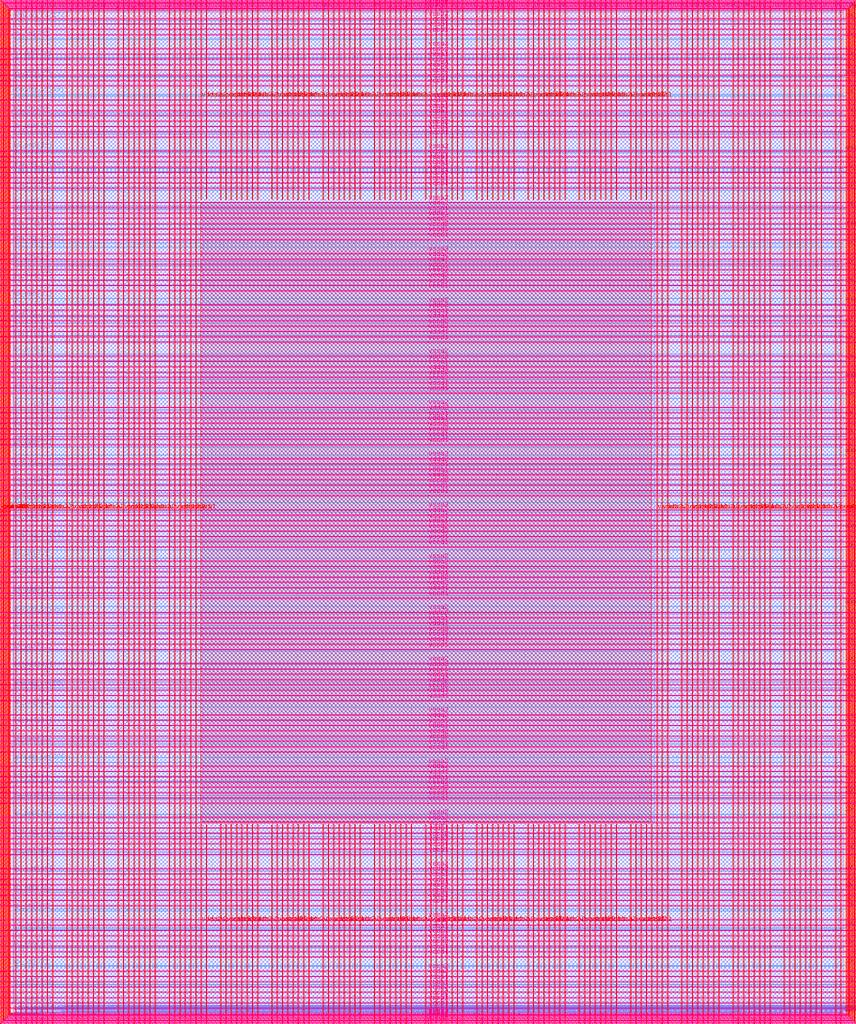
<source format=lef>
VERSION 5.7 ;
  NOWIREEXTENSIONATPIN ON ;
  DIVIDERCHAR "/" ;
  BUSBITCHARS "[]" ;
MACRO user_project_wrapper
  CLASS BLOCK ;
  FOREIGN user_project_wrapper ;
  ORIGIN 0.000 0.000 ;
  SIZE 2920.000 BY 3520.000 ;
  PIN analog_io[0]
    DIRECTION INOUT ;
    USE SIGNAL ;
    PORT
      LAYER met3 ;
        RECT 2917.600 1426.380 2924.800 1427.580 ;
    END
  END analog_io[0]
  PIN analog_io[10]
    DIRECTION INOUT ;
    USE SIGNAL ;
    PORT
      LAYER met2 ;
        RECT 2230.490 3517.600 2231.050 3524.800 ;
    END
  END analog_io[10]
  PIN analog_io[11]
    DIRECTION INOUT ;
    USE SIGNAL ;
    PORT
      LAYER met2 ;
        RECT 1905.730 3517.600 1906.290 3524.800 ;
    END
  END analog_io[11]
  PIN analog_io[12]
    DIRECTION INOUT ;
    USE SIGNAL ;
    PORT
      LAYER met2 ;
        RECT 1581.430 3517.600 1581.990 3524.800 ;
    END
  END analog_io[12]
  PIN analog_io[13]
    DIRECTION INOUT ;
    USE SIGNAL ;
    PORT
      LAYER met2 ;
        RECT 1257.130 3517.600 1257.690 3524.800 ;
    END
  END analog_io[13]
  PIN analog_io[14]
    DIRECTION INOUT ;
    USE SIGNAL ;
    PORT
      LAYER met2 ;
        RECT 932.370 3517.600 932.930 3524.800 ;
    END
  END analog_io[14]
  PIN analog_io[15]
    DIRECTION INOUT ;
    USE SIGNAL ;
    PORT
      LAYER met2 ;
        RECT 608.070 3517.600 608.630 3524.800 ;
    END
  END analog_io[15]
  PIN analog_io[16]
    DIRECTION INOUT ;
    USE SIGNAL ;
    PORT
      LAYER met2 ;
        RECT 283.770 3517.600 284.330 3524.800 ;
    END
  END analog_io[16]
  PIN analog_io[17]
    DIRECTION INOUT ;
    USE SIGNAL ;
    PORT
      LAYER met3 ;
        RECT -4.800 3486.100 2.400 3487.300 ;
    END
  END analog_io[17]
  PIN analog_io[18]
    DIRECTION INOUT ;
    USE SIGNAL ;
    PORT
      LAYER met3 ;
        RECT -4.800 3224.980 2.400 3226.180 ;
    END
  END analog_io[18]
  PIN analog_io[19]
    DIRECTION INOUT ;
    USE SIGNAL ;
    PORT
      LAYER met3 ;
        RECT -4.800 2964.540 2.400 2965.740 ;
    END
  END analog_io[19]
  PIN analog_io[1]
    DIRECTION INOUT ;
    USE SIGNAL ;
    PORT
      LAYER met3 ;
        RECT 2917.600 1692.260 2924.800 1693.460 ;
    END
  END analog_io[1]
  PIN analog_io[20]
    DIRECTION INOUT ;
    USE SIGNAL ;
    PORT
      LAYER met3 ;
        RECT -4.800 2703.420 2.400 2704.620 ;
    END
  END analog_io[20]
  PIN analog_io[21]
    DIRECTION INOUT ;
    USE SIGNAL ;
    PORT
      LAYER met3 ;
        RECT -4.800 2442.980 2.400 2444.180 ;
    END
  END analog_io[21]
  PIN analog_io[22]
    DIRECTION INOUT ;
    USE SIGNAL ;
    PORT
      LAYER met3 ;
        RECT -4.800 2182.540 2.400 2183.740 ;
    END
  END analog_io[22]
  PIN analog_io[23]
    DIRECTION INOUT ;
    USE SIGNAL ;
    PORT
      LAYER met3 ;
        RECT -4.800 1921.420 2.400 1922.620 ;
    END
  END analog_io[23]
  PIN analog_io[24]
    DIRECTION INOUT ;
    USE SIGNAL ;
    PORT
      LAYER met3 ;
        RECT -4.800 1660.980 2.400 1662.180 ;
    END
  END analog_io[24]
  PIN analog_io[25]
    DIRECTION INOUT ;
    USE SIGNAL ;
    PORT
      LAYER met3 ;
        RECT -4.800 1399.860 2.400 1401.060 ;
    END
  END analog_io[25]
  PIN analog_io[26]
    DIRECTION INOUT ;
    USE SIGNAL ;
    PORT
      LAYER met3 ;
        RECT -4.800 1139.420 2.400 1140.620 ;
    END
  END analog_io[26]
  PIN analog_io[27]
    DIRECTION INOUT ;
    USE SIGNAL ;
    PORT
      LAYER met3 ;
        RECT -4.800 878.980 2.400 880.180 ;
    END
  END analog_io[27]
  PIN analog_io[28]
    DIRECTION INOUT ;
    USE SIGNAL ;
    PORT
      LAYER met3 ;
        RECT -4.800 617.860 2.400 619.060 ;
    END
  END analog_io[28]
  PIN analog_io[2]
    DIRECTION INOUT ;
    USE SIGNAL ;
    PORT
      LAYER met3 ;
        RECT 2917.600 1958.140 2924.800 1959.340 ;
    END
  END analog_io[2]
  PIN analog_io[3]
    DIRECTION INOUT ;
    USE SIGNAL ;
    PORT
      LAYER met3 ;
        RECT 2917.600 2223.340 2924.800 2224.540 ;
    END
  END analog_io[3]
  PIN analog_io[4]
    DIRECTION INOUT ;
    USE SIGNAL ;
    PORT
      LAYER met3 ;
        RECT 2917.600 2489.220 2924.800 2490.420 ;
    END
  END analog_io[4]
  PIN analog_io[5]
    DIRECTION INOUT ;
    USE SIGNAL ;
    PORT
      LAYER met3 ;
        RECT 2917.600 2755.100 2924.800 2756.300 ;
    END
  END analog_io[5]
  PIN analog_io[6]
    DIRECTION INOUT ;
    USE SIGNAL ;
    PORT
      LAYER met3 ;
        RECT 2917.600 3020.300 2924.800 3021.500 ;
    END
  END analog_io[6]
  PIN analog_io[7]
    DIRECTION INOUT ;
    USE SIGNAL ;
    PORT
      LAYER met3 ;
        RECT 2917.600 3286.180 2924.800 3287.380 ;
    END
  END analog_io[7]
  PIN analog_io[8]
    DIRECTION INOUT ;
    USE SIGNAL ;
    PORT
      LAYER met2 ;
        RECT 2879.090 3517.600 2879.650 3524.800 ;
    END
  END analog_io[8]
  PIN analog_io[9]
    DIRECTION INOUT ;
    USE SIGNAL ;
    PORT
      LAYER met2 ;
        RECT 2554.790 3517.600 2555.350 3524.800 ;
    END
  END analog_io[9]
  PIN io_in[0]
    DIRECTION INPUT ;
    USE SIGNAL ;
    PORT
      LAYER met3 ;
        RECT 2917.600 32.380 2924.800 33.580 ;
    END
  END io_in[0]
  PIN io_in[10]
    DIRECTION INPUT ;
    USE SIGNAL ;
    PORT
      LAYER met3 ;
        RECT 2917.600 2289.980 2924.800 2291.180 ;
    END
  END io_in[10]
  PIN io_in[11]
    DIRECTION INPUT ;
    USE SIGNAL ;
    PORT
      LAYER met3 ;
        RECT 2917.600 2555.860 2924.800 2557.060 ;
    END
  END io_in[11]
  PIN io_in[12]
    DIRECTION INPUT ;
    USE SIGNAL ;
    PORT
      LAYER met3 ;
        RECT 2917.600 2821.060 2924.800 2822.260 ;
    END
  END io_in[12]
  PIN io_in[13]
    DIRECTION INPUT ;
    USE SIGNAL ;
    PORT
      LAYER met3 ;
        RECT 2917.600 3086.940 2924.800 3088.140 ;
    END
  END io_in[13]
  PIN io_in[14]
    DIRECTION INPUT ;
    USE SIGNAL ;
    PORT
      LAYER met3 ;
        RECT 2917.600 3352.820 2924.800 3354.020 ;
    END
  END io_in[14]
  PIN io_in[15]
    DIRECTION INPUT ;
    USE SIGNAL ;
    PORT
      LAYER met2 ;
        RECT 2798.130 3517.600 2798.690 3524.800 ;
    END
  END io_in[15]
  PIN io_in[16]
    DIRECTION INPUT ;
    USE SIGNAL ;
    PORT
      LAYER met2 ;
        RECT 2473.830 3517.600 2474.390 3524.800 ;
    END
  END io_in[16]
  PIN io_in[17]
    DIRECTION INPUT ;
    USE SIGNAL ;
    PORT
      LAYER met2 ;
        RECT 2149.070 3517.600 2149.630 3524.800 ;
    END
  END io_in[17]
  PIN io_in[18]
    DIRECTION INPUT ;
    USE SIGNAL ;
    PORT
      LAYER met2 ;
        RECT 1824.770 3517.600 1825.330 3524.800 ;
    END
  END io_in[18]
  PIN io_in[19]
    DIRECTION INPUT ;
    USE SIGNAL ;
    PORT
      LAYER met2 ;
        RECT 1500.470 3517.600 1501.030 3524.800 ;
    END
  END io_in[19]
  PIN io_in[1]
    DIRECTION INPUT ;
    USE SIGNAL ;
    PORT
      LAYER met3 ;
        RECT 2917.600 230.940 2924.800 232.140 ;
    END
  END io_in[1]
  PIN io_in[20]
    DIRECTION INPUT ;
    USE SIGNAL ;
    PORT
      LAYER met2 ;
        RECT 1175.710 3517.600 1176.270 3524.800 ;
    END
  END io_in[20]
  PIN io_in[21]
    DIRECTION INPUT ;
    USE SIGNAL ;
    PORT
      LAYER met2 ;
        RECT 851.410 3517.600 851.970 3524.800 ;
    END
  END io_in[21]
  PIN io_in[22]
    DIRECTION INPUT ;
    USE SIGNAL ;
    PORT
      LAYER met2 ;
        RECT 527.110 3517.600 527.670 3524.800 ;
    END
  END io_in[22]
  PIN io_in[23]
    DIRECTION INPUT ;
    USE SIGNAL ;
    PORT
      LAYER met2 ;
        RECT 202.350 3517.600 202.910 3524.800 ;
    END
  END io_in[23]
  PIN io_in[24]
    DIRECTION INPUT ;
    USE SIGNAL ;
    PORT
      LAYER met3 ;
        RECT -4.800 3420.820 2.400 3422.020 ;
    END
  END io_in[24]
  PIN io_in[25]
    DIRECTION INPUT ;
    USE SIGNAL ;
    PORT
      LAYER met3 ;
        RECT -4.800 3159.700 2.400 3160.900 ;
    END
  END io_in[25]
  PIN io_in[26]
    DIRECTION INPUT ;
    USE SIGNAL ;
    PORT
      LAYER met3 ;
        RECT -4.800 2899.260 2.400 2900.460 ;
    END
  END io_in[26]
  PIN io_in[27]
    DIRECTION INPUT ;
    USE SIGNAL ;
    PORT
      LAYER met3 ;
        RECT -4.800 2638.820 2.400 2640.020 ;
    END
  END io_in[27]
  PIN io_in[28]
    DIRECTION INPUT ;
    USE SIGNAL ;
    PORT
      LAYER met3 ;
        RECT -4.800 2377.700 2.400 2378.900 ;
    END
  END io_in[28]
  PIN io_in[29]
    DIRECTION INPUT ;
    USE SIGNAL ;
    PORT
      LAYER met3 ;
        RECT -4.800 2117.260 2.400 2118.460 ;
    END
  END io_in[29]
  PIN io_in[2]
    DIRECTION INPUT ;
    USE SIGNAL ;
    PORT
      LAYER met3 ;
        RECT 2917.600 430.180 2924.800 431.380 ;
    END
  END io_in[2]
  PIN io_in[30]
    DIRECTION INPUT ;
    USE SIGNAL ;
    PORT
      LAYER met3 ;
        RECT -4.800 1856.140 2.400 1857.340 ;
    END
  END io_in[30]
  PIN io_in[31]
    DIRECTION INPUT ;
    USE SIGNAL ;
    PORT
      LAYER met3 ;
        RECT -4.800 1595.700 2.400 1596.900 ;
    END
  END io_in[31]
  PIN io_in[32]
    DIRECTION INPUT ;
    USE SIGNAL ;
    PORT
      LAYER met3 ;
        RECT -4.800 1335.260 2.400 1336.460 ;
    END
  END io_in[32]
  PIN io_in[33]
    DIRECTION INPUT ;
    USE SIGNAL ;
    PORT
      LAYER met3 ;
        RECT -4.800 1074.140 2.400 1075.340 ;
    END
  END io_in[33]
  PIN io_in[34]
    DIRECTION INPUT ;
    USE SIGNAL ;
    PORT
      LAYER met3 ;
        RECT -4.800 813.700 2.400 814.900 ;
    END
  END io_in[34]
  PIN io_in[35]
    DIRECTION INPUT ;
    USE SIGNAL ;
    PORT
      LAYER met3 ;
        RECT -4.800 552.580 2.400 553.780 ;
    END
  END io_in[35]
  PIN io_in[36]
    DIRECTION INPUT ;
    USE SIGNAL ;
    PORT
      LAYER met3 ;
        RECT -4.800 357.420 2.400 358.620 ;
    END
  END io_in[36]
  PIN io_in[37]
    DIRECTION INPUT ;
    USE SIGNAL ;
    PORT
      LAYER met3 ;
        RECT -4.800 161.580 2.400 162.780 ;
    END
  END io_in[37]
  PIN io_in[3]
    DIRECTION INPUT ;
    USE SIGNAL ;
    PORT
      LAYER met3 ;
        RECT 2917.600 629.420 2924.800 630.620 ;
    END
  END io_in[3]
  PIN io_in[4]
    DIRECTION INPUT ;
    USE SIGNAL ;
    PORT
      LAYER met3 ;
        RECT 2917.600 828.660 2924.800 829.860 ;
    END
  END io_in[4]
  PIN io_in[5]
    DIRECTION INPUT ;
    USE SIGNAL ;
    PORT
      LAYER met3 ;
        RECT 2917.600 1027.900 2924.800 1029.100 ;
    END
  END io_in[5]
  PIN io_in[6]
    DIRECTION INPUT ;
    USE SIGNAL ;
    PORT
      LAYER met3 ;
        RECT 2917.600 1227.140 2924.800 1228.340 ;
    END
  END io_in[6]
  PIN io_in[7]
    DIRECTION INPUT ;
    USE SIGNAL ;
    PORT
      LAYER met3 ;
        RECT 2917.600 1493.020 2924.800 1494.220 ;
    END
  END io_in[7]
  PIN io_in[8]
    DIRECTION INPUT ;
    USE SIGNAL ;
    PORT
      LAYER met3 ;
        RECT 2917.600 1758.900 2924.800 1760.100 ;
    END
  END io_in[8]
  PIN io_in[9]
    DIRECTION INPUT ;
    USE SIGNAL ;
    PORT
      LAYER met3 ;
        RECT 2917.600 2024.100 2924.800 2025.300 ;
    END
  END io_in[9]
  PIN io_oeb[0]
    DIRECTION OUTPUT TRISTATE ;
    USE SIGNAL ;
    PORT
      LAYER met3 ;
        RECT 2917.600 164.980 2924.800 166.180 ;
    END
  END io_oeb[0]
  PIN io_oeb[10]
    DIRECTION OUTPUT TRISTATE ;
    USE SIGNAL ;
    PORT
      LAYER met3 ;
        RECT 2917.600 2422.580 2924.800 2423.780 ;
    END
  END io_oeb[10]
  PIN io_oeb[11]
    DIRECTION OUTPUT TRISTATE ;
    USE SIGNAL ;
    PORT
      LAYER met3 ;
        RECT 2917.600 2688.460 2924.800 2689.660 ;
    END
  END io_oeb[11]
  PIN io_oeb[12]
    DIRECTION OUTPUT TRISTATE ;
    USE SIGNAL ;
    PORT
      LAYER met3 ;
        RECT 2917.600 2954.340 2924.800 2955.540 ;
    END
  END io_oeb[12]
  PIN io_oeb[13]
    DIRECTION OUTPUT TRISTATE ;
    USE SIGNAL ;
    PORT
      LAYER met3 ;
        RECT 2917.600 3219.540 2924.800 3220.740 ;
    END
  END io_oeb[13]
  PIN io_oeb[14]
    DIRECTION OUTPUT TRISTATE ;
    USE SIGNAL ;
    PORT
      LAYER met3 ;
        RECT 2917.600 3485.420 2924.800 3486.620 ;
    END
  END io_oeb[14]
  PIN io_oeb[15]
    DIRECTION OUTPUT TRISTATE ;
    USE SIGNAL ;
    PORT
      LAYER met2 ;
        RECT 2635.750 3517.600 2636.310 3524.800 ;
    END
  END io_oeb[15]
  PIN io_oeb[16]
    DIRECTION OUTPUT TRISTATE ;
    USE SIGNAL ;
    PORT
      LAYER met2 ;
        RECT 2311.450 3517.600 2312.010 3524.800 ;
    END
  END io_oeb[16]
  PIN io_oeb[17]
    DIRECTION OUTPUT TRISTATE ;
    USE SIGNAL ;
    PORT
      LAYER met2 ;
        RECT 1987.150 3517.600 1987.710 3524.800 ;
    END
  END io_oeb[17]
  PIN io_oeb[18]
    DIRECTION OUTPUT TRISTATE ;
    USE SIGNAL ;
    PORT
      LAYER met2 ;
        RECT 1662.390 3517.600 1662.950 3524.800 ;
    END
  END io_oeb[18]
  PIN io_oeb[19]
    DIRECTION OUTPUT TRISTATE ;
    USE SIGNAL ;
    PORT
      LAYER met2 ;
        RECT 1338.090 3517.600 1338.650 3524.800 ;
    END
  END io_oeb[19]
  PIN io_oeb[1]
    DIRECTION OUTPUT TRISTATE ;
    USE SIGNAL ;
    PORT
      LAYER met3 ;
        RECT 2917.600 364.220 2924.800 365.420 ;
    END
  END io_oeb[1]
  PIN io_oeb[20]
    DIRECTION OUTPUT TRISTATE ;
    USE SIGNAL ;
    PORT
      LAYER met2 ;
        RECT 1013.790 3517.600 1014.350 3524.800 ;
    END
  END io_oeb[20]
  PIN io_oeb[21]
    DIRECTION OUTPUT TRISTATE ;
    USE SIGNAL ;
    PORT
      LAYER met2 ;
        RECT 689.030 3517.600 689.590 3524.800 ;
    END
  END io_oeb[21]
  PIN io_oeb[22]
    DIRECTION OUTPUT TRISTATE ;
    USE SIGNAL ;
    PORT
      LAYER met2 ;
        RECT 364.730 3517.600 365.290 3524.800 ;
    END
  END io_oeb[22]
  PIN io_oeb[23]
    DIRECTION OUTPUT TRISTATE ;
    USE SIGNAL ;
    PORT
      LAYER met2 ;
        RECT 40.430 3517.600 40.990 3524.800 ;
    END
  END io_oeb[23]
  PIN io_oeb[24]
    DIRECTION OUTPUT TRISTATE ;
    USE SIGNAL ;
    PORT
      LAYER met3 ;
        RECT -4.800 3290.260 2.400 3291.460 ;
    END
  END io_oeb[24]
  PIN io_oeb[25]
    DIRECTION OUTPUT TRISTATE ;
    USE SIGNAL ;
    PORT
      LAYER met3 ;
        RECT -4.800 3029.820 2.400 3031.020 ;
    END
  END io_oeb[25]
  PIN io_oeb[26]
    DIRECTION OUTPUT TRISTATE ;
    USE SIGNAL ;
    PORT
      LAYER met3 ;
        RECT -4.800 2768.700 2.400 2769.900 ;
    END
  END io_oeb[26]
  PIN io_oeb[27]
    DIRECTION OUTPUT TRISTATE ;
    USE SIGNAL ;
    PORT
      LAYER met3 ;
        RECT -4.800 2508.260 2.400 2509.460 ;
    END
  END io_oeb[27]
  PIN io_oeb[28]
    DIRECTION OUTPUT TRISTATE ;
    USE SIGNAL ;
    PORT
      LAYER met3 ;
        RECT -4.800 2247.140 2.400 2248.340 ;
    END
  END io_oeb[28]
  PIN io_oeb[29]
    DIRECTION OUTPUT TRISTATE ;
    USE SIGNAL ;
    PORT
      LAYER met3 ;
        RECT -4.800 1986.700 2.400 1987.900 ;
    END
  END io_oeb[29]
  PIN io_oeb[2]
    DIRECTION OUTPUT TRISTATE ;
    USE SIGNAL ;
    PORT
      LAYER met3 ;
        RECT 2917.600 563.460 2924.800 564.660 ;
    END
  END io_oeb[2]
  PIN io_oeb[30]
    DIRECTION OUTPUT TRISTATE ;
    USE SIGNAL ;
    PORT
      LAYER met3 ;
        RECT -4.800 1726.260 2.400 1727.460 ;
    END
  END io_oeb[30]
  PIN io_oeb[31]
    DIRECTION OUTPUT TRISTATE ;
    USE SIGNAL ;
    PORT
      LAYER met3 ;
        RECT -4.800 1465.140 2.400 1466.340 ;
    END
  END io_oeb[31]
  PIN io_oeb[32]
    DIRECTION OUTPUT TRISTATE ;
    USE SIGNAL ;
    PORT
      LAYER met3 ;
        RECT -4.800 1204.700 2.400 1205.900 ;
    END
  END io_oeb[32]
  PIN io_oeb[33]
    DIRECTION OUTPUT TRISTATE ;
    USE SIGNAL ;
    PORT
      LAYER met3 ;
        RECT -4.800 943.580 2.400 944.780 ;
    END
  END io_oeb[33]
  PIN io_oeb[34]
    DIRECTION OUTPUT TRISTATE ;
    USE SIGNAL ;
    PORT
      LAYER met3 ;
        RECT -4.800 683.140 2.400 684.340 ;
    END
  END io_oeb[34]
  PIN io_oeb[35]
    DIRECTION OUTPUT TRISTATE ;
    USE SIGNAL ;
    PORT
      LAYER met3 ;
        RECT -4.800 422.700 2.400 423.900 ;
    END
  END io_oeb[35]
  PIN io_oeb[36]
    DIRECTION OUTPUT TRISTATE ;
    USE SIGNAL ;
    PORT
      LAYER met3 ;
        RECT -4.800 226.860 2.400 228.060 ;
    END
  END io_oeb[36]
  PIN io_oeb[37]
    DIRECTION OUTPUT TRISTATE ;
    USE SIGNAL ;
    PORT
      LAYER met3 ;
        RECT -4.800 31.700 2.400 32.900 ;
    END
  END io_oeb[37]
  PIN io_oeb[3]
    DIRECTION OUTPUT TRISTATE ;
    USE SIGNAL ;
    PORT
      LAYER met3 ;
        RECT 2917.600 762.700 2924.800 763.900 ;
    END
  END io_oeb[3]
  PIN io_oeb[4]
    DIRECTION OUTPUT TRISTATE ;
    USE SIGNAL ;
    PORT
      LAYER met3 ;
        RECT 2917.600 961.940 2924.800 963.140 ;
    END
  END io_oeb[4]
  PIN io_oeb[5]
    DIRECTION OUTPUT TRISTATE ;
    USE SIGNAL ;
    PORT
      LAYER met3 ;
        RECT 2917.600 1161.180 2924.800 1162.380 ;
    END
  END io_oeb[5]
  PIN io_oeb[6]
    DIRECTION OUTPUT TRISTATE ;
    USE SIGNAL ;
    PORT
      LAYER met3 ;
        RECT 2917.600 1360.420 2924.800 1361.620 ;
    END
  END io_oeb[6]
  PIN io_oeb[7]
    DIRECTION OUTPUT TRISTATE ;
    USE SIGNAL ;
    PORT
      LAYER met3 ;
        RECT 2917.600 1625.620 2924.800 1626.820 ;
    END
  END io_oeb[7]
  PIN io_oeb[8]
    DIRECTION OUTPUT TRISTATE ;
    USE SIGNAL ;
    PORT
      LAYER met3 ;
        RECT 2917.600 1891.500 2924.800 1892.700 ;
    END
  END io_oeb[8]
  PIN io_oeb[9]
    DIRECTION OUTPUT TRISTATE ;
    USE SIGNAL ;
    PORT
      LAYER met3 ;
        RECT 2917.600 2157.380 2924.800 2158.580 ;
    END
  END io_oeb[9]
  PIN io_out[0]
    DIRECTION OUTPUT TRISTATE ;
    USE SIGNAL ;
    PORT
      LAYER met3 ;
        RECT 2917.600 98.340 2924.800 99.540 ;
    END
  END io_out[0]
  PIN io_out[10]
    DIRECTION OUTPUT TRISTATE ;
    USE SIGNAL ;
    PORT
      LAYER met3 ;
        RECT 2917.600 2356.620 2924.800 2357.820 ;
    END
  END io_out[10]
  PIN io_out[11]
    DIRECTION OUTPUT TRISTATE ;
    USE SIGNAL ;
    PORT
      LAYER met3 ;
        RECT 2917.600 2621.820 2924.800 2623.020 ;
    END
  END io_out[11]
  PIN io_out[12]
    DIRECTION OUTPUT TRISTATE ;
    USE SIGNAL ;
    PORT
      LAYER met3 ;
        RECT 2917.600 2887.700 2924.800 2888.900 ;
    END
  END io_out[12]
  PIN io_out[13]
    DIRECTION OUTPUT TRISTATE ;
    USE SIGNAL ;
    PORT
      LAYER met3 ;
        RECT 2917.600 3153.580 2924.800 3154.780 ;
    END
  END io_out[13]
  PIN io_out[14]
    DIRECTION OUTPUT TRISTATE ;
    USE SIGNAL ;
    PORT
      LAYER met3 ;
        RECT 2917.600 3418.780 2924.800 3419.980 ;
    END
  END io_out[14]
  PIN io_out[15]
    DIRECTION OUTPUT TRISTATE ;
    USE SIGNAL ;
    PORT
      LAYER met2 ;
        RECT 2717.170 3517.600 2717.730 3524.800 ;
    END
  END io_out[15]
  PIN io_out[16]
    DIRECTION OUTPUT TRISTATE ;
    USE SIGNAL ;
    PORT
      LAYER met2 ;
        RECT 2392.410 3517.600 2392.970 3524.800 ;
    END
  END io_out[16]
  PIN io_out[17]
    DIRECTION OUTPUT TRISTATE ;
    USE SIGNAL ;
    PORT
      LAYER met2 ;
        RECT 2068.110 3517.600 2068.670 3524.800 ;
    END
  END io_out[17]
  PIN io_out[18]
    DIRECTION OUTPUT TRISTATE ;
    USE SIGNAL ;
    PORT
      LAYER met2 ;
        RECT 1743.810 3517.600 1744.370 3524.800 ;
    END
  END io_out[18]
  PIN io_out[19]
    DIRECTION OUTPUT TRISTATE ;
    USE SIGNAL ;
    PORT
      LAYER met2 ;
        RECT 1419.050 3517.600 1419.610 3524.800 ;
    END
  END io_out[19]
  PIN io_out[1]
    DIRECTION OUTPUT TRISTATE ;
    USE SIGNAL ;
    PORT
      LAYER met3 ;
        RECT 2917.600 297.580 2924.800 298.780 ;
    END
  END io_out[1]
  PIN io_out[20]
    DIRECTION OUTPUT TRISTATE ;
    USE SIGNAL ;
    PORT
      LAYER met2 ;
        RECT 1094.750 3517.600 1095.310 3524.800 ;
    END
  END io_out[20]
  PIN io_out[21]
    DIRECTION OUTPUT TRISTATE ;
    USE SIGNAL ;
    PORT
      LAYER met2 ;
        RECT 770.450 3517.600 771.010 3524.800 ;
    END
  END io_out[21]
  PIN io_out[22]
    DIRECTION OUTPUT TRISTATE ;
    USE SIGNAL ;
    PORT
      LAYER met2 ;
        RECT 445.690 3517.600 446.250 3524.800 ;
    END
  END io_out[22]
  PIN io_out[23]
    DIRECTION OUTPUT TRISTATE ;
    USE SIGNAL ;
    PORT
      LAYER met2 ;
        RECT 121.390 3517.600 121.950 3524.800 ;
    END
  END io_out[23]
  PIN io_out[24]
    DIRECTION OUTPUT TRISTATE ;
    USE SIGNAL ;
    PORT
      LAYER met3 ;
        RECT -4.800 3355.540 2.400 3356.740 ;
    END
  END io_out[24]
  PIN io_out[25]
    DIRECTION OUTPUT TRISTATE ;
    USE SIGNAL ;
    PORT
      LAYER met3 ;
        RECT -4.800 3095.100 2.400 3096.300 ;
    END
  END io_out[25]
  PIN io_out[26]
    DIRECTION OUTPUT TRISTATE ;
    USE SIGNAL ;
    PORT
      LAYER met3 ;
        RECT -4.800 2833.980 2.400 2835.180 ;
    END
  END io_out[26]
  PIN io_out[27]
    DIRECTION OUTPUT TRISTATE ;
    USE SIGNAL ;
    PORT
      LAYER met3 ;
        RECT -4.800 2573.540 2.400 2574.740 ;
    END
  END io_out[27]
  PIN io_out[28]
    DIRECTION OUTPUT TRISTATE ;
    USE SIGNAL ;
    PORT
      LAYER met3 ;
        RECT -4.800 2312.420 2.400 2313.620 ;
    END
  END io_out[28]
  PIN io_out[29]
    DIRECTION OUTPUT TRISTATE ;
    USE SIGNAL ;
    PORT
      LAYER met3 ;
        RECT -4.800 2051.980 2.400 2053.180 ;
    END
  END io_out[29]
  PIN io_out[2]
    DIRECTION OUTPUT TRISTATE ;
    USE SIGNAL ;
    PORT
      LAYER met3 ;
        RECT 2917.600 496.820 2924.800 498.020 ;
    END
  END io_out[2]
  PIN io_out[30]
    DIRECTION OUTPUT TRISTATE ;
    USE SIGNAL ;
    PORT
      LAYER met3 ;
        RECT -4.800 1791.540 2.400 1792.740 ;
    END
  END io_out[30]
  PIN io_out[31]
    DIRECTION OUTPUT TRISTATE ;
    USE SIGNAL ;
    PORT
      LAYER met3 ;
        RECT -4.800 1530.420 2.400 1531.620 ;
    END
  END io_out[31]
  PIN io_out[32]
    DIRECTION OUTPUT TRISTATE ;
    USE SIGNAL ;
    PORT
      LAYER met3 ;
        RECT -4.800 1269.980 2.400 1271.180 ;
    END
  END io_out[32]
  PIN io_out[33]
    DIRECTION OUTPUT TRISTATE ;
    USE SIGNAL ;
    PORT
      LAYER met3 ;
        RECT -4.800 1008.860 2.400 1010.060 ;
    END
  END io_out[33]
  PIN io_out[34]
    DIRECTION OUTPUT TRISTATE ;
    USE SIGNAL ;
    PORT
      LAYER met3 ;
        RECT -4.800 748.420 2.400 749.620 ;
    END
  END io_out[34]
  PIN io_out[35]
    DIRECTION OUTPUT TRISTATE ;
    USE SIGNAL ;
    PORT
      LAYER met3 ;
        RECT -4.800 487.300 2.400 488.500 ;
    END
  END io_out[35]
  PIN io_out[36]
    DIRECTION OUTPUT TRISTATE ;
    USE SIGNAL ;
    PORT
      LAYER met3 ;
        RECT -4.800 292.140 2.400 293.340 ;
    END
  END io_out[36]
  PIN io_out[37]
    DIRECTION OUTPUT TRISTATE ;
    USE SIGNAL ;
    PORT
      LAYER met3 ;
        RECT -4.800 96.300 2.400 97.500 ;
    END
  END io_out[37]
  PIN io_out[3]
    DIRECTION OUTPUT TRISTATE ;
    USE SIGNAL ;
    PORT
      LAYER met3 ;
        RECT 2917.600 696.060 2924.800 697.260 ;
    END
  END io_out[3]
  PIN io_out[4]
    DIRECTION OUTPUT TRISTATE ;
    USE SIGNAL ;
    PORT
      LAYER met3 ;
        RECT 2917.600 895.300 2924.800 896.500 ;
    END
  END io_out[4]
  PIN io_out[5]
    DIRECTION OUTPUT TRISTATE ;
    USE SIGNAL ;
    PORT
      LAYER met3 ;
        RECT 2917.600 1094.540 2924.800 1095.740 ;
    END
  END io_out[5]
  PIN io_out[6]
    DIRECTION OUTPUT TRISTATE ;
    USE SIGNAL ;
    PORT
      LAYER met3 ;
        RECT 2917.600 1293.780 2924.800 1294.980 ;
    END
  END io_out[6]
  PIN io_out[7]
    DIRECTION OUTPUT TRISTATE ;
    USE SIGNAL ;
    PORT
      LAYER met3 ;
        RECT 2917.600 1559.660 2924.800 1560.860 ;
    END
  END io_out[7]
  PIN io_out[8]
    DIRECTION OUTPUT TRISTATE ;
    USE SIGNAL ;
    PORT
      LAYER met3 ;
        RECT 2917.600 1824.860 2924.800 1826.060 ;
    END
  END io_out[8]
  PIN io_out[9]
    DIRECTION OUTPUT TRISTATE ;
    USE SIGNAL ;
    PORT
      LAYER met3 ;
        RECT 2917.600 2090.740 2924.800 2091.940 ;
    END
  END io_out[9]
  PIN la_data_in[0]
    DIRECTION INPUT ;
    USE SIGNAL ;
    PORT
      LAYER met2 ;
        RECT 629.230 -4.800 629.790 2.400 ;
    END
  END la_data_in[0]
  PIN la_data_in[100]
    DIRECTION INPUT ;
    USE SIGNAL ;
    PORT
      LAYER met2 ;
        RECT 2402.530 -4.800 2403.090 2.400 ;
    END
  END la_data_in[100]
  PIN la_data_in[101]
    DIRECTION INPUT ;
    USE SIGNAL ;
    PORT
      LAYER met2 ;
        RECT 2420.010 -4.800 2420.570 2.400 ;
    END
  END la_data_in[101]
  PIN la_data_in[102]
    DIRECTION INPUT ;
    USE SIGNAL ;
    PORT
      LAYER met2 ;
        RECT 2437.950 -4.800 2438.510 2.400 ;
    END
  END la_data_in[102]
  PIN la_data_in[103]
    DIRECTION INPUT ;
    USE SIGNAL ;
    PORT
      LAYER met2 ;
        RECT 2455.430 -4.800 2455.990 2.400 ;
    END
  END la_data_in[103]
  PIN la_data_in[104]
    DIRECTION INPUT ;
    USE SIGNAL ;
    PORT
      LAYER met2 ;
        RECT 2473.370 -4.800 2473.930 2.400 ;
    END
  END la_data_in[104]
  PIN la_data_in[105]
    DIRECTION INPUT ;
    USE SIGNAL ;
    PORT
      LAYER met2 ;
        RECT 2490.850 -4.800 2491.410 2.400 ;
    END
  END la_data_in[105]
  PIN la_data_in[106]
    DIRECTION INPUT ;
    USE SIGNAL ;
    PORT
      LAYER met2 ;
        RECT 2508.790 -4.800 2509.350 2.400 ;
    END
  END la_data_in[106]
  PIN la_data_in[107]
    DIRECTION INPUT ;
    USE SIGNAL ;
    PORT
      LAYER met2 ;
        RECT 2526.730 -4.800 2527.290 2.400 ;
    END
  END la_data_in[107]
  PIN la_data_in[108]
    DIRECTION INPUT ;
    USE SIGNAL ;
    PORT
      LAYER met2 ;
        RECT 2544.210 -4.800 2544.770 2.400 ;
    END
  END la_data_in[108]
  PIN la_data_in[109]
    DIRECTION INPUT ;
    USE SIGNAL ;
    PORT
      LAYER met2 ;
        RECT 2562.150 -4.800 2562.710 2.400 ;
    END
  END la_data_in[109]
  PIN la_data_in[10]
    DIRECTION INPUT ;
    USE SIGNAL ;
    PORT
      LAYER met2 ;
        RECT 806.330 -4.800 806.890 2.400 ;
    END
  END la_data_in[10]
  PIN la_data_in[110]
    DIRECTION INPUT ;
    USE SIGNAL ;
    PORT
      LAYER met2 ;
        RECT 2579.630 -4.800 2580.190 2.400 ;
    END
  END la_data_in[110]
  PIN la_data_in[111]
    DIRECTION INPUT ;
    USE SIGNAL ;
    PORT
      LAYER met2 ;
        RECT 2597.570 -4.800 2598.130 2.400 ;
    END
  END la_data_in[111]
  PIN la_data_in[112]
    DIRECTION INPUT ;
    USE SIGNAL ;
    PORT
      LAYER met2 ;
        RECT 2615.050 -4.800 2615.610 2.400 ;
    END
  END la_data_in[112]
  PIN la_data_in[113]
    DIRECTION INPUT ;
    USE SIGNAL ;
    PORT
      LAYER met2 ;
        RECT 2632.990 -4.800 2633.550 2.400 ;
    END
  END la_data_in[113]
  PIN la_data_in[114]
    DIRECTION INPUT ;
    USE SIGNAL ;
    PORT
      LAYER met2 ;
        RECT 2650.470 -4.800 2651.030 2.400 ;
    END
  END la_data_in[114]
  PIN la_data_in[115]
    DIRECTION INPUT ;
    USE SIGNAL ;
    PORT
      LAYER met2 ;
        RECT 2668.410 -4.800 2668.970 2.400 ;
    END
  END la_data_in[115]
  PIN la_data_in[116]
    DIRECTION INPUT ;
    USE SIGNAL ;
    PORT
      LAYER met2 ;
        RECT 2685.890 -4.800 2686.450 2.400 ;
    END
  END la_data_in[116]
  PIN la_data_in[117]
    DIRECTION INPUT ;
    USE SIGNAL ;
    PORT
      LAYER met2 ;
        RECT 2703.830 -4.800 2704.390 2.400 ;
    END
  END la_data_in[117]
  PIN la_data_in[118]
    DIRECTION INPUT ;
    USE SIGNAL ;
    PORT
      LAYER met2 ;
        RECT 2721.770 -4.800 2722.330 2.400 ;
    END
  END la_data_in[118]
  PIN la_data_in[119]
    DIRECTION INPUT ;
    USE SIGNAL ;
    PORT
      LAYER met2 ;
        RECT 2739.250 -4.800 2739.810 2.400 ;
    END
  END la_data_in[119]
  PIN la_data_in[11]
    DIRECTION INPUT ;
    USE SIGNAL ;
    PORT
      LAYER met2 ;
        RECT 824.270 -4.800 824.830 2.400 ;
    END
  END la_data_in[11]
  PIN la_data_in[120]
    DIRECTION INPUT ;
    USE SIGNAL ;
    PORT
      LAYER met2 ;
        RECT 2757.190 -4.800 2757.750 2.400 ;
    END
  END la_data_in[120]
  PIN la_data_in[121]
    DIRECTION INPUT ;
    USE SIGNAL ;
    PORT
      LAYER met2 ;
        RECT 2774.670 -4.800 2775.230 2.400 ;
    END
  END la_data_in[121]
  PIN la_data_in[122]
    DIRECTION INPUT ;
    USE SIGNAL ;
    PORT
      LAYER met2 ;
        RECT 2792.610 -4.800 2793.170 2.400 ;
    END
  END la_data_in[122]
  PIN la_data_in[123]
    DIRECTION INPUT ;
    USE SIGNAL ;
    PORT
      LAYER met2 ;
        RECT 2810.090 -4.800 2810.650 2.400 ;
    END
  END la_data_in[123]
  PIN la_data_in[124]
    DIRECTION INPUT ;
    USE SIGNAL ;
    PORT
      LAYER met2 ;
        RECT 2828.030 -4.800 2828.590 2.400 ;
    END
  END la_data_in[124]
  PIN la_data_in[125]
    DIRECTION INPUT ;
    USE SIGNAL ;
    PORT
      LAYER met2 ;
        RECT 2845.510 -4.800 2846.070 2.400 ;
    END
  END la_data_in[125]
  PIN la_data_in[126]
    DIRECTION INPUT ;
    USE SIGNAL ;
    PORT
      LAYER met2 ;
        RECT 2863.450 -4.800 2864.010 2.400 ;
    END
  END la_data_in[126]
  PIN la_data_in[127]
    DIRECTION INPUT ;
    USE SIGNAL ;
    PORT
      LAYER met2 ;
        RECT 2881.390 -4.800 2881.950 2.400 ;
    END
  END la_data_in[127]
  PIN la_data_in[12]
    DIRECTION INPUT ;
    USE SIGNAL ;
    PORT
      LAYER met2 ;
        RECT 841.750 -4.800 842.310 2.400 ;
    END
  END la_data_in[12]
  PIN la_data_in[13]
    DIRECTION INPUT ;
    USE SIGNAL ;
    PORT
      LAYER met2 ;
        RECT 859.690 -4.800 860.250 2.400 ;
    END
  END la_data_in[13]
  PIN la_data_in[14]
    DIRECTION INPUT ;
    USE SIGNAL ;
    PORT
      LAYER met2 ;
        RECT 877.170 -4.800 877.730 2.400 ;
    END
  END la_data_in[14]
  PIN la_data_in[15]
    DIRECTION INPUT ;
    USE SIGNAL ;
    PORT
      LAYER met2 ;
        RECT 895.110 -4.800 895.670 2.400 ;
    END
  END la_data_in[15]
  PIN la_data_in[16]
    DIRECTION INPUT ;
    USE SIGNAL ;
    PORT
      LAYER met2 ;
        RECT 912.590 -4.800 913.150 2.400 ;
    END
  END la_data_in[16]
  PIN la_data_in[17]
    DIRECTION INPUT ;
    USE SIGNAL ;
    PORT
      LAYER met2 ;
        RECT 930.530 -4.800 931.090 2.400 ;
    END
  END la_data_in[17]
  PIN la_data_in[18]
    DIRECTION INPUT ;
    USE SIGNAL ;
    PORT
      LAYER met2 ;
        RECT 948.470 -4.800 949.030 2.400 ;
    END
  END la_data_in[18]
  PIN la_data_in[19]
    DIRECTION INPUT ;
    USE SIGNAL ;
    PORT
      LAYER met2 ;
        RECT 965.950 -4.800 966.510 2.400 ;
    END
  END la_data_in[19]
  PIN la_data_in[1]
    DIRECTION INPUT ;
    USE SIGNAL ;
    PORT
      LAYER met2 ;
        RECT 646.710 -4.800 647.270 2.400 ;
    END
  END la_data_in[1]
  PIN la_data_in[20]
    DIRECTION INPUT ;
    USE SIGNAL ;
    PORT
      LAYER met2 ;
        RECT 983.890 -4.800 984.450 2.400 ;
    END
  END la_data_in[20]
  PIN la_data_in[21]
    DIRECTION INPUT ;
    USE SIGNAL ;
    PORT
      LAYER met2 ;
        RECT 1001.370 -4.800 1001.930 2.400 ;
    END
  END la_data_in[21]
  PIN la_data_in[22]
    DIRECTION INPUT ;
    USE SIGNAL ;
    PORT
      LAYER met2 ;
        RECT 1019.310 -4.800 1019.870 2.400 ;
    END
  END la_data_in[22]
  PIN la_data_in[23]
    DIRECTION INPUT ;
    USE SIGNAL ;
    PORT
      LAYER met2 ;
        RECT 1036.790 -4.800 1037.350 2.400 ;
    END
  END la_data_in[23]
  PIN la_data_in[24]
    DIRECTION INPUT ;
    USE SIGNAL ;
    PORT
      LAYER met2 ;
        RECT 1054.730 -4.800 1055.290 2.400 ;
    END
  END la_data_in[24]
  PIN la_data_in[25]
    DIRECTION INPUT ;
    USE SIGNAL ;
    PORT
      LAYER met2 ;
        RECT 1072.210 -4.800 1072.770 2.400 ;
    END
  END la_data_in[25]
  PIN la_data_in[26]
    DIRECTION INPUT ;
    USE SIGNAL ;
    PORT
      LAYER met2 ;
        RECT 1090.150 -4.800 1090.710 2.400 ;
    END
  END la_data_in[26]
  PIN la_data_in[27]
    DIRECTION INPUT ;
    USE SIGNAL ;
    PORT
      LAYER met2 ;
        RECT 1107.630 -4.800 1108.190 2.400 ;
    END
  END la_data_in[27]
  PIN la_data_in[28]
    DIRECTION INPUT ;
    USE SIGNAL ;
    PORT
      LAYER met2 ;
        RECT 1125.570 -4.800 1126.130 2.400 ;
    END
  END la_data_in[28]
  PIN la_data_in[29]
    DIRECTION INPUT ;
    USE SIGNAL ;
    PORT
      LAYER met2 ;
        RECT 1143.510 -4.800 1144.070 2.400 ;
    END
  END la_data_in[29]
  PIN la_data_in[2]
    DIRECTION INPUT ;
    USE SIGNAL ;
    PORT
      LAYER met2 ;
        RECT 664.650 -4.800 665.210 2.400 ;
    END
  END la_data_in[2]
  PIN la_data_in[30]
    DIRECTION INPUT ;
    USE SIGNAL ;
    PORT
      LAYER met2 ;
        RECT 1160.990 -4.800 1161.550 2.400 ;
    END
  END la_data_in[30]
  PIN la_data_in[31]
    DIRECTION INPUT ;
    USE SIGNAL ;
    PORT
      LAYER met2 ;
        RECT 1178.930 -4.800 1179.490 2.400 ;
    END
  END la_data_in[31]
  PIN la_data_in[32]
    DIRECTION INPUT ;
    USE SIGNAL ;
    PORT
      LAYER met2 ;
        RECT 1196.410 -4.800 1196.970 2.400 ;
    END
  END la_data_in[32]
  PIN la_data_in[33]
    DIRECTION INPUT ;
    USE SIGNAL ;
    PORT
      LAYER met2 ;
        RECT 1214.350 -4.800 1214.910 2.400 ;
    END
  END la_data_in[33]
  PIN la_data_in[34]
    DIRECTION INPUT ;
    USE SIGNAL ;
    PORT
      LAYER met2 ;
        RECT 1231.830 -4.800 1232.390 2.400 ;
    END
  END la_data_in[34]
  PIN la_data_in[35]
    DIRECTION INPUT ;
    USE SIGNAL ;
    PORT
      LAYER met2 ;
        RECT 1249.770 -4.800 1250.330 2.400 ;
    END
  END la_data_in[35]
  PIN la_data_in[36]
    DIRECTION INPUT ;
    USE SIGNAL ;
    PORT
      LAYER met2 ;
        RECT 1267.250 -4.800 1267.810 2.400 ;
    END
  END la_data_in[36]
  PIN la_data_in[37]
    DIRECTION INPUT ;
    USE SIGNAL ;
    PORT
      LAYER met2 ;
        RECT 1285.190 -4.800 1285.750 2.400 ;
    END
  END la_data_in[37]
  PIN la_data_in[38]
    DIRECTION INPUT ;
    USE SIGNAL ;
    PORT
      LAYER met2 ;
        RECT 1303.130 -4.800 1303.690 2.400 ;
    END
  END la_data_in[38]
  PIN la_data_in[39]
    DIRECTION INPUT ;
    USE SIGNAL ;
    PORT
      LAYER met2 ;
        RECT 1320.610 -4.800 1321.170 2.400 ;
    END
  END la_data_in[39]
  PIN la_data_in[3]
    DIRECTION INPUT ;
    USE SIGNAL ;
    PORT
      LAYER met2 ;
        RECT 682.130 -4.800 682.690 2.400 ;
    END
  END la_data_in[3]
  PIN la_data_in[40]
    DIRECTION INPUT ;
    USE SIGNAL ;
    PORT
      LAYER met2 ;
        RECT 1338.550 -4.800 1339.110 2.400 ;
    END
  END la_data_in[40]
  PIN la_data_in[41]
    DIRECTION INPUT ;
    USE SIGNAL ;
    PORT
      LAYER met2 ;
        RECT 1356.030 -4.800 1356.590 2.400 ;
    END
  END la_data_in[41]
  PIN la_data_in[42]
    DIRECTION INPUT ;
    USE SIGNAL ;
    PORT
      LAYER met2 ;
        RECT 1373.970 -4.800 1374.530 2.400 ;
    END
  END la_data_in[42]
  PIN la_data_in[43]
    DIRECTION INPUT ;
    USE SIGNAL ;
    PORT
      LAYER met2 ;
        RECT 1391.450 -4.800 1392.010 2.400 ;
    END
  END la_data_in[43]
  PIN la_data_in[44]
    DIRECTION INPUT ;
    USE SIGNAL ;
    PORT
      LAYER met2 ;
        RECT 1409.390 -4.800 1409.950 2.400 ;
    END
  END la_data_in[44]
  PIN la_data_in[45]
    DIRECTION INPUT ;
    USE SIGNAL ;
    PORT
      LAYER met2 ;
        RECT 1426.870 -4.800 1427.430 2.400 ;
    END
  END la_data_in[45]
  PIN la_data_in[46]
    DIRECTION INPUT ;
    USE SIGNAL ;
    PORT
      LAYER met2 ;
        RECT 1444.810 -4.800 1445.370 2.400 ;
    END
  END la_data_in[46]
  PIN la_data_in[47]
    DIRECTION INPUT ;
    USE SIGNAL ;
    PORT
      LAYER met2 ;
        RECT 1462.750 -4.800 1463.310 2.400 ;
    END
  END la_data_in[47]
  PIN la_data_in[48]
    DIRECTION INPUT ;
    USE SIGNAL ;
    PORT
      LAYER met2 ;
        RECT 1480.230 -4.800 1480.790 2.400 ;
    END
  END la_data_in[48]
  PIN la_data_in[49]
    DIRECTION INPUT ;
    USE SIGNAL ;
    PORT
      LAYER met2 ;
        RECT 1498.170 -4.800 1498.730 2.400 ;
    END
  END la_data_in[49]
  PIN la_data_in[4]
    DIRECTION INPUT ;
    USE SIGNAL ;
    PORT
      LAYER met2 ;
        RECT 700.070 -4.800 700.630 2.400 ;
    END
  END la_data_in[4]
  PIN la_data_in[50]
    DIRECTION INPUT ;
    USE SIGNAL ;
    PORT
      LAYER met2 ;
        RECT 1515.650 -4.800 1516.210 2.400 ;
    END
  END la_data_in[50]
  PIN la_data_in[51]
    DIRECTION INPUT ;
    USE SIGNAL ;
    PORT
      LAYER met2 ;
        RECT 1533.590 -4.800 1534.150 2.400 ;
    END
  END la_data_in[51]
  PIN la_data_in[52]
    DIRECTION INPUT ;
    USE SIGNAL ;
    PORT
      LAYER met2 ;
        RECT 1551.070 -4.800 1551.630 2.400 ;
    END
  END la_data_in[52]
  PIN la_data_in[53]
    DIRECTION INPUT ;
    USE SIGNAL ;
    PORT
      LAYER met2 ;
        RECT 1569.010 -4.800 1569.570 2.400 ;
    END
  END la_data_in[53]
  PIN la_data_in[54]
    DIRECTION INPUT ;
    USE SIGNAL ;
    PORT
      LAYER met2 ;
        RECT 1586.490 -4.800 1587.050 2.400 ;
    END
  END la_data_in[54]
  PIN la_data_in[55]
    DIRECTION INPUT ;
    USE SIGNAL ;
    PORT
      LAYER met2 ;
        RECT 1604.430 -4.800 1604.990 2.400 ;
    END
  END la_data_in[55]
  PIN la_data_in[56]
    DIRECTION INPUT ;
    USE SIGNAL ;
    PORT
      LAYER met2 ;
        RECT 1621.910 -4.800 1622.470 2.400 ;
    END
  END la_data_in[56]
  PIN la_data_in[57]
    DIRECTION INPUT ;
    USE SIGNAL ;
    PORT
      LAYER met2 ;
        RECT 1639.850 -4.800 1640.410 2.400 ;
    END
  END la_data_in[57]
  PIN la_data_in[58]
    DIRECTION INPUT ;
    USE SIGNAL ;
    PORT
      LAYER met2 ;
        RECT 1657.790 -4.800 1658.350 2.400 ;
    END
  END la_data_in[58]
  PIN la_data_in[59]
    DIRECTION INPUT ;
    USE SIGNAL ;
    PORT
      LAYER met2 ;
        RECT 1675.270 -4.800 1675.830 2.400 ;
    END
  END la_data_in[59]
  PIN la_data_in[5]
    DIRECTION INPUT ;
    USE SIGNAL ;
    PORT
      LAYER met2 ;
        RECT 717.550 -4.800 718.110 2.400 ;
    END
  END la_data_in[5]
  PIN la_data_in[60]
    DIRECTION INPUT ;
    USE SIGNAL ;
    PORT
      LAYER met2 ;
        RECT 1693.210 -4.800 1693.770 2.400 ;
    END
  END la_data_in[60]
  PIN la_data_in[61]
    DIRECTION INPUT ;
    USE SIGNAL ;
    PORT
      LAYER met2 ;
        RECT 1710.690 -4.800 1711.250 2.400 ;
    END
  END la_data_in[61]
  PIN la_data_in[62]
    DIRECTION INPUT ;
    USE SIGNAL ;
    PORT
      LAYER met2 ;
        RECT 1728.630 -4.800 1729.190 2.400 ;
    END
  END la_data_in[62]
  PIN la_data_in[63]
    DIRECTION INPUT ;
    USE SIGNAL ;
    PORT
      LAYER met2 ;
        RECT 1746.110 -4.800 1746.670 2.400 ;
    END
  END la_data_in[63]
  PIN la_data_in[64]
    DIRECTION INPUT ;
    USE SIGNAL ;
    PORT
      LAYER met2 ;
        RECT 1764.050 -4.800 1764.610 2.400 ;
    END
  END la_data_in[64]
  PIN la_data_in[65]
    DIRECTION INPUT ;
    USE SIGNAL ;
    PORT
      LAYER met2 ;
        RECT 1781.530 -4.800 1782.090 2.400 ;
    END
  END la_data_in[65]
  PIN la_data_in[66]
    DIRECTION INPUT ;
    USE SIGNAL ;
    PORT
      LAYER met2 ;
        RECT 1799.470 -4.800 1800.030 2.400 ;
    END
  END la_data_in[66]
  PIN la_data_in[67]
    DIRECTION INPUT ;
    USE SIGNAL ;
    PORT
      LAYER met2 ;
        RECT 1817.410 -4.800 1817.970 2.400 ;
    END
  END la_data_in[67]
  PIN la_data_in[68]
    DIRECTION INPUT ;
    USE SIGNAL ;
    PORT
      LAYER met2 ;
        RECT 1834.890 -4.800 1835.450 2.400 ;
    END
  END la_data_in[68]
  PIN la_data_in[69]
    DIRECTION INPUT ;
    USE SIGNAL ;
    PORT
      LAYER met2 ;
        RECT 1852.830 -4.800 1853.390 2.400 ;
    END
  END la_data_in[69]
  PIN la_data_in[6]
    DIRECTION INPUT ;
    USE SIGNAL ;
    PORT
      LAYER met2 ;
        RECT 735.490 -4.800 736.050 2.400 ;
    END
  END la_data_in[6]
  PIN la_data_in[70]
    DIRECTION INPUT ;
    USE SIGNAL ;
    PORT
      LAYER met2 ;
        RECT 1870.310 -4.800 1870.870 2.400 ;
    END
  END la_data_in[70]
  PIN la_data_in[71]
    DIRECTION INPUT ;
    USE SIGNAL ;
    PORT
      LAYER met2 ;
        RECT 1888.250 -4.800 1888.810 2.400 ;
    END
  END la_data_in[71]
  PIN la_data_in[72]
    DIRECTION INPUT ;
    USE SIGNAL ;
    PORT
      LAYER met2 ;
        RECT 1905.730 -4.800 1906.290 2.400 ;
    END
  END la_data_in[72]
  PIN la_data_in[73]
    DIRECTION INPUT ;
    USE SIGNAL ;
    PORT
      LAYER met2 ;
        RECT 1923.670 -4.800 1924.230 2.400 ;
    END
  END la_data_in[73]
  PIN la_data_in[74]
    DIRECTION INPUT ;
    USE SIGNAL ;
    PORT
      LAYER met2 ;
        RECT 1941.150 -4.800 1941.710 2.400 ;
    END
  END la_data_in[74]
  PIN la_data_in[75]
    DIRECTION INPUT ;
    USE SIGNAL ;
    PORT
      LAYER met2 ;
        RECT 1959.090 -4.800 1959.650 2.400 ;
    END
  END la_data_in[75]
  PIN la_data_in[76]
    DIRECTION INPUT ;
    USE SIGNAL ;
    PORT
      LAYER met2 ;
        RECT 1976.570 -4.800 1977.130 2.400 ;
    END
  END la_data_in[76]
  PIN la_data_in[77]
    DIRECTION INPUT ;
    USE SIGNAL ;
    PORT
      LAYER met2 ;
        RECT 1994.510 -4.800 1995.070 2.400 ;
    END
  END la_data_in[77]
  PIN la_data_in[78]
    DIRECTION INPUT ;
    USE SIGNAL ;
    PORT
      LAYER met2 ;
        RECT 2012.450 -4.800 2013.010 2.400 ;
    END
  END la_data_in[78]
  PIN la_data_in[79]
    DIRECTION INPUT ;
    USE SIGNAL ;
    PORT
      LAYER met2 ;
        RECT 2029.930 -4.800 2030.490 2.400 ;
    END
  END la_data_in[79]
  PIN la_data_in[7]
    DIRECTION INPUT ;
    USE SIGNAL ;
    PORT
      LAYER met2 ;
        RECT 752.970 -4.800 753.530 2.400 ;
    END
  END la_data_in[7]
  PIN la_data_in[80]
    DIRECTION INPUT ;
    USE SIGNAL ;
    PORT
      LAYER met2 ;
        RECT 2047.870 -4.800 2048.430 2.400 ;
    END
  END la_data_in[80]
  PIN la_data_in[81]
    DIRECTION INPUT ;
    USE SIGNAL ;
    PORT
      LAYER met2 ;
        RECT 2065.350 -4.800 2065.910 2.400 ;
    END
  END la_data_in[81]
  PIN la_data_in[82]
    DIRECTION INPUT ;
    USE SIGNAL ;
    PORT
      LAYER met2 ;
        RECT 2083.290 -4.800 2083.850 2.400 ;
    END
  END la_data_in[82]
  PIN la_data_in[83]
    DIRECTION INPUT ;
    USE SIGNAL ;
    PORT
      LAYER met2 ;
        RECT 2100.770 -4.800 2101.330 2.400 ;
    END
  END la_data_in[83]
  PIN la_data_in[84]
    DIRECTION INPUT ;
    USE SIGNAL ;
    PORT
      LAYER met2 ;
        RECT 2118.710 -4.800 2119.270 2.400 ;
    END
  END la_data_in[84]
  PIN la_data_in[85]
    DIRECTION INPUT ;
    USE SIGNAL ;
    PORT
      LAYER met2 ;
        RECT 2136.190 -4.800 2136.750 2.400 ;
    END
  END la_data_in[85]
  PIN la_data_in[86]
    DIRECTION INPUT ;
    USE SIGNAL ;
    PORT
      LAYER met2 ;
        RECT 2154.130 -4.800 2154.690 2.400 ;
    END
  END la_data_in[86]
  PIN la_data_in[87]
    DIRECTION INPUT ;
    USE SIGNAL ;
    PORT
      LAYER met2 ;
        RECT 2172.070 -4.800 2172.630 2.400 ;
    END
  END la_data_in[87]
  PIN la_data_in[88]
    DIRECTION INPUT ;
    USE SIGNAL ;
    PORT
      LAYER met2 ;
        RECT 2189.550 -4.800 2190.110 2.400 ;
    END
  END la_data_in[88]
  PIN la_data_in[89]
    DIRECTION INPUT ;
    USE SIGNAL ;
    PORT
      LAYER met2 ;
        RECT 2207.490 -4.800 2208.050 2.400 ;
    END
  END la_data_in[89]
  PIN la_data_in[8]
    DIRECTION INPUT ;
    USE SIGNAL ;
    PORT
      LAYER met2 ;
        RECT 770.910 -4.800 771.470 2.400 ;
    END
  END la_data_in[8]
  PIN la_data_in[90]
    DIRECTION INPUT ;
    USE SIGNAL ;
    PORT
      LAYER met2 ;
        RECT 2224.970 -4.800 2225.530 2.400 ;
    END
  END la_data_in[90]
  PIN la_data_in[91]
    DIRECTION INPUT ;
    USE SIGNAL ;
    PORT
      LAYER met2 ;
        RECT 2242.910 -4.800 2243.470 2.400 ;
    END
  END la_data_in[91]
  PIN la_data_in[92]
    DIRECTION INPUT ;
    USE SIGNAL ;
    PORT
      LAYER met2 ;
        RECT 2260.390 -4.800 2260.950 2.400 ;
    END
  END la_data_in[92]
  PIN la_data_in[93]
    DIRECTION INPUT ;
    USE SIGNAL ;
    PORT
      LAYER met2 ;
        RECT 2278.330 -4.800 2278.890 2.400 ;
    END
  END la_data_in[93]
  PIN la_data_in[94]
    DIRECTION INPUT ;
    USE SIGNAL ;
    PORT
      LAYER met2 ;
        RECT 2295.810 -4.800 2296.370 2.400 ;
    END
  END la_data_in[94]
  PIN la_data_in[95]
    DIRECTION INPUT ;
    USE SIGNAL ;
    PORT
      LAYER met2 ;
        RECT 2313.750 -4.800 2314.310 2.400 ;
    END
  END la_data_in[95]
  PIN la_data_in[96]
    DIRECTION INPUT ;
    USE SIGNAL ;
    PORT
      LAYER met2 ;
        RECT 2331.230 -4.800 2331.790 2.400 ;
    END
  END la_data_in[96]
  PIN la_data_in[97]
    DIRECTION INPUT ;
    USE SIGNAL ;
    PORT
      LAYER met2 ;
        RECT 2349.170 -4.800 2349.730 2.400 ;
    END
  END la_data_in[97]
  PIN la_data_in[98]
    DIRECTION INPUT ;
    USE SIGNAL ;
    PORT
      LAYER met2 ;
        RECT 2367.110 -4.800 2367.670 2.400 ;
    END
  END la_data_in[98]
  PIN la_data_in[99]
    DIRECTION INPUT ;
    USE SIGNAL ;
    PORT
      LAYER met2 ;
        RECT 2384.590 -4.800 2385.150 2.400 ;
    END
  END la_data_in[99]
  PIN la_data_in[9]
    DIRECTION INPUT ;
    USE SIGNAL ;
    PORT
      LAYER met2 ;
        RECT 788.850 -4.800 789.410 2.400 ;
    END
  END la_data_in[9]
  PIN la_data_out[0]
    DIRECTION OUTPUT TRISTATE ;
    USE SIGNAL ;
    PORT
      LAYER met2 ;
        RECT 634.750 -4.800 635.310 2.400 ;
    END
  END la_data_out[0]
  PIN la_data_out[100]
    DIRECTION OUTPUT TRISTATE ;
    USE SIGNAL ;
    PORT
      LAYER met2 ;
        RECT 2408.510 -4.800 2409.070 2.400 ;
    END
  END la_data_out[100]
  PIN la_data_out[101]
    DIRECTION OUTPUT TRISTATE ;
    USE SIGNAL ;
    PORT
      LAYER met2 ;
        RECT 2425.990 -4.800 2426.550 2.400 ;
    END
  END la_data_out[101]
  PIN la_data_out[102]
    DIRECTION OUTPUT TRISTATE ;
    USE SIGNAL ;
    PORT
      LAYER met2 ;
        RECT 2443.930 -4.800 2444.490 2.400 ;
    END
  END la_data_out[102]
  PIN la_data_out[103]
    DIRECTION OUTPUT TRISTATE ;
    USE SIGNAL ;
    PORT
      LAYER met2 ;
        RECT 2461.410 -4.800 2461.970 2.400 ;
    END
  END la_data_out[103]
  PIN la_data_out[104]
    DIRECTION OUTPUT TRISTATE ;
    USE SIGNAL ;
    PORT
      LAYER met2 ;
        RECT 2479.350 -4.800 2479.910 2.400 ;
    END
  END la_data_out[104]
  PIN la_data_out[105]
    DIRECTION OUTPUT TRISTATE ;
    USE SIGNAL ;
    PORT
      LAYER met2 ;
        RECT 2496.830 -4.800 2497.390 2.400 ;
    END
  END la_data_out[105]
  PIN la_data_out[106]
    DIRECTION OUTPUT TRISTATE ;
    USE SIGNAL ;
    PORT
      LAYER met2 ;
        RECT 2514.770 -4.800 2515.330 2.400 ;
    END
  END la_data_out[106]
  PIN la_data_out[107]
    DIRECTION OUTPUT TRISTATE ;
    USE SIGNAL ;
    PORT
      LAYER met2 ;
        RECT 2532.250 -4.800 2532.810 2.400 ;
    END
  END la_data_out[107]
  PIN la_data_out[108]
    DIRECTION OUTPUT TRISTATE ;
    USE SIGNAL ;
    PORT
      LAYER met2 ;
        RECT 2550.190 -4.800 2550.750 2.400 ;
    END
  END la_data_out[108]
  PIN la_data_out[109]
    DIRECTION OUTPUT TRISTATE ;
    USE SIGNAL ;
    PORT
      LAYER met2 ;
        RECT 2567.670 -4.800 2568.230 2.400 ;
    END
  END la_data_out[109]
  PIN la_data_out[10]
    DIRECTION OUTPUT TRISTATE ;
    USE SIGNAL ;
    PORT
      LAYER met2 ;
        RECT 812.310 -4.800 812.870 2.400 ;
    END
  END la_data_out[10]
  PIN la_data_out[110]
    DIRECTION OUTPUT TRISTATE ;
    USE SIGNAL ;
    PORT
      LAYER met2 ;
        RECT 2585.610 -4.800 2586.170 2.400 ;
    END
  END la_data_out[110]
  PIN la_data_out[111]
    DIRECTION OUTPUT TRISTATE ;
    USE SIGNAL ;
    PORT
      LAYER met2 ;
        RECT 2603.550 -4.800 2604.110 2.400 ;
    END
  END la_data_out[111]
  PIN la_data_out[112]
    DIRECTION OUTPUT TRISTATE ;
    USE SIGNAL ;
    PORT
      LAYER met2 ;
        RECT 2621.030 -4.800 2621.590 2.400 ;
    END
  END la_data_out[112]
  PIN la_data_out[113]
    DIRECTION OUTPUT TRISTATE ;
    USE SIGNAL ;
    PORT
      LAYER met2 ;
        RECT 2638.970 -4.800 2639.530 2.400 ;
    END
  END la_data_out[113]
  PIN la_data_out[114]
    DIRECTION OUTPUT TRISTATE ;
    USE SIGNAL ;
    PORT
      LAYER met2 ;
        RECT 2656.450 -4.800 2657.010 2.400 ;
    END
  END la_data_out[114]
  PIN la_data_out[115]
    DIRECTION OUTPUT TRISTATE ;
    USE SIGNAL ;
    PORT
      LAYER met2 ;
        RECT 2674.390 -4.800 2674.950 2.400 ;
    END
  END la_data_out[115]
  PIN la_data_out[116]
    DIRECTION OUTPUT TRISTATE ;
    USE SIGNAL ;
    PORT
      LAYER met2 ;
        RECT 2691.870 -4.800 2692.430 2.400 ;
    END
  END la_data_out[116]
  PIN la_data_out[117]
    DIRECTION OUTPUT TRISTATE ;
    USE SIGNAL ;
    PORT
      LAYER met2 ;
        RECT 2709.810 -4.800 2710.370 2.400 ;
    END
  END la_data_out[117]
  PIN la_data_out[118]
    DIRECTION OUTPUT TRISTATE ;
    USE SIGNAL ;
    PORT
      LAYER met2 ;
        RECT 2727.290 -4.800 2727.850 2.400 ;
    END
  END la_data_out[118]
  PIN la_data_out[119]
    DIRECTION OUTPUT TRISTATE ;
    USE SIGNAL ;
    PORT
      LAYER met2 ;
        RECT 2745.230 -4.800 2745.790 2.400 ;
    END
  END la_data_out[119]
  PIN la_data_out[11]
    DIRECTION OUTPUT TRISTATE ;
    USE SIGNAL ;
    PORT
      LAYER met2 ;
        RECT 830.250 -4.800 830.810 2.400 ;
    END
  END la_data_out[11]
  PIN la_data_out[120]
    DIRECTION OUTPUT TRISTATE ;
    USE SIGNAL ;
    PORT
      LAYER met2 ;
        RECT 2763.170 -4.800 2763.730 2.400 ;
    END
  END la_data_out[120]
  PIN la_data_out[121]
    DIRECTION OUTPUT TRISTATE ;
    USE SIGNAL ;
    PORT
      LAYER met2 ;
        RECT 2780.650 -4.800 2781.210 2.400 ;
    END
  END la_data_out[121]
  PIN la_data_out[122]
    DIRECTION OUTPUT TRISTATE ;
    USE SIGNAL ;
    PORT
      LAYER met2 ;
        RECT 2798.590 -4.800 2799.150 2.400 ;
    END
  END la_data_out[122]
  PIN la_data_out[123]
    DIRECTION OUTPUT TRISTATE ;
    USE SIGNAL ;
    PORT
      LAYER met2 ;
        RECT 2816.070 -4.800 2816.630 2.400 ;
    END
  END la_data_out[123]
  PIN la_data_out[124]
    DIRECTION OUTPUT TRISTATE ;
    USE SIGNAL ;
    PORT
      LAYER met2 ;
        RECT 2834.010 -4.800 2834.570 2.400 ;
    END
  END la_data_out[124]
  PIN la_data_out[125]
    DIRECTION OUTPUT TRISTATE ;
    USE SIGNAL ;
    PORT
      LAYER met2 ;
        RECT 2851.490 -4.800 2852.050 2.400 ;
    END
  END la_data_out[125]
  PIN la_data_out[126]
    DIRECTION OUTPUT TRISTATE ;
    USE SIGNAL ;
    PORT
      LAYER met2 ;
        RECT 2869.430 -4.800 2869.990 2.400 ;
    END
  END la_data_out[126]
  PIN la_data_out[127]
    DIRECTION OUTPUT TRISTATE ;
    USE SIGNAL ;
    PORT
      LAYER met2 ;
        RECT 2886.910 -4.800 2887.470 2.400 ;
    END
  END la_data_out[127]
  PIN la_data_out[12]
    DIRECTION OUTPUT TRISTATE ;
    USE SIGNAL ;
    PORT
      LAYER met2 ;
        RECT 847.730 -4.800 848.290 2.400 ;
    END
  END la_data_out[12]
  PIN la_data_out[13]
    DIRECTION OUTPUT TRISTATE ;
    USE SIGNAL ;
    PORT
      LAYER met2 ;
        RECT 865.670 -4.800 866.230 2.400 ;
    END
  END la_data_out[13]
  PIN la_data_out[14]
    DIRECTION OUTPUT TRISTATE ;
    USE SIGNAL ;
    PORT
      LAYER met2 ;
        RECT 883.150 -4.800 883.710 2.400 ;
    END
  END la_data_out[14]
  PIN la_data_out[15]
    DIRECTION OUTPUT TRISTATE ;
    USE SIGNAL ;
    PORT
      LAYER met2 ;
        RECT 901.090 -4.800 901.650 2.400 ;
    END
  END la_data_out[15]
  PIN la_data_out[16]
    DIRECTION OUTPUT TRISTATE ;
    USE SIGNAL ;
    PORT
      LAYER met2 ;
        RECT 918.570 -4.800 919.130 2.400 ;
    END
  END la_data_out[16]
  PIN la_data_out[17]
    DIRECTION OUTPUT TRISTATE ;
    USE SIGNAL ;
    PORT
      LAYER met2 ;
        RECT 936.510 -4.800 937.070 2.400 ;
    END
  END la_data_out[17]
  PIN la_data_out[18]
    DIRECTION OUTPUT TRISTATE ;
    USE SIGNAL ;
    PORT
      LAYER met2 ;
        RECT 953.990 -4.800 954.550 2.400 ;
    END
  END la_data_out[18]
  PIN la_data_out[19]
    DIRECTION OUTPUT TRISTATE ;
    USE SIGNAL ;
    PORT
      LAYER met2 ;
        RECT 971.930 -4.800 972.490 2.400 ;
    END
  END la_data_out[19]
  PIN la_data_out[1]
    DIRECTION OUTPUT TRISTATE ;
    USE SIGNAL ;
    PORT
      LAYER met2 ;
        RECT 652.690 -4.800 653.250 2.400 ;
    END
  END la_data_out[1]
  PIN la_data_out[20]
    DIRECTION OUTPUT TRISTATE ;
    USE SIGNAL ;
    PORT
      LAYER met2 ;
        RECT 989.410 -4.800 989.970 2.400 ;
    END
  END la_data_out[20]
  PIN la_data_out[21]
    DIRECTION OUTPUT TRISTATE ;
    USE SIGNAL ;
    PORT
      LAYER met2 ;
        RECT 1007.350 -4.800 1007.910 2.400 ;
    END
  END la_data_out[21]
  PIN la_data_out[22]
    DIRECTION OUTPUT TRISTATE ;
    USE SIGNAL ;
    PORT
      LAYER met2 ;
        RECT 1025.290 -4.800 1025.850 2.400 ;
    END
  END la_data_out[22]
  PIN la_data_out[23]
    DIRECTION OUTPUT TRISTATE ;
    USE SIGNAL ;
    PORT
      LAYER met2 ;
        RECT 1042.770 -4.800 1043.330 2.400 ;
    END
  END la_data_out[23]
  PIN la_data_out[24]
    DIRECTION OUTPUT TRISTATE ;
    USE SIGNAL ;
    PORT
      LAYER met2 ;
        RECT 1060.710 -4.800 1061.270 2.400 ;
    END
  END la_data_out[24]
  PIN la_data_out[25]
    DIRECTION OUTPUT TRISTATE ;
    USE SIGNAL ;
    PORT
      LAYER met2 ;
        RECT 1078.190 -4.800 1078.750 2.400 ;
    END
  END la_data_out[25]
  PIN la_data_out[26]
    DIRECTION OUTPUT TRISTATE ;
    USE SIGNAL ;
    PORT
      LAYER met2 ;
        RECT 1096.130 -4.800 1096.690 2.400 ;
    END
  END la_data_out[26]
  PIN la_data_out[27]
    DIRECTION OUTPUT TRISTATE ;
    USE SIGNAL ;
    PORT
      LAYER met2 ;
        RECT 1113.610 -4.800 1114.170 2.400 ;
    END
  END la_data_out[27]
  PIN la_data_out[28]
    DIRECTION OUTPUT TRISTATE ;
    USE SIGNAL ;
    PORT
      LAYER met2 ;
        RECT 1131.550 -4.800 1132.110 2.400 ;
    END
  END la_data_out[28]
  PIN la_data_out[29]
    DIRECTION OUTPUT TRISTATE ;
    USE SIGNAL ;
    PORT
      LAYER met2 ;
        RECT 1149.030 -4.800 1149.590 2.400 ;
    END
  END la_data_out[29]
  PIN la_data_out[2]
    DIRECTION OUTPUT TRISTATE ;
    USE SIGNAL ;
    PORT
      LAYER met2 ;
        RECT 670.630 -4.800 671.190 2.400 ;
    END
  END la_data_out[2]
  PIN la_data_out[30]
    DIRECTION OUTPUT TRISTATE ;
    USE SIGNAL ;
    PORT
      LAYER met2 ;
        RECT 1166.970 -4.800 1167.530 2.400 ;
    END
  END la_data_out[30]
  PIN la_data_out[31]
    DIRECTION OUTPUT TRISTATE ;
    USE SIGNAL ;
    PORT
      LAYER met2 ;
        RECT 1184.910 -4.800 1185.470 2.400 ;
    END
  END la_data_out[31]
  PIN la_data_out[32]
    DIRECTION OUTPUT TRISTATE ;
    USE SIGNAL ;
    PORT
      LAYER met2 ;
        RECT 1202.390 -4.800 1202.950 2.400 ;
    END
  END la_data_out[32]
  PIN la_data_out[33]
    DIRECTION OUTPUT TRISTATE ;
    USE SIGNAL ;
    PORT
      LAYER met2 ;
        RECT 1220.330 -4.800 1220.890 2.400 ;
    END
  END la_data_out[33]
  PIN la_data_out[34]
    DIRECTION OUTPUT TRISTATE ;
    USE SIGNAL ;
    PORT
      LAYER met2 ;
        RECT 1237.810 -4.800 1238.370 2.400 ;
    END
  END la_data_out[34]
  PIN la_data_out[35]
    DIRECTION OUTPUT TRISTATE ;
    USE SIGNAL ;
    PORT
      LAYER met2 ;
        RECT 1255.750 -4.800 1256.310 2.400 ;
    END
  END la_data_out[35]
  PIN la_data_out[36]
    DIRECTION OUTPUT TRISTATE ;
    USE SIGNAL ;
    PORT
      LAYER met2 ;
        RECT 1273.230 -4.800 1273.790 2.400 ;
    END
  END la_data_out[36]
  PIN la_data_out[37]
    DIRECTION OUTPUT TRISTATE ;
    USE SIGNAL ;
    PORT
      LAYER met2 ;
        RECT 1291.170 -4.800 1291.730 2.400 ;
    END
  END la_data_out[37]
  PIN la_data_out[38]
    DIRECTION OUTPUT TRISTATE ;
    USE SIGNAL ;
    PORT
      LAYER met2 ;
        RECT 1308.650 -4.800 1309.210 2.400 ;
    END
  END la_data_out[38]
  PIN la_data_out[39]
    DIRECTION OUTPUT TRISTATE ;
    USE SIGNAL ;
    PORT
      LAYER met2 ;
        RECT 1326.590 -4.800 1327.150 2.400 ;
    END
  END la_data_out[39]
  PIN la_data_out[3]
    DIRECTION OUTPUT TRISTATE ;
    USE SIGNAL ;
    PORT
      LAYER met2 ;
        RECT 688.110 -4.800 688.670 2.400 ;
    END
  END la_data_out[3]
  PIN la_data_out[40]
    DIRECTION OUTPUT TRISTATE ;
    USE SIGNAL ;
    PORT
      LAYER met2 ;
        RECT 1344.070 -4.800 1344.630 2.400 ;
    END
  END la_data_out[40]
  PIN la_data_out[41]
    DIRECTION OUTPUT TRISTATE ;
    USE SIGNAL ;
    PORT
      LAYER met2 ;
        RECT 1362.010 -4.800 1362.570 2.400 ;
    END
  END la_data_out[41]
  PIN la_data_out[42]
    DIRECTION OUTPUT TRISTATE ;
    USE SIGNAL ;
    PORT
      LAYER met2 ;
        RECT 1379.950 -4.800 1380.510 2.400 ;
    END
  END la_data_out[42]
  PIN la_data_out[43]
    DIRECTION OUTPUT TRISTATE ;
    USE SIGNAL ;
    PORT
      LAYER met2 ;
        RECT 1397.430 -4.800 1397.990 2.400 ;
    END
  END la_data_out[43]
  PIN la_data_out[44]
    DIRECTION OUTPUT TRISTATE ;
    USE SIGNAL ;
    PORT
      LAYER met2 ;
        RECT 1415.370 -4.800 1415.930 2.400 ;
    END
  END la_data_out[44]
  PIN la_data_out[45]
    DIRECTION OUTPUT TRISTATE ;
    USE SIGNAL ;
    PORT
      LAYER met2 ;
        RECT 1432.850 -4.800 1433.410 2.400 ;
    END
  END la_data_out[45]
  PIN la_data_out[46]
    DIRECTION OUTPUT TRISTATE ;
    USE SIGNAL ;
    PORT
      LAYER met2 ;
        RECT 1450.790 -4.800 1451.350 2.400 ;
    END
  END la_data_out[46]
  PIN la_data_out[47]
    DIRECTION OUTPUT TRISTATE ;
    USE SIGNAL ;
    PORT
      LAYER met2 ;
        RECT 1468.270 -4.800 1468.830 2.400 ;
    END
  END la_data_out[47]
  PIN la_data_out[48]
    DIRECTION OUTPUT TRISTATE ;
    USE SIGNAL ;
    PORT
      LAYER met2 ;
        RECT 1486.210 -4.800 1486.770 2.400 ;
    END
  END la_data_out[48]
  PIN la_data_out[49]
    DIRECTION OUTPUT TRISTATE ;
    USE SIGNAL ;
    PORT
      LAYER met2 ;
        RECT 1503.690 -4.800 1504.250 2.400 ;
    END
  END la_data_out[49]
  PIN la_data_out[4]
    DIRECTION OUTPUT TRISTATE ;
    USE SIGNAL ;
    PORT
      LAYER met2 ;
        RECT 706.050 -4.800 706.610 2.400 ;
    END
  END la_data_out[4]
  PIN la_data_out[50]
    DIRECTION OUTPUT TRISTATE ;
    USE SIGNAL ;
    PORT
      LAYER met2 ;
        RECT 1521.630 -4.800 1522.190 2.400 ;
    END
  END la_data_out[50]
  PIN la_data_out[51]
    DIRECTION OUTPUT TRISTATE ;
    USE SIGNAL ;
    PORT
      LAYER met2 ;
        RECT 1539.570 -4.800 1540.130 2.400 ;
    END
  END la_data_out[51]
  PIN la_data_out[52]
    DIRECTION OUTPUT TRISTATE ;
    USE SIGNAL ;
    PORT
      LAYER met2 ;
        RECT 1557.050 -4.800 1557.610 2.400 ;
    END
  END la_data_out[52]
  PIN la_data_out[53]
    DIRECTION OUTPUT TRISTATE ;
    USE SIGNAL ;
    PORT
      LAYER met2 ;
        RECT 1574.990 -4.800 1575.550 2.400 ;
    END
  END la_data_out[53]
  PIN la_data_out[54]
    DIRECTION OUTPUT TRISTATE ;
    USE SIGNAL ;
    PORT
      LAYER met2 ;
        RECT 1592.470 -4.800 1593.030 2.400 ;
    END
  END la_data_out[54]
  PIN la_data_out[55]
    DIRECTION OUTPUT TRISTATE ;
    USE SIGNAL ;
    PORT
      LAYER met2 ;
        RECT 1610.410 -4.800 1610.970 2.400 ;
    END
  END la_data_out[55]
  PIN la_data_out[56]
    DIRECTION OUTPUT TRISTATE ;
    USE SIGNAL ;
    PORT
      LAYER met2 ;
        RECT 1627.890 -4.800 1628.450 2.400 ;
    END
  END la_data_out[56]
  PIN la_data_out[57]
    DIRECTION OUTPUT TRISTATE ;
    USE SIGNAL ;
    PORT
      LAYER met2 ;
        RECT 1645.830 -4.800 1646.390 2.400 ;
    END
  END la_data_out[57]
  PIN la_data_out[58]
    DIRECTION OUTPUT TRISTATE ;
    USE SIGNAL ;
    PORT
      LAYER met2 ;
        RECT 1663.310 -4.800 1663.870 2.400 ;
    END
  END la_data_out[58]
  PIN la_data_out[59]
    DIRECTION OUTPUT TRISTATE ;
    USE SIGNAL ;
    PORT
      LAYER met2 ;
        RECT 1681.250 -4.800 1681.810 2.400 ;
    END
  END la_data_out[59]
  PIN la_data_out[5]
    DIRECTION OUTPUT TRISTATE ;
    USE SIGNAL ;
    PORT
      LAYER met2 ;
        RECT 723.530 -4.800 724.090 2.400 ;
    END
  END la_data_out[5]
  PIN la_data_out[60]
    DIRECTION OUTPUT TRISTATE ;
    USE SIGNAL ;
    PORT
      LAYER met2 ;
        RECT 1699.190 -4.800 1699.750 2.400 ;
    END
  END la_data_out[60]
  PIN la_data_out[61]
    DIRECTION OUTPUT TRISTATE ;
    USE SIGNAL ;
    PORT
      LAYER met2 ;
        RECT 1716.670 -4.800 1717.230 2.400 ;
    END
  END la_data_out[61]
  PIN la_data_out[62]
    DIRECTION OUTPUT TRISTATE ;
    USE SIGNAL ;
    PORT
      LAYER met2 ;
        RECT 1734.610 -4.800 1735.170 2.400 ;
    END
  END la_data_out[62]
  PIN la_data_out[63]
    DIRECTION OUTPUT TRISTATE ;
    USE SIGNAL ;
    PORT
      LAYER met2 ;
        RECT 1752.090 -4.800 1752.650 2.400 ;
    END
  END la_data_out[63]
  PIN la_data_out[64]
    DIRECTION OUTPUT TRISTATE ;
    USE SIGNAL ;
    PORT
      LAYER met2 ;
        RECT 1770.030 -4.800 1770.590 2.400 ;
    END
  END la_data_out[64]
  PIN la_data_out[65]
    DIRECTION OUTPUT TRISTATE ;
    USE SIGNAL ;
    PORT
      LAYER met2 ;
        RECT 1787.510 -4.800 1788.070 2.400 ;
    END
  END la_data_out[65]
  PIN la_data_out[66]
    DIRECTION OUTPUT TRISTATE ;
    USE SIGNAL ;
    PORT
      LAYER met2 ;
        RECT 1805.450 -4.800 1806.010 2.400 ;
    END
  END la_data_out[66]
  PIN la_data_out[67]
    DIRECTION OUTPUT TRISTATE ;
    USE SIGNAL ;
    PORT
      LAYER met2 ;
        RECT 1822.930 -4.800 1823.490 2.400 ;
    END
  END la_data_out[67]
  PIN la_data_out[68]
    DIRECTION OUTPUT TRISTATE ;
    USE SIGNAL ;
    PORT
      LAYER met2 ;
        RECT 1840.870 -4.800 1841.430 2.400 ;
    END
  END la_data_out[68]
  PIN la_data_out[69]
    DIRECTION OUTPUT TRISTATE ;
    USE SIGNAL ;
    PORT
      LAYER met2 ;
        RECT 1858.350 -4.800 1858.910 2.400 ;
    END
  END la_data_out[69]
  PIN la_data_out[6]
    DIRECTION OUTPUT TRISTATE ;
    USE SIGNAL ;
    PORT
      LAYER met2 ;
        RECT 741.470 -4.800 742.030 2.400 ;
    END
  END la_data_out[6]
  PIN la_data_out[70]
    DIRECTION OUTPUT TRISTATE ;
    USE SIGNAL ;
    PORT
      LAYER met2 ;
        RECT 1876.290 -4.800 1876.850 2.400 ;
    END
  END la_data_out[70]
  PIN la_data_out[71]
    DIRECTION OUTPUT TRISTATE ;
    USE SIGNAL ;
    PORT
      LAYER met2 ;
        RECT 1894.230 -4.800 1894.790 2.400 ;
    END
  END la_data_out[71]
  PIN la_data_out[72]
    DIRECTION OUTPUT TRISTATE ;
    USE SIGNAL ;
    PORT
      LAYER met2 ;
        RECT 1911.710 -4.800 1912.270 2.400 ;
    END
  END la_data_out[72]
  PIN la_data_out[73]
    DIRECTION OUTPUT TRISTATE ;
    USE SIGNAL ;
    PORT
      LAYER met2 ;
        RECT 1929.650 -4.800 1930.210 2.400 ;
    END
  END la_data_out[73]
  PIN la_data_out[74]
    DIRECTION OUTPUT TRISTATE ;
    USE SIGNAL ;
    PORT
      LAYER met2 ;
        RECT 1947.130 -4.800 1947.690 2.400 ;
    END
  END la_data_out[74]
  PIN la_data_out[75]
    DIRECTION OUTPUT TRISTATE ;
    USE SIGNAL ;
    PORT
      LAYER met2 ;
        RECT 1965.070 -4.800 1965.630 2.400 ;
    END
  END la_data_out[75]
  PIN la_data_out[76]
    DIRECTION OUTPUT TRISTATE ;
    USE SIGNAL ;
    PORT
      LAYER met2 ;
        RECT 1982.550 -4.800 1983.110 2.400 ;
    END
  END la_data_out[76]
  PIN la_data_out[77]
    DIRECTION OUTPUT TRISTATE ;
    USE SIGNAL ;
    PORT
      LAYER met2 ;
        RECT 2000.490 -4.800 2001.050 2.400 ;
    END
  END la_data_out[77]
  PIN la_data_out[78]
    DIRECTION OUTPUT TRISTATE ;
    USE SIGNAL ;
    PORT
      LAYER met2 ;
        RECT 2017.970 -4.800 2018.530 2.400 ;
    END
  END la_data_out[78]
  PIN la_data_out[79]
    DIRECTION OUTPUT TRISTATE ;
    USE SIGNAL ;
    PORT
      LAYER met2 ;
        RECT 2035.910 -4.800 2036.470 2.400 ;
    END
  END la_data_out[79]
  PIN la_data_out[7]
    DIRECTION OUTPUT TRISTATE ;
    USE SIGNAL ;
    PORT
      LAYER met2 ;
        RECT 758.950 -4.800 759.510 2.400 ;
    END
  END la_data_out[7]
  PIN la_data_out[80]
    DIRECTION OUTPUT TRISTATE ;
    USE SIGNAL ;
    PORT
      LAYER met2 ;
        RECT 2053.850 -4.800 2054.410 2.400 ;
    END
  END la_data_out[80]
  PIN la_data_out[81]
    DIRECTION OUTPUT TRISTATE ;
    USE SIGNAL ;
    PORT
      LAYER met2 ;
        RECT 2071.330 -4.800 2071.890 2.400 ;
    END
  END la_data_out[81]
  PIN la_data_out[82]
    DIRECTION OUTPUT TRISTATE ;
    USE SIGNAL ;
    PORT
      LAYER met2 ;
        RECT 2089.270 -4.800 2089.830 2.400 ;
    END
  END la_data_out[82]
  PIN la_data_out[83]
    DIRECTION OUTPUT TRISTATE ;
    USE SIGNAL ;
    PORT
      LAYER met2 ;
        RECT 2106.750 -4.800 2107.310 2.400 ;
    END
  END la_data_out[83]
  PIN la_data_out[84]
    DIRECTION OUTPUT TRISTATE ;
    USE SIGNAL ;
    PORT
      LAYER met2 ;
        RECT 2124.690 -4.800 2125.250 2.400 ;
    END
  END la_data_out[84]
  PIN la_data_out[85]
    DIRECTION OUTPUT TRISTATE ;
    USE SIGNAL ;
    PORT
      LAYER met2 ;
        RECT 2142.170 -4.800 2142.730 2.400 ;
    END
  END la_data_out[85]
  PIN la_data_out[86]
    DIRECTION OUTPUT TRISTATE ;
    USE SIGNAL ;
    PORT
      LAYER met2 ;
        RECT 2160.110 -4.800 2160.670 2.400 ;
    END
  END la_data_out[86]
  PIN la_data_out[87]
    DIRECTION OUTPUT TRISTATE ;
    USE SIGNAL ;
    PORT
      LAYER met2 ;
        RECT 2177.590 -4.800 2178.150 2.400 ;
    END
  END la_data_out[87]
  PIN la_data_out[88]
    DIRECTION OUTPUT TRISTATE ;
    USE SIGNAL ;
    PORT
      LAYER met2 ;
        RECT 2195.530 -4.800 2196.090 2.400 ;
    END
  END la_data_out[88]
  PIN la_data_out[89]
    DIRECTION OUTPUT TRISTATE ;
    USE SIGNAL ;
    PORT
      LAYER met2 ;
        RECT 2213.010 -4.800 2213.570 2.400 ;
    END
  END la_data_out[89]
  PIN la_data_out[8]
    DIRECTION OUTPUT TRISTATE ;
    USE SIGNAL ;
    PORT
      LAYER met2 ;
        RECT 776.890 -4.800 777.450 2.400 ;
    END
  END la_data_out[8]
  PIN la_data_out[90]
    DIRECTION OUTPUT TRISTATE ;
    USE SIGNAL ;
    PORT
      LAYER met2 ;
        RECT 2230.950 -4.800 2231.510 2.400 ;
    END
  END la_data_out[90]
  PIN la_data_out[91]
    DIRECTION OUTPUT TRISTATE ;
    USE SIGNAL ;
    PORT
      LAYER met2 ;
        RECT 2248.890 -4.800 2249.450 2.400 ;
    END
  END la_data_out[91]
  PIN la_data_out[92]
    DIRECTION OUTPUT TRISTATE ;
    USE SIGNAL ;
    PORT
      LAYER met2 ;
        RECT 2266.370 -4.800 2266.930 2.400 ;
    END
  END la_data_out[92]
  PIN la_data_out[93]
    DIRECTION OUTPUT TRISTATE ;
    USE SIGNAL ;
    PORT
      LAYER met2 ;
        RECT 2284.310 -4.800 2284.870 2.400 ;
    END
  END la_data_out[93]
  PIN la_data_out[94]
    DIRECTION OUTPUT TRISTATE ;
    USE SIGNAL ;
    PORT
      LAYER met2 ;
        RECT 2301.790 -4.800 2302.350 2.400 ;
    END
  END la_data_out[94]
  PIN la_data_out[95]
    DIRECTION OUTPUT TRISTATE ;
    USE SIGNAL ;
    PORT
      LAYER met2 ;
        RECT 2319.730 -4.800 2320.290 2.400 ;
    END
  END la_data_out[95]
  PIN la_data_out[96]
    DIRECTION OUTPUT TRISTATE ;
    USE SIGNAL ;
    PORT
      LAYER met2 ;
        RECT 2337.210 -4.800 2337.770 2.400 ;
    END
  END la_data_out[96]
  PIN la_data_out[97]
    DIRECTION OUTPUT TRISTATE ;
    USE SIGNAL ;
    PORT
      LAYER met2 ;
        RECT 2355.150 -4.800 2355.710 2.400 ;
    END
  END la_data_out[97]
  PIN la_data_out[98]
    DIRECTION OUTPUT TRISTATE ;
    USE SIGNAL ;
    PORT
      LAYER met2 ;
        RECT 2372.630 -4.800 2373.190 2.400 ;
    END
  END la_data_out[98]
  PIN la_data_out[99]
    DIRECTION OUTPUT TRISTATE ;
    USE SIGNAL ;
    PORT
      LAYER met2 ;
        RECT 2390.570 -4.800 2391.130 2.400 ;
    END
  END la_data_out[99]
  PIN la_data_out[9]
    DIRECTION OUTPUT TRISTATE ;
    USE SIGNAL ;
    PORT
      LAYER met2 ;
        RECT 794.370 -4.800 794.930 2.400 ;
    END
  END la_data_out[9]
  PIN la_oenb[0]
    DIRECTION INPUT ;
    USE SIGNAL ;
    PORT
      LAYER met2 ;
        RECT 640.730 -4.800 641.290 2.400 ;
    END
  END la_oenb[0]
  PIN la_oenb[100]
    DIRECTION INPUT ;
    USE SIGNAL ;
    PORT
      LAYER met2 ;
        RECT 2414.030 -4.800 2414.590 2.400 ;
    END
  END la_oenb[100]
  PIN la_oenb[101]
    DIRECTION INPUT ;
    USE SIGNAL ;
    PORT
      LAYER met2 ;
        RECT 2431.970 -4.800 2432.530 2.400 ;
    END
  END la_oenb[101]
  PIN la_oenb[102]
    DIRECTION INPUT ;
    USE SIGNAL ;
    PORT
      LAYER met2 ;
        RECT 2449.450 -4.800 2450.010 2.400 ;
    END
  END la_oenb[102]
  PIN la_oenb[103]
    DIRECTION INPUT ;
    USE SIGNAL ;
    PORT
      LAYER met2 ;
        RECT 2467.390 -4.800 2467.950 2.400 ;
    END
  END la_oenb[103]
  PIN la_oenb[104]
    DIRECTION INPUT ;
    USE SIGNAL ;
    PORT
      LAYER met2 ;
        RECT 2485.330 -4.800 2485.890 2.400 ;
    END
  END la_oenb[104]
  PIN la_oenb[105]
    DIRECTION INPUT ;
    USE SIGNAL ;
    PORT
      LAYER met2 ;
        RECT 2502.810 -4.800 2503.370 2.400 ;
    END
  END la_oenb[105]
  PIN la_oenb[106]
    DIRECTION INPUT ;
    USE SIGNAL ;
    PORT
      LAYER met2 ;
        RECT 2520.750 -4.800 2521.310 2.400 ;
    END
  END la_oenb[106]
  PIN la_oenb[107]
    DIRECTION INPUT ;
    USE SIGNAL ;
    PORT
      LAYER met2 ;
        RECT 2538.230 -4.800 2538.790 2.400 ;
    END
  END la_oenb[107]
  PIN la_oenb[108]
    DIRECTION INPUT ;
    USE SIGNAL ;
    PORT
      LAYER met2 ;
        RECT 2556.170 -4.800 2556.730 2.400 ;
    END
  END la_oenb[108]
  PIN la_oenb[109]
    DIRECTION INPUT ;
    USE SIGNAL ;
    PORT
      LAYER met2 ;
        RECT 2573.650 -4.800 2574.210 2.400 ;
    END
  END la_oenb[109]
  PIN la_oenb[10]
    DIRECTION INPUT ;
    USE SIGNAL ;
    PORT
      LAYER met2 ;
        RECT 818.290 -4.800 818.850 2.400 ;
    END
  END la_oenb[10]
  PIN la_oenb[110]
    DIRECTION INPUT ;
    USE SIGNAL ;
    PORT
      LAYER met2 ;
        RECT 2591.590 -4.800 2592.150 2.400 ;
    END
  END la_oenb[110]
  PIN la_oenb[111]
    DIRECTION INPUT ;
    USE SIGNAL ;
    PORT
      LAYER met2 ;
        RECT 2609.070 -4.800 2609.630 2.400 ;
    END
  END la_oenb[111]
  PIN la_oenb[112]
    DIRECTION INPUT ;
    USE SIGNAL ;
    PORT
      LAYER met2 ;
        RECT 2627.010 -4.800 2627.570 2.400 ;
    END
  END la_oenb[112]
  PIN la_oenb[113]
    DIRECTION INPUT ;
    USE SIGNAL ;
    PORT
      LAYER met2 ;
        RECT 2644.950 -4.800 2645.510 2.400 ;
    END
  END la_oenb[113]
  PIN la_oenb[114]
    DIRECTION INPUT ;
    USE SIGNAL ;
    PORT
      LAYER met2 ;
        RECT 2662.430 -4.800 2662.990 2.400 ;
    END
  END la_oenb[114]
  PIN la_oenb[115]
    DIRECTION INPUT ;
    USE SIGNAL ;
    PORT
      LAYER met2 ;
        RECT 2680.370 -4.800 2680.930 2.400 ;
    END
  END la_oenb[115]
  PIN la_oenb[116]
    DIRECTION INPUT ;
    USE SIGNAL ;
    PORT
      LAYER met2 ;
        RECT 2697.850 -4.800 2698.410 2.400 ;
    END
  END la_oenb[116]
  PIN la_oenb[117]
    DIRECTION INPUT ;
    USE SIGNAL ;
    PORT
      LAYER met2 ;
        RECT 2715.790 -4.800 2716.350 2.400 ;
    END
  END la_oenb[117]
  PIN la_oenb[118]
    DIRECTION INPUT ;
    USE SIGNAL ;
    PORT
      LAYER met2 ;
        RECT 2733.270 -4.800 2733.830 2.400 ;
    END
  END la_oenb[118]
  PIN la_oenb[119]
    DIRECTION INPUT ;
    USE SIGNAL ;
    PORT
      LAYER met2 ;
        RECT 2751.210 -4.800 2751.770 2.400 ;
    END
  END la_oenb[119]
  PIN la_oenb[11]
    DIRECTION INPUT ;
    USE SIGNAL ;
    PORT
      LAYER met2 ;
        RECT 835.770 -4.800 836.330 2.400 ;
    END
  END la_oenb[11]
  PIN la_oenb[120]
    DIRECTION INPUT ;
    USE SIGNAL ;
    PORT
      LAYER met2 ;
        RECT 2768.690 -4.800 2769.250 2.400 ;
    END
  END la_oenb[120]
  PIN la_oenb[121]
    DIRECTION INPUT ;
    USE SIGNAL ;
    PORT
      LAYER met2 ;
        RECT 2786.630 -4.800 2787.190 2.400 ;
    END
  END la_oenb[121]
  PIN la_oenb[122]
    DIRECTION INPUT ;
    USE SIGNAL ;
    PORT
      LAYER met2 ;
        RECT 2804.110 -4.800 2804.670 2.400 ;
    END
  END la_oenb[122]
  PIN la_oenb[123]
    DIRECTION INPUT ;
    USE SIGNAL ;
    PORT
      LAYER met2 ;
        RECT 2822.050 -4.800 2822.610 2.400 ;
    END
  END la_oenb[123]
  PIN la_oenb[124]
    DIRECTION INPUT ;
    USE SIGNAL ;
    PORT
      LAYER met2 ;
        RECT 2839.990 -4.800 2840.550 2.400 ;
    END
  END la_oenb[124]
  PIN la_oenb[125]
    DIRECTION INPUT ;
    USE SIGNAL ;
    PORT
      LAYER met2 ;
        RECT 2857.470 -4.800 2858.030 2.400 ;
    END
  END la_oenb[125]
  PIN la_oenb[126]
    DIRECTION INPUT ;
    USE SIGNAL ;
    PORT
      LAYER met2 ;
        RECT 2875.410 -4.800 2875.970 2.400 ;
    END
  END la_oenb[126]
  PIN la_oenb[127]
    DIRECTION INPUT ;
    USE SIGNAL ;
    PORT
      LAYER met2 ;
        RECT 2892.890 -4.800 2893.450 2.400 ;
    END
  END la_oenb[127]
  PIN la_oenb[12]
    DIRECTION INPUT ;
    USE SIGNAL ;
    PORT
      LAYER met2 ;
        RECT 853.710 -4.800 854.270 2.400 ;
    END
  END la_oenb[12]
  PIN la_oenb[13]
    DIRECTION INPUT ;
    USE SIGNAL ;
    PORT
      LAYER met2 ;
        RECT 871.190 -4.800 871.750 2.400 ;
    END
  END la_oenb[13]
  PIN la_oenb[14]
    DIRECTION INPUT ;
    USE SIGNAL ;
    PORT
      LAYER met2 ;
        RECT 889.130 -4.800 889.690 2.400 ;
    END
  END la_oenb[14]
  PIN la_oenb[15]
    DIRECTION INPUT ;
    USE SIGNAL ;
    PORT
      LAYER met2 ;
        RECT 907.070 -4.800 907.630 2.400 ;
    END
  END la_oenb[15]
  PIN la_oenb[16]
    DIRECTION INPUT ;
    USE SIGNAL ;
    PORT
      LAYER met2 ;
        RECT 924.550 -4.800 925.110 2.400 ;
    END
  END la_oenb[16]
  PIN la_oenb[17]
    DIRECTION INPUT ;
    USE SIGNAL ;
    PORT
      LAYER met2 ;
        RECT 942.490 -4.800 943.050 2.400 ;
    END
  END la_oenb[17]
  PIN la_oenb[18]
    DIRECTION INPUT ;
    USE SIGNAL ;
    PORT
      LAYER met2 ;
        RECT 959.970 -4.800 960.530 2.400 ;
    END
  END la_oenb[18]
  PIN la_oenb[19]
    DIRECTION INPUT ;
    USE SIGNAL ;
    PORT
      LAYER met2 ;
        RECT 977.910 -4.800 978.470 2.400 ;
    END
  END la_oenb[19]
  PIN la_oenb[1]
    DIRECTION INPUT ;
    USE SIGNAL ;
    PORT
      LAYER met2 ;
        RECT 658.670 -4.800 659.230 2.400 ;
    END
  END la_oenb[1]
  PIN la_oenb[20]
    DIRECTION INPUT ;
    USE SIGNAL ;
    PORT
      LAYER met2 ;
        RECT 995.390 -4.800 995.950 2.400 ;
    END
  END la_oenb[20]
  PIN la_oenb[21]
    DIRECTION INPUT ;
    USE SIGNAL ;
    PORT
      LAYER met2 ;
        RECT 1013.330 -4.800 1013.890 2.400 ;
    END
  END la_oenb[21]
  PIN la_oenb[22]
    DIRECTION INPUT ;
    USE SIGNAL ;
    PORT
      LAYER met2 ;
        RECT 1030.810 -4.800 1031.370 2.400 ;
    END
  END la_oenb[22]
  PIN la_oenb[23]
    DIRECTION INPUT ;
    USE SIGNAL ;
    PORT
      LAYER met2 ;
        RECT 1048.750 -4.800 1049.310 2.400 ;
    END
  END la_oenb[23]
  PIN la_oenb[24]
    DIRECTION INPUT ;
    USE SIGNAL ;
    PORT
      LAYER met2 ;
        RECT 1066.690 -4.800 1067.250 2.400 ;
    END
  END la_oenb[24]
  PIN la_oenb[25]
    DIRECTION INPUT ;
    USE SIGNAL ;
    PORT
      LAYER met2 ;
        RECT 1084.170 -4.800 1084.730 2.400 ;
    END
  END la_oenb[25]
  PIN la_oenb[26]
    DIRECTION INPUT ;
    USE SIGNAL ;
    PORT
      LAYER met2 ;
        RECT 1102.110 -4.800 1102.670 2.400 ;
    END
  END la_oenb[26]
  PIN la_oenb[27]
    DIRECTION INPUT ;
    USE SIGNAL ;
    PORT
      LAYER met2 ;
        RECT 1119.590 -4.800 1120.150 2.400 ;
    END
  END la_oenb[27]
  PIN la_oenb[28]
    DIRECTION INPUT ;
    USE SIGNAL ;
    PORT
      LAYER met2 ;
        RECT 1137.530 -4.800 1138.090 2.400 ;
    END
  END la_oenb[28]
  PIN la_oenb[29]
    DIRECTION INPUT ;
    USE SIGNAL ;
    PORT
      LAYER met2 ;
        RECT 1155.010 -4.800 1155.570 2.400 ;
    END
  END la_oenb[29]
  PIN la_oenb[2]
    DIRECTION INPUT ;
    USE SIGNAL ;
    PORT
      LAYER met2 ;
        RECT 676.150 -4.800 676.710 2.400 ;
    END
  END la_oenb[2]
  PIN la_oenb[30]
    DIRECTION INPUT ;
    USE SIGNAL ;
    PORT
      LAYER met2 ;
        RECT 1172.950 -4.800 1173.510 2.400 ;
    END
  END la_oenb[30]
  PIN la_oenb[31]
    DIRECTION INPUT ;
    USE SIGNAL ;
    PORT
      LAYER met2 ;
        RECT 1190.430 -4.800 1190.990 2.400 ;
    END
  END la_oenb[31]
  PIN la_oenb[32]
    DIRECTION INPUT ;
    USE SIGNAL ;
    PORT
      LAYER met2 ;
        RECT 1208.370 -4.800 1208.930 2.400 ;
    END
  END la_oenb[32]
  PIN la_oenb[33]
    DIRECTION INPUT ;
    USE SIGNAL ;
    PORT
      LAYER met2 ;
        RECT 1225.850 -4.800 1226.410 2.400 ;
    END
  END la_oenb[33]
  PIN la_oenb[34]
    DIRECTION INPUT ;
    USE SIGNAL ;
    PORT
      LAYER met2 ;
        RECT 1243.790 -4.800 1244.350 2.400 ;
    END
  END la_oenb[34]
  PIN la_oenb[35]
    DIRECTION INPUT ;
    USE SIGNAL ;
    PORT
      LAYER met2 ;
        RECT 1261.730 -4.800 1262.290 2.400 ;
    END
  END la_oenb[35]
  PIN la_oenb[36]
    DIRECTION INPUT ;
    USE SIGNAL ;
    PORT
      LAYER met2 ;
        RECT 1279.210 -4.800 1279.770 2.400 ;
    END
  END la_oenb[36]
  PIN la_oenb[37]
    DIRECTION INPUT ;
    USE SIGNAL ;
    PORT
      LAYER met2 ;
        RECT 1297.150 -4.800 1297.710 2.400 ;
    END
  END la_oenb[37]
  PIN la_oenb[38]
    DIRECTION INPUT ;
    USE SIGNAL ;
    PORT
      LAYER met2 ;
        RECT 1314.630 -4.800 1315.190 2.400 ;
    END
  END la_oenb[38]
  PIN la_oenb[39]
    DIRECTION INPUT ;
    USE SIGNAL ;
    PORT
      LAYER met2 ;
        RECT 1332.570 -4.800 1333.130 2.400 ;
    END
  END la_oenb[39]
  PIN la_oenb[3]
    DIRECTION INPUT ;
    USE SIGNAL ;
    PORT
      LAYER met2 ;
        RECT 694.090 -4.800 694.650 2.400 ;
    END
  END la_oenb[3]
  PIN la_oenb[40]
    DIRECTION INPUT ;
    USE SIGNAL ;
    PORT
      LAYER met2 ;
        RECT 1350.050 -4.800 1350.610 2.400 ;
    END
  END la_oenb[40]
  PIN la_oenb[41]
    DIRECTION INPUT ;
    USE SIGNAL ;
    PORT
      LAYER met2 ;
        RECT 1367.990 -4.800 1368.550 2.400 ;
    END
  END la_oenb[41]
  PIN la_oenb[42]
    DIRECTION INPUT ;
    USE SIGNAL ;
    PORT
      LAYER met2 ;
        RECT 1385.470 -4.800 1386.030 2.400 ;
    END
  END la_oenb[42]
  PIN la_oenb[43]
    DIRECTION INPUT ;
    USE SIGNAL ;
    PORT
      LAYER met2 ;
        RECT 1403.410 -4.800 1403.970 2.400 ;
    END
  END la_oenb[43]
  PIN la_oenb[44]
    DIRECTION INPUT ;
    USE SIGNAL ;
    PORT
      LAYER met2 ;
        RECT 1421.350 -4.800 1421.910 2.400 ;
    END
  END la_oenb[44]
  PIN la_oenb[45]
    DIRECTION INPUT ;
    USE SIGNAL ;
    PORT
      LAYER met2 ;
        RECT 1438.830 -4.800 1439.390 2.400 ;
    END
  END la_oenb[45]
  PIN la_oenb[46]
    DIRECTION INPUT ;
    USE SIGNAL ;
    PORT
      LAYER met2 ;
        RECT 1456.770 -4.800 1457.330 2.400 ;
    END
  END la_oenb[46]
  PIN la_oenb[47]
    DIRECTION INPUT ;
    USE SIGNAL ;
    PORT
      LAYER met2 ;
        RECT 1474.250 -4.800 1474.810 2.400 ;
    END
  END la_oenb[47]
  PIN la_oenb[48]
    DIRECTION INPUT ;
    USE SIGNAL ;
    PORT
      LAYER met2 ;
        RECT 1492.190 -4.800 1492.750 2.400 ;
    END
  END la_oenb[48]
  PIN la_oenb[49]
    DIRECTION INPUT ;
    USE SIGNAL ;
    PORT
      LAYER met2 ;
        RECT 1509.670 -4.800 1510.230 2.400 ;
    END
  END la_oenb[49]
  PIN la_oenb[4]
    DIRECTION INPUT ;
    USE SIGNAL ;
    PORT
      LAYER met2 ;
        RECT 712.030 -4.800 712.590 2.400 ;
    END
  END la_oenb[4]
  PIN la_oenb[50]
    DIRECTION INPUT ;
    USE SIGNAL ;
    PORT
      LAYER met2 ;
        RECT 1527.610 -4.800 1528.170 2.400 ;
    END
  END la_oenb[50]
  PIN la_oenb[51]
    DIRECTION INPUT ;
    USE SIGNAL ;
    PORT
      LAYER met2 ;
        RECT 1545.090 -4.800 1545.650 2.400 ;
    END
  END la_oenb[51]
  PIN la_oenb[52]
    DIRECTION INPUT ;
    USE SIGNAL ;
    PORT
      LAYER met2 ;
        RECT 1563.030 -4.800 1563.590 2.400 ;
    END
  END la_oenb[52]
  PIN la_oenb[53]
    DIRECTION INPUT ;
    USE SIGNAL ;
    PORT
      LAYER met2 ;
        RECT 1580.970 -4.800 1581.530 2.400 ;
    END
  END la_oenb[53]
  PIN la_oenb[54]
    DIRECTION INPUT ;
    USE SIGNAL ;
    PORT
      LAYER met2 ;
        RECT 1598.450 -4.800 1599.010 2.400 ;
    END
  END la_oenb[54]
  PIN la_oenb[55]
    DIRECTION INPUT ;
    USE SIGNAL ;
    PORT
      LAYER met2 ;
        RECT 1616.390 -4.800 1616.950 2.400 ;
    END
  END la_oenb[55]
  PIN la_oenb[56]
    DIRECTION INPUT ;
    USE SIGNAL ;
    PORT
      LAYER met2 ;
        RECT 1633.870 -4.800 1634.430 2.400 ;
    END
  END la_oenb[56]
  PIN la_oenb[57]
    DIRECTION INPUT ;
    USE SIGNAL ;
    PORT
      LAYER met2 ;
        RECT 1651.810 -4.800 1652.370 2.400 ;
    END
  END la_oenb[57]
  PIN la_oenb[58]
    DIRECTION INPUT ;
    USE SIGNAL ;
    PORT
      LAYER met2 ;
        RECT 1669.290 -4.800 1669.850 2.400 ;
    END
  END la_oenb[58]
  PIN la_oenb[59]
    DIRECTION INPUT ;
    USE SIGNAL ;
    PORT
      LAYER met2 ;
        RECT 1687.230 -4.800 1687.790 2.400 ;
    END
  END la_oenb[59]
  PIN la_oenb[5]
    DIRECTION INPUT ;
    USE SIGNAL ;
    PORT
      LAYER met2 ;
        RECT 729.510 -4.800 730.070 2.400 ;
    END
  END la_oenb[5]
  PIN la_oenb[60]
    DIRECTION INPUT ;
    USE SIGNAL ;
    PORT
      LAYER met2 ;
        RECT 1704.710 -4.800 1705.270 2.400 ;
    END
  END la_oenb[60]
  PIN la_oenb[61]
    DIRECTION INPUT ;
    USE SIGNAL ;
    PORT
      LAYER met2 ;
        RECT 1722.650 -4.800 1723.210 2.400 ;
    END
  END la_oenb[61]
  PIN la_oenb[62]
    DIRECTION INPUT ;
    USE SIGNAL ;
    PORT
      LAYER met2 ;
        RECT 1740.130 -4.800 1740.690 2.400 ;
    END
  END la_oenb[62]
  PIN la_oenb[63]
    DIRECTION INPUT ;
    USE SIGNAL ;
    PORT
      LAYER met2 ;
        RECT 1758.070 -4.800 1758.630 2.400 ;
    END
  END la_oenb[63]
  PIN la_oenb[64]
    DIRECTION INPUT ;
    USE SIGNAL ;
    PORT
      LAYER met2 ;
        RECT 1776.010 -4.800 1776.570 2.400 ;
    END
  END la_oenb[64]
  PIN la_oenb[65]
    DIRECTION INPUT ;
    USE SIGNAL ;
    PORT
      LAYER met2 ;
        RECT 1793.490 -4.800 1794.050 2.400 ;
    END
  END la_oenb[65]
  PIN la_oenb[66]
    DIRECTION INPUT ;
    USE SIGNAL ;
    PORT
      LAYER met2 ;
        RECT 1811.430 -4.800 1811.990 2.400 ;
    END
  END la_oenb[66]
  PIN la_oenb[67]
    DIRECTION INPUT ;
    USE SIGNAL ;
    PORT
      LAYER met2 ;
        RECT 1828.910 -4.800 1829.470 2.400 ;
    END
  END la_oenb[67]
  PIN la_oenb[68]
    DIRECTION INPUT ;
    USE SIGNAL ;
    PORT
      LAYER met2 ;
        RECT 1846.850 -4.800 1847.410 2.400 ;
    END
  END la_oenb[68]
  PIN la_oenb[69]
    DIRECTION INPUT ;
    USE SIGNAL ;
    PORT
      LAYER met2 ;
        RECT 1864.330 -4.800 1864.890 2.400 ;
    END
  END la_oenb[69]
  PIN la_oenb[6]
    DIRECTION INPUT ;
    USE SIGNAL ;
    PORT
      LAYER met2 ;
        RECT 747.450 -4.800 748.010 2.400 ;
    END
  END la_oenb[6]
  PIN la_oenb[70]
    DIRECTION INPUT ;
    USE SIGNAL ;
    PORT
      LAYER met2 ;
        RECT 1882.270 -4.800 1882.830 2.400 ;
    END
  END la_oenb[70]
  PIN la_oenb[71]
    DIRECTION INPUT ;
    USE SIGNAL ;
    PORT
      LAYER met2 ;
        RECT 1899.750 -4.800 1900.310 2.400 ;
    END
  END la_oenb[71]
  PIN la_oenb[72]
    DIRECTION INPUT ;
    USE SIGNAL ;
    PORT
      LAYER met2 ;
        RECT 1917.690 -4.800 1918.250 2.400 ;
    END
  END la_oenb[72]
  PIN la_oenb[73]
    DIRECTION INPUT ;
    USE SIGNAL ;
    PORT
      LAYER met2 ;
        RECT 1935.630 -4.800 1936.190 2.400 ;
    END
  END la_oenb[73]
  PIN la_oenb[74]
    DIRECTION INPUT ;
    USE SIGNAL ;
    PORT
      LAYER met2 ;
        RECT 1953.110 -4.800 1953.670 2.400 ;
    END
  END la_oenb[74]
  PIN la_oenb[75]
    DIRECTION INPUT ;
    USE SIGNAL ;
    PORT
      LAYER met2 ;
        RECT 1971.050 -4.800 1971.610 2.400 ;
    END
  END la_oenb[75]
  PIN la_oenb[76]
    DIRECTION INPUT ;
    USE SIGNAL ;
    PORT
      LAYER met2 ;
        RECT 1988.530 -4.800 1989.090 2.400 ;
    END
  END la_oenb[76]
  PIN la_oenb[77]
    DIRECTION INPUT ;
    USE SIGNAL ;
    PORT
      LAYER met2 ;
        RECT 2006.470 -4.800 2007.030 2.400 ;
    END
  END la_oenb[77]
  PIN la_oenb[78]
    DIRECTION INPUT ;
    USE SIGNAL ;
    PORT
      LAYER met2 ;
        RECT 2023.950 -4.800 2024.510 2.400 ;
    END
  END la_oenb[78]
  PIN la_oenb[79]
    DIRECTION INPUT ;
    USE SIGNAL ;
    PORT
      LAYER met2 ;
        RECT 2041.890 -4.800 2042.450 2.400 ;
    END
  END la_oenb[79]
  PIN la_oenb[7]
    DIRECTION INPUT ;
    USE SIGNAL ;
    PORT
      LAYER met2 ;
        RECT 764.930 -4.800 765.490 2.400 ;
    END
  END la_oenb[7]
  PIN la_oenb[80]
    DIRECTION INPUT ;
    USE SIGNAL ;
    PORT
      LAYER met2 ;
        RECT 2059.370 -4.800 2059.930 2.400 ;
    END
  END la_oenb[80]
  PIN la_oenb[81]
    DIRECTION INPUT ;
    USE SIGNAL ;
    PORT
      LAYER met2 ;
        RECT 2077.310 -4.800 2077.870 2.400 ;
    END
  END la_oenb[81]
  PIN la_oenb[82]
    DIRECTION INPUT ;
    USE SIGNAL ;
    PORT
      LAYER met2 ;
        RECT 2094.790 -4.800 2095.350 2.400 ;
    END
  END la_oenb[82]
  PIN la_oenb[83]
    DIRECTION INPUT ;
    USE SIGNAL ;
    PORT
      LAYER met2 ;
        RECT 2112.730 -4.800 2113.290 2.400 ;
    END
  END la_oenb[83]
  PIN la_oenb[84]
    DIRECTION INPUT ;
    USE SIGNAL ;
    PORT
      LAYER met2 ;
        RECT 2130.670 -4.800 2131.230 2.400 ;
    END
  END la_oenb[84]
  PIN la_oenb[85]
    DIRECTION INPUT ;
    USE SIGNAL ;
    PORT
      LAYER met2 ;
        RECT 2148.150 -4.800 2148.710 2.400 ;
    END
  END la_oenb[85]
  PIN la_oenb[86]
    DIRECTION INPUT ;
    USE SIGNAL ;
    PORT
      LAYER met2 ;
        RECT 2166.090 -4.800 2166.650 2.400 ;
    END
  END la_oenb[86]
  PIN la_oenb[87]
    DIRECTION INPUT ;
    USE SIGNAL ;
    PORT
      LAYER met2 ;
        RECT 2183.570 -4.800 2184.130 2.400 ;
    END
  END la_oenb[87]
  PIN la_oenb[88]
    DIRECTION INPUT ;
    USE SIGNAL ;
    PORT
      LAYER met2 ;
        RECT 2201.510 -4.800 2202.070 2.400 ;
    END
  END la_oenb[88]
  PIN la_oenb[89]
    DIRECTION INPUT ;
    USE SIGNAL ;
    PORT
      LAYER met2 ;
        RECT 2218.990 -4.800 2219.550 2.400 ;
    END
  END la_oenb[89]
  PIN la_oenb[8]
    DIRECTION INPUT ;
    USE SIGNAL ;
    PORT
      LAYER met2 ;
        RECT 782.870 -4.800 783.430 2.400 ;
    END
  END la_oenb[8]
  PIN la_oenb[90]
    DIRECTION INPUT ;
    USE SIGNAL ;
    PORT
      LAYER met2 ;
        RECT 2236.930 -4.800 2237.490 2.400 ;
    END
  END la_oenb[90]
  PIN la_oenb[91]
    DIRECTION INPUT ;
    USE SIGNAL ;
    PORT
      LAYER met2 ;
        RECT 2254.410 -4.800 2254.970 2.400 ;
    END
  END la_oenb[91]
  PIN la_oenb[92]
    DIRECTION INPUT ;
    USE SIGNAL ;
    PORT
      LAYER met2 ;
        RECT 2272.350 -4.800 2272.910 2.400 ;
    END
  END la_oenb[92]
  PIN la_oenb[93]
    DIRECTION INPUT ;
    USE SIGNAL ;
    PORT
      LAYER met2 ;
        RECT 2290.290 -4.800 2290.850 2.400 ;
    END
  END la_oenb[93]
  PIN la_oenb[94]
    DIRECTION INPUT ;
    USE SIGNAL ;
    PORT
      LAYER met2 ;
        RECT 2307.770 -4.800 2308.330 2.400 ;
    END
  END la_oenb[94]
  PIN la_oenb[95]
    DIRECTION INPUT ;
    USE SIGNAL ;
    PORT
      LAYER met2 ;
        RECT 2325.710 -4.800 2326.270 2.400 ;
    END
  END la_oenb[95]
  PIN la_oenb[96]
    DIRECTION INPUT ;
    USE SIGNAL ;
    PORT
      LAYER met2 ;
        RECT 2343.190 -4.800 2343.750 2.400 ;
    END
  END la_oenb[96]
  PIN la_oenb[97]
    DIRECTION INPUT ;
    USE SIGNAL ;
    PORT
      LAYER met2 ;
        RECT 2361.130 -4.800 2361.690 2.400 ;
    END
  END la_oenb[97]
  PIN la_oenb[98]
    DIRECTION INPUT ;
    USE SIGNAL ;
    PORT
      LAYER met2 ;
        RECT 2378.610 -4.800 2379.170 2.400 ;
    END
  END la_oenb[98]
  PIN la_oenb[99]
    DIRECTION INPUT ;
    USE SIGNAL ;
    PORT
      LAYER met2 ;
        RECT 2396.550 -4.800 2397.110 2.400 ;
    END
  END la_oenb[99]
  PIN la_oenb[9]
    DIRECTION INPUT ;
    USE SIGNAL ;
    PORT
      LAYER met2 ;
        RECT 800.350 -4.800 800.910 2.400 ;
    END
  END la_oenb[9]
  PIN user_clock2
    DIRECTION INPUT ;
    USE SIGNAL ;
    PORT
      LAYER met2 ;
        RECT 2898.870 -4.800 2899.430 2.400 ;
    END
  END user_clock2
  PIN user_irq[0]
    DIRECTION OUTPUT TRISTATE ;
    USE SIGNAL ;
    PORT
      LAYER met2 ;
        RECT 2904.850 -4.800 2905.410 2.400 ;
    END
  END user_irq[0]
  PIN user_irq[1]
    DIRECTION OUTPUT TRISTATE ;
    USE SIGNAL ;
    PORT
      LAYER met2 ;
        RECT 2910.830 -4.800 2911.390 2.400 ;
    END
  END user_irq[1]
  PIN user_irq[2]
    DIRECTION OUTPUT TRISTATE ;
    USE SIGNAL ;
    PORT
      LAYER met2 ;
        RECT 2916.810 -4.800 2917.370 2.400 ;
    END
  END user_irq[2]
  PIN vccd1
    DIRECTION INOUT ;
    USE POWER ;
    PORT
      LAYER met4 ;
        RECT -10.030 -4.670 -6.930 3524.350 ;
    END
    PORT
      LAYER met5 ;
        RECT -10.030 -4.670 2929.650 -1.570 ;
    END
    PORT
      LAYER met5 ;
        RECT -10.030 3521.250 2929.650 3524.350 ;
    END
    PORT
      LAYER met4 ;
        RECT 2926.550 -4.670 2929.650 3524.350 ;
    END
    PORT
      LAYER met4 ;
        RECT 8.970 -38.270 12.070 3557.950 ;
    END
    PORT
      LAYER met4 ;
        RECT 188.970 -38.270 192.070 3557.950 ;
    END
    PORT
      LAYER met4 ;
        RECT 368.970 -38.270 372.070 3557.950 ;
    END
    PORT
      LAYER met4 ;
        RECT 548.970 -38.270 552.070 3557.950 ;
    END
    PORT
      LAYER met4 ;
        RECT 728.970 -38.270 732.070 661.435 ;
    END
    PORT
      LAYER met4 ;
        RECT 728.970 2855.645 732.070 3557.950 ;
    END
    PORT
      LAYER met4 ;
        RECT 908.970 -38.270 912.070 660.340 ;
    END
    PORT
      LAYER met4 ;
        RECT 908.970 2857.420 912.070 3557.950 ;
    END
    PORT
      LAYER met4 ;
        RECT 1088.970 -38.270 1092.070 661.435 ;
    END
    PORT
      LAYER met4 ;
        RECT 1088.970 2855.645 1092.070 3557.950 ;
    END
    PORT
      LAYER met4 ;
        RECT 1268.970 -38.270 1272.070 661.435 ;
    END
    PORT
      LAYER met4 ;
        RECT 1268.970 2855.645 1272.070 3557.950 ;
    END
    PORT
      LAYER met4 ;
        RECT 1448.970 -38.270 1452.070 660.340 ;
    END
    PORT
      LAYER met4 ;
        RECT 1448.970 2857.420 1452.070 3557.950 ;
    END
    PORT
      LAYER met4 ;
        RECT 1628.970 -38.270 1632.070 661.435 ;
    END
    PORT
      LAYER met4 ;
        RECT 1628.970 2855.645 1632.070 3557.950 ;
    END
    PORT
      LAYER met4 ;
        RECT 1808.970 -38.270 1812.070 661.435 ;
    END
    PORT
      LAYER met4 ;
        RECT 1808.970 2855.645 1812.070 3557.950 ;
    END
    PORT
      LAYER met4 ;
        RECT 1988.970 -38.270 1992.070 661.435 ;
    END
    PORT
      LAYER met4 ;
        RECT 1988.970 2855.645 1992.070 3557.950 ;
    END
    PORT
      LAYER met4 ;
        RECT 2168.970 -38.270 2172.070 661.435 ;
    END
    PORT
      LAYER met4 ;
        RECT 2168.970 2855.645 2172.070 3557.950 ;
    END
    PORT
      LAYER met4 ;
        RECT 2348.970 -38.270 2352.070 3557.950 ;
    END
    PORT
      LAYER met4 ;
        RECT 2528.970 -38.270 2532.070 3557.950 ;
    END
    PORT
      LAYER met4 ;
        RECT 2708.970 -38.270 2712.070 3557.950 ;
    END
    PORT
      LAYER met4 ;
        RECT 2888.970 -38.270 2892.070 3557.950 ;
    END
    PORT
      LAYER met5 ;
        RECT -43.630 14.330 2963.250 17.430 ;
    END
    PORT
      LAYER met5 ;
        RECT -43.630 194.330 2963.250 197.430 ;
    END
    PORT
      LAYER met5 ;
        RECT -43.630 374.330 2963.250 377.430 ;
    END
    PORT
      LAYER met5 ;
        RECT -43.630 554.330 2963.250 557.430 ;
    END
    PORT
      LAYER met5 ;
        RECT -43.630 734.330 2963.250 737.430 ;
    END
    PORT
      LAYER met5 ;
        RECT -43.630 914.330 2963.250 917.430 ;
    END
    PORT
      LAYER met5 ;
        RECT -43.630 1094.330 2963.250 1097.430 ;
    END
    PORT
      LAYER met5 ;
        RECT -43.630 1274.330 2963.250 1277.430 ;
    END
    PORT
      LAYER met5 ;
        RECT -43.630 1454.330 2963.250 1457.430 ;
    END
    PORT
      LAYER met5 ;
        RECT -43.630 1634.330 2963.250 1637.430 ;
    END
    PORT
      LAYER met5 ;
        RECT -43.630 1814.330 2963.250 1817.430 ;
    END
    PORT
      LAYER met5 ;
        RECT -43.630 1994.330 2963.250 1997.430 ;
    END
    PORT
      LAYER met5 ;
        RECT -43.630 2174.330 2963.250 2177.430 ;
    END
    PORT
      LAYER met5 ;
        RECT -43.630 2354.330 2963.250 2357.430 ;
    END
    PORT
      LAYER met5 ;
        RECT -43.630 2534.330 2963.250 2537.430 ;
    END
    PORT
      LAYER met5 ;
        RECT -43.630 2714.330 2963.250 2717.430 ;
    END
    PORT
      LAYER met5 ;
        RECT -43.630 2894.330 2963.250 2897.430 ;
    END
    PORT
      LAYER met5 ;
        RECT -43.630 3074.330 2963.250 3077.430 ;
    END
    PORT
      LAYER met5 ;
        RECT -43.630 3254.330 2963.250 3257.430 ;
    END
    PORT
      LAYER met5 ;
        RECT -43.630 3434.330 2963.250 3437.430 ;
    END
  END vccd1
  PIN vccd2
    DIRECTION INOUT ;
    USE POWER ;
    PORT
      LAYER met4 ;
        RECT -19.630 -14.270 -16.530 3533.950 ;
    END
    PORT
      LAYER met5 ;
        RECT -19.630 -14.270 2939.250 -11.170 ;
    END
    PORT
      LAYER met5 ;
        RECT -19.630 3530.850 2939.250 3533.950 ;
    END
    PORT
      LAYER met4 ;
        RECT 2936.150 -14.270 2939.250 3533.950 ;
    END
    PORT
      LAYER met4 ;
        RECT 46.170 -38.270 49.270 3557.950 ;
    END
    PORT
      LAYER met4 ;
        RECT 226.170 -38.270 229.270 3557.950 ;
    END
    PORT
      LAYER met4 ;
        RECT 406.170 -38.270 409.270 3557.950 ;
    END
    PORT
      LAYER met4 ;
        RECT 586.170 -38.270 589.270 3557.950 ;
    END
    PORT
      LAYER met4 ;
        RECT 766.170 -38.270 769.270 661.435 ;
    END
    PORT
      LAYER met4 ;
        RECT 766.170 2855.645 769.270 3557.950 ;
    END
    PORT
      LAYER met4 ;
        RECT 946.170 -38.270 949.270 661.435 ;
    END
    PORT
      LAYER met4 ;
        RECT 946.170 2855.645 949.270 3557.950 ;
    END
    PORT
      LAYER met4 ;
        RECT 1126.170 -38.270 1129.270 661.435 ;
    END
    PORT
      LAYER met4 ;
        RECT 1126.170 2855.645 1129.270 3557.950 ;
    END
    PORT
      LAYER met4 ;
        RECT 1306.170 -38.270 1309.270 661.435 ;
    END
    PORT
      LAYER met4 ;
        RECT 1306.170 2855.645 1309.270 3557.950 ;
    END
    PORT
      LAYER met4 ;
        RECT 1486.170 -38.270 1489.270 661.435 ;
    END
    PORT
      LAYER met4 ;
        RECT 1486.170 2855.645 1489.270 3557.950 ;
    END
    PORT
      LAYER met4 ;
        RECT 1666.170 -38.270 1669.270 661.435 ;
    END
    PORT
      LAYER met4 ;
        RECT 1666.170 2855.645 1669.270 3557.950 ;
    END
    PORT
      LAYER met4 ;
        RECT 1846.170 -38.270 1849.270 661.435 ;
    END
    PORT
      LAYER met4 ;
        RECT 1846.170 2855.645 1849.270 3557.950 ;
    END
    PORT
      LAYER met4 ;
        RECT 2026.170 -38.270 2029.270 661.435 ;
    END
    PORT
      LAYER met4 ;
        RECT 2026.170 2855.645 2029.270 3557.950 ;
    END
    PORT
      LAYER met4 ;
        RECT 2206.170 -38.270 2209.270 661.435 ;
    END
    PORT
      LAYER met4 ;
        RECT 2206.170 2855.645 2209.270 3557.950 ;
    END
    PORT
      LAYER met4 ;
        RECT 2386.170 -38.270 2389.270 3557.950 ;
    END
    PORT
      LAYER met4 ;
        RECT 2566.170 -38.270 2569.270 3557.950 ;
    END
    PORT
      LAYER met4 ;
        RECT 2746.170 -38.270 2749.270 3557.950 ;
    END
    PORT
      LAYER met5 ;
        RECT -43.630 51.530 2963.250 54.630 ;
    END
    PORT
      LAYER met5 ;
        RECT -43.630 231.530 2963.250 234.630 ;
    END
    PORT
      LAYER met5 ;
        RECT -43.630 411.530 2963.250 414.630 ;
    END
    PORT
      LAYER met5 ;
        RECT -43.630 591.530 2963.250 594.630 ;
    END
    PORT
      LAYER met5 ;
        RECT -43.630 771.530 2963.250 774.630 ;
    END
    PORT
      LAYER met5 ;
        RECT -43.630 951.530 2963.250 954.630 ;
    END
    PORT
      LAYER met5 ;
        RECT -43.630 1131.530 2963.250 1134.630 ;
    END
    PORT
      LAYER met5 ;
        RECT -43.630 1311.530 2963.250 1314.630 ;
    END
    PORT
      LAYER met5 ;
        RECT -43.630 1491.530 2963.250 1494.630 ;
    END
    PORT
      LAYER met5 ;
        RECT -43.630 1671.530 2963.250 1674.630 ;
    END
    PORT
      LAYER met5 ;
        RECT -43.630 1851.530 2963.250 1854.630 ;
    END
    PORT
      LAYER met5 ;
        RECT -43.630 2031.530 2963.250 2034.630 ;
    END
    PORT
      LAYER met5 ;
        RECT -43.630 2211.530 2963.250 2214.630 ;
    END
    PORT
      LAYER met5 ;
        RECT -43.630 2391.530 2963.250 2394.630 ;
    END
    PORT
      LAYER met5 ;
        RECT -43.630 2571.530 2963.250 2574.630 ;
    END
    PORT
      LAYER met5 ;
        RECT -43.630 2751.530 2963.250 2754.630 ;
    END
    PORT
      LAYER met5 ;
        RECT -43.630 2931.530 2963.250 2934.630 ;
    END
    PORT
      LAYER met5 ;
        RECT -43.630 3111.530 2963.250 3114.630 ;
    END
    PORT
      LAYER met5 ;
        RECT -43.630 3291.530 2963.250 3294.630 ;
    END
    PORT
      LAYER met5 ;
        RECT -43.630 3471.530 2963.250 3474.630 ;
    END
  END vccd2
  PIN vdda1
    DIRECTION INOUT ;
    USE POWER ;
    PORT
      LAYER met4 ;
        RECT -29.230 -23.870 -26.130 3543.550 ;
    END
    PORT
      LAYER met5 ;
        RECT -29.230 -23.870 2948.850 -20.770 ;
    END
    PORT
      LAYER met5 ;
        RECT -29.230 3540.450 2948.850 3543.550 ;
    END
    PORT
      LAYER met4 ;
        RECT 2945.750 -23.870 2948.850 3543.550 ;
    END
    PORT
      LAYER met4 ;
        RECT 83.370 -38.270 86.470 3557.950 ;
    END
    PORT
      LAYER met4 ;
        RECT 263.370 -38.270 266.470 3557.950 ;
    END
    PORT
      LAYER met4 ;
        RECT 443.370 -38.270 446.470 3557.950 ;
    END
    PORT
      LAYER met4 ;
        RECT 623.370 -38.270 626.470 3557.950 ;
    END
    PORT
      LAYER met4 ;
        RECT 803.370 -38.270 806.470 661.435 ;
    END
    PORT
      LAYER met4 ;
        RECT 803.370 2855.645 806.470 3557.950 ;
    END
    PORT
      LAYER met4 ;
        RECT 983.370 -38.270 986.470 661.435 ;
    END
    PORT
      LAYER met4 ;
        RECT 983.370 2855.645 986.470 3557.950 ;
    END
    PORT
      LAYER met4 ;
        RECT 1163.370 -38.270 1166.470 661.435 ;
    END
    PORT
      LAYER met4 ;
        RECT 1163.370 2855.645 1166.470 3557.950 ;
    END
    PORT
      LAYER met4 ;
        RECT 1343.370 -38.270 1346.470 661.435 ;
    END
    PORT
      LAYER met4 ;
        RECT 1343.370 2855.645 1346.470 3557.950 ;
    END
    PORT
      LAYER met4 ;
        RECT 1523.370 -38.270 1526.470 660.340 ;
    END
    PORT
      LAYER met4 ;
        RECT 1523.370 2857.420 1526.470 3557.950 ;
    END
    PORT
      LAYER met4 ;
        RECT 1703.370 -38.270 1706.470 661.435 ;
    END
    PORT
      LAYER met4 ;
        RECT 1703.370 2855.645 1706.470 3557.950 ;
    END
    PORT
      LAYER met4 ;
        RECT 1883.370 -38.270 1886.470 661.435 ;
    END
    PORT
      LAYER met4 ;
        RECT 1883.370 2855.645 1886.470 3557.950 ;
    END
    PORT
      LAYER met4 ;
        RECT 2063.370 -38.270 2066.470 660.340 ;
    END
    PORT
      LAYER met4 ;
        RECT 2063.370 2857.420 2066.470 3557.950 ;
    END
    PORT
      LAYER met4 ;
        RECT 2243.370 -38.270 2246.470 661.435 ;
    END
    PORT
      LAYER met4 ;
        RECT 2243.370 2855.645 2246.470 3557.950 ;
    END
    PORT
      LAYER met4 ;
        RECT 2423.370 -38.270 2426.470 3557.950 ;
    END
    PORT
      LAYER met4 ;
        RECT 2603.370 -38.270 2606.470 3557.950 ;
    END
    PORT
      LAYER met4 ;
        RECT 2783.370 -38.270 2786.470 3557.950 ;
    END
    PORT
      LAYER met5 ;
        RECT -43.630 88.730 2963.250 91.830 ;
    END
    PORT
      LAYER met5 ;
        RECT -43.630 268.730 2963.250 271.830 ;
    END
    PORT
      LAYER met5 ;
        RECT -43.630 448.730 2963.250 451.830 ;
    END
    PORT
      LAYER met5 ;
        RECT -43.630 628.730 2963.250 631.830 ;
    END
    PORT
      LAYER met5 ;
        RECT -43.630 808.730 2963.250 811.830 ;
    END
    PORT
      LAYER met5 ;
        RECT -43.630 988.730 2963.250 991.830 ;
    END
    PORT
      LAYER met5 ;
        RECT -43.630 1168.730 2963.250 1171.830 ;
    END
    PORT
      LAYER met5 ;
        RECT -43.630 1348.730 2963.250 1351.830 ;
    END
    PORT
      LAYER met5 ;
        RECT -43.630 1528.730 2963.250 1531.830 ;
    END
    PORT
      LAYER met5 ;
        RECT -43.630 1708.730 2963.250 1711.830 ;
    END
    PORT
      LAYER met5 ;
        RECT -43.630 1888.730 2963.250 1891.830 ;
    END
    PORT
      LAYER met5 ;
        RECT -43.630 2068.730 2963.250 2071.830 ;
    END
    PORT
      LAYER met5 ;
        RECT -43.630 2248.730 2963.250 2251.830 ;
    END
    PORT
      LAYER met5 ;
        RECT -43.630 2428.730 2963.250 2431.830 ;
    END
    PORT
      LAYER met5 ;
        RECT -43.630 2608.730 2963.250 2611.830 ;
    END
    PORT
      LAYER met5 ;
        RECT -43.630 2788.730 2963.250 2791.830 ;
    END
    PORT
      LAYER met5 ;
        RECT -43.630 2968.730 2963.250 2971.830 ;
    END
    PORT
      LAYER met5 ;
        RECT -43.630 3148.730 2963.250 3151.830 ;
    END
    PORT
      LAYER met5 ;
        RECT -43.630 3328.730 2963.250 3331.830 ;
    END
  END vdda1
  PIN vdda2
    DIRECTION INOUT ;
    USE POWER ;
    PORT
      LAYER met4 ;
        RECT -38.830 -33.470 -35.730 3553.150 ;
    END
    PORT
      LAYER met5 ;
        RECT -38.830 -33.470 2958.450 -30.370 ;
    END
    PORT
      LAYER met5 ;
        RECT -38.830 3550.050 2958.450 3553.150 ;
    END
    PORT
      LAYER met4 ;
        RECT 2955.350 -33.470 2958.450 3553.150 ;
    END
    PORT
      LAYER met4 ;
        RECT 120.570 -38.270 123.670 3557.950 ;
    END
    PORT
      LAYER met4 ;
        RECT 300.570 -38.270 303.670 3557.950 ;
    END
    PORT
      LAYER met4 ;
        RECT 480.570 -38.270 483.670 3557.950 ;
    END
    PORT
      LAYER met4 ;
        RECT 660.570 -38.270 663.670 661.435 ;
    END
    PORT
      LAYER met4 ;
        RECT 660.570 2855.645 663.670 3557.950 ;
    END
    PORT
      LAYER met4 ;
        RECT 840.570 -38.270 843.670 661.435 ;
    END
    PORT
      LAYER met4 ;
        RECT 840.570 2855.645 843.670 3557.950 ;
    END
    PORT
      LAYER met4 ;
        RECT 1020.570 -38.270 1023.670 661.435 ;
    END
    PORT
      LAYER met4 ;
        RECT 1020.570 2855.645 1023.670 3557.950 ;
    END
    PORT
      LAYER met4 ;
        RECT 1200.570 -38.270 1203.670 661.435 ;
    END
    PORT
      LAYER met4 ;
        RECT 1200.570 2855.645 1203.670 3557.950 ;
    END
    PORT
      LAYER met4 ;
        RECT 1380.570 -38.270 1383.670 661.435 ;
    END
    PORT
      LAYER met4 ;
        RECT 1380.570 2855.645 1383.670 3557.950 ;
    END
    PORT
      LAYER met4 ;
        RECT 1560.570 -38.270 1563.670 661.435 ;
    END
    PORT
      LAYER met4 ;
        RECT 1560.570 2855.645 1563.670 3557.950 ;
    END
    PORT
      LAYER met4 ;
        RECT 1740.570 -38.270 1743.670 661.435 ;
    END
    PORT
      LAYER met4 ;
        RECT 1740.570 2855.645 1743.670 3557.950 ;
    END
    PORT
      LAYER met4 ;
        RECT 1920.570 -38.270 1923.670 661.435 ;
    END
    PORT
      LAYER met4 ;
        RECT 1920.570 2855.645 1923.670 3557.950 ;
    END
    PORT
      LAYER met4 ;
        RECT 2100.570 -38.270 2103.670 661.435 ;
    END
    PORT
      LAYER met4 ;
        RECT 2100.570 2855.645 2103.670 3557.950 ;
    END
    PORT
      LAYER met4 ;
        RECT 2280.570 -38.270 2283.670 3557.950 ;
    END
    PORT
      LAYER met4 ;
        RECT 2460.570 -38.270 2463.670 3557.950 ;
    END
    PORT
      LAYER met4 ;
        RECT 2640.570 -38.270 2643.670 3557.950 ;
    END
    PORT
      LAYER met4 ;
        RECT 2820.570 -38.270 2823.670 3557.950 ;
    END
    PORT
      LAYER met5 ;
        RECT -43.630 125.930 2963.250 129.030 ;
    END
    PORT
      LAYER met5 ;
        RECT -43.630 305.930 2963.250 309.030 ;
    END
    PORT
      LAYER met5 ;
        RECT -43.630 485.930 2963.250 489.030 ;
    END
    PORT
      LAYER met5 ;
        RECT -43.630 665.930 2963.250 669.030 ;
    END
    PORT
      LAYER met5 ;
        RECT -43.630 845.930 2963.250 849.030 ;
    END
    PORT
      LAYER met5 ;
        RECT -43.630 1025.930 2963.250 1029.030 ;
    END
    PORT
      LAYER met5 ;
        RECT -43.630 1205.930 2963.250 1209.030 ;
    END
    PORT
      LAYER met5 ;
        RECT -43.630 1385.930 2963.250 1389.030 ;
    END
    PORT
      LAYER met5 ;
        RECT -43.630 1565.930 2963.250 1569.030 ;
    END
    PORT
      LAYER met5 ;
        RECT -43.630 1745.930 2963.250 1749.030 ;
    END
    PORT
      LAYER met5 ;
        RECT -43.630 1925.930 2963.250 1929.030 ;
    END
    PORT
      LAYER met5 ;
        RECT -43.630 2105.930 2963.250 2109.030 ;
    END
    PORT
      LAYER met5 ;
        RECT -43.630 2285.930 2963.250 2289.030 ;
    END
    PORT
      LAYER met5 ;
        RECT -43.630 2465.930 2963.250 2469.030 ;
    END
    PORT
      LAYER met5 ;
        RECT -43.630 2645.930 2963.250 2649.030 ;
    END
    PORT
      LAYER met5 ;
        RECT -43.630 2825.930 2963.250 2829.030 ;
    END
    PORT
      LAYER met5 ;
        RECT -43.630 3005.930 2963.250 3009.030 ;
    END
    PORT
      LAYER met5 ;
        RECT -43.630 3185.930 2963.250 3189.030 ;
    END
    PORT
      LAYER met5 ;
        RECT -43.630 3365.930 2963.250 3369.030 ;
    END
  END vdda2
  PIN vssa1
    DIRECTION INOUT ;
    USE GROUND ;
    PORT
      LAYER met4 ;
        RECT -34.030 -28.670 -30.930 3548.350 ;
    END
    PORT
      LAYER met5 ;
        RECT -34.030 -28.670 2953.650 -25.570 ;
    END
    PORT
      LAYER met5 ;
        RECT -34.030 3545.250 2953.650 3548.350 ;
    END
    PORT
      LAYER met4 ;
        RECT 2950.550 -28.670 2953.650 3548.350 ;
    END
    PORT
      LAYER met4 ;
        RECT 101.970 -38.270 105.070 3557.950 ;
    END
    PORT
      LAYER met4 ;
        RECT 281.970 -38.270 285.070 3557.950 ;
    END
    PORT
      LAYER met4 ;
        RECT 461.970 -38.270 465.070 3557.950 ;
    END
    PORT
      LAYER met4 ;
        RECT 641.970 -38.270 645.070 3557.950 ;
    END
    PORT
      LAYER met4 ;
        RECT 821.970 -38.270 825.070 661.435 ;
    END
    PORT
      LAYER met4 ;
        RECT 821.970 2855.645 825.070 3557.950 ;
    END
    PORT
      LAYER met4 ;
        RECT 1001.970 -38.270 1005.070 661.435 ;
    END
    PORT
      LAYER met4 ;
        RECT 1001.970 2855.645 1005.070 3557.950 ;
    END
    PORT
      LAYER met4 ;
        RECT 1181.970 -38.270 1185.070 661.435 ;
    END
    PORT
      LAYER met4 ;
        RECT 1181.970 2855.645 1185.070 3557.950 ;
    END
    PORT
      LAYER met4 ;
        RECT 1361.970 -38.270 1365.070 661.435 ;
    END
    PORT
      LAYER met4 ;
        RECT 1361.970 2855.645 1365.070 3557.950 ;
    END
    PORT
      LAYER met4 ;
        RECT 1541.970 -38.270 1545.070 661.435 ;
    END
    PORT
      LAYER met4 ;
        RECT 1541.970 2855.645 1545.070 3557.950 ;
    END
    PORT
      LAYER met4 ;
        RECT 1721.970 -38.270 1725.070 661.435 ;
    END
    PORT
      LAYER met4 ;
        RECT 1721.970 2855.645 1725.070 3557.950 ;
    END
    PORT
      LAYER met4 ;
        RECT 1901.970 -38.270 1905.070 661.435 ;
    END
    PORT
      LAYER met4 ;
        RECT 1901.970 2855.645 1905.070 3557.950 ;
    END
    PORT
      LAYER met4 ;
        RECT 2081.970 -38.270 2085.070 661.435 ;
    END
    PORT
      LAYER met4 ;
        RECT 2081.970 2855.645 2085.070 3557.950 ;
    END
    PORT
      LAYER met4 ;
        RECT 2261.970 -38.270 2265.070 3557.950 ;
    END
    PORT
      LAYER met4 ;
        RECT 2441.970 -38.270 2445.070 3557.950 ;
    END
    PORT
      LAYER met4 ;
        RECT 2621.970 -38.270 2625.070 3557.950 ;
    END
    PORT
      LAYER met4 ;
        RECT 2801.970 -38.270 2805.070 3557.950 ;
    END
    PORT
      LAYER met5 ;
        RECT -43.630 107.330 2963.250 110.430 ;
    END
    PORT
      LAYER met5 ;
        RECT -43.630 287.330 2963.250 290.430 ;
    END
    PORT
      LAYER met5 ;
        RECT -43.630 467.330 2963.250 470.430 ;
    END
    PORT
      LAYER met5 ;
        RECT -43.630 647.330 2963.250 650.430 ;
    END
    PORT
      LAYER met5 ;
        RECT -43.630 827.330 2963.250 830.430 ;
    END
    PORT
      LAYER met5 ;
        RECT -43.630 1007.330 2963.250 1010.430 ;
    END
    PORT
      LAYER met5 ;
        RECT -43.630 1187.330 2963.250 1190.430 ;
    END
    PORT
      LAYER met5 ;
        RECT -43.630 1367.330 2963.250 1370.430 ;
    END
    PORT
      LAYER met5 ;
        RECT -43.630 1547.330 2963.250 1550.430 ;
    END
    PORT
      LAYER met5 ;
        RECT -43.630 1727.330 2963.250 1730.430 ;
    END
    PORT
      LAYER met5 ;
        RECT -43.630 1907.330 2963.250 1910.430 ;
    END
    PORT
      LAYER met5 ;
        RECT -43.630 2087.330 2963.250 2090.430 ;
    END
    PORT
      LAYER met5 ;
        RECT -43.630 2267.330 2963.250 2270.430 ;
    END
    PORT
      LAYER met5 ;
        RECT -43.630 2447.330 2963.250 2450.430 ;
    END
    PORT
      LAYER met5 ;
        RECT -43.630 2627.330 2963.250 2630.430 ;
    END
    PORT
      LAYER met5 ;
        RECT -43.630 2807.330 2963.250 2810.430 ;
    END
    PORT
      LAYER met5 ;
        RECT -43.630 2987.330 2963.250 2990.430 ;
    END
    PORT
      LAYER met5 ;
        RECT -43.630 3167.330 2963.250 3170.430 ;
    END
    PORT
      LAYER met5 ;
        RECT -43.630 3347.330 2963.250 3350.430 ;
    END
  END vssa1
  PIN vssa2
    DIRECTION INOUT ;
    USE GROUND ;
    PORT
      LAYER met4 ;
        RECT -43.630 -38.270 -40.530 3557.950 ;
    END
    PORT
      LAYER met5 ;
        RECT -43.630 -38.270 2963.250 -35.170 ;
    END
    PORT
      LAYER met5 ;
        RECT -43.630 3554.850 2963.250 3557.950 ;
    END
    PORT
      LAYER met4 ;
        RECT 2960.150 -38.270 2963.250 3557.950 ;
    END
    PORT
      LAYER met4 ;
        RECT 139.170 -38.270 142.270 3557.950 ;
    END
    PORT
      LAYER met4 ;
        RECT 319.170 -38.270 322.270 3557.950 ;
    END
    PORT
      LAYER met4 ;
        RECT 499.170 -38.270 502.270 3557.950 ;
    END
    PORT
      LAYER met4 ;
        RECT 679.170 -38.270 682.270 660.340 ;
    END
    PORT
      LAYER met4 ;
        RECT 679.170 2857.420 682.270 3557.950 ;
    END
    PORT
      LAYER met4 ;
        RECT 859.170 -38.270 862.270 661.435 ;
    END
    PORT
      LAYER met4 ;
        RECT 859.170 2855.645 862.270 3557.950 ;
    END
    PORT
      LAYER met4 ;
        RECT 1039.170 -38.270 1042.270 661.435 ;
    END
    PORT
      LAYER met4 ;
        RECT 1039.170 2855.645 1042.270 3557.950 ;
    END
    PORT
      LAYER met4 ;
        RECT 1219.170 -38.270 1222.270 660.340 ;
    END
    PORT
      LAYER met4 ;
        RECT 1219.170 2857.420 1222.270 3557.950 ;
    END
    PORT
      LAYER met4 ;
        RECT 1399.170 -38.270 1402.270 661.435 ;
    END
    PORT
      LAYER met4 ;
        RECT 1399.170 2855.645 1402.270 3557.950 ;
    END
    PORT
      LAYER met4 ;
        RECT 1579.170 -38.270 1582.270 661.435 ;
    END
    PORT
      LAYER met4 ;
        RECT 1579.170 2855.645 1582.270 3557.950 ;
    END
    PORT
      LAYER met4 ;
        RECT 1759.170 -38.270 1762.270 661.435 ;
    END
    PORT
      LAYER met4 ;
        RECT 1759.170 2855.645 1762.270 3557.950 ;
    END
    PORT
      LAYER met4 ;
        RECT 1939.170 -38.270 1942.270 661.435 ;
    END
    PORT
      LAYER met4 ;
        RECT 1939.170 2855.645 1942.270 3557.950 ;
    END
    PORT
      LAYER met4 ;
        RECT 2119.170 -38.270 2122.270 661.435 ;
    END
    PORT
      LAYER met4 ;
        RECT 2119.170 2855.645 2122.270 3557.950 ;
    END
    PORT
      LAYER met4 ;
        RECT 2299.170 -38.270 2302.270 3557.950 ;
    END
    PORT
      LAYER met4 ;
        RECT 2479.170 -38.270 2482.270 3557.950 ;
    END
    PORT
      LAYER met4 ;
        RECT 2659.170 -38.270 2662.270 3557.950 ;
    END
    PORT
      LAYER met4 ;
        RECT 2839.170 -38.270 2842.270 3557.950 ;
    END
    PORT
      LAYER met5 ;
        RECT -43.630 144.530 2963.250 147.630 ;
    END
    PORT
      LAYER met5 ;
        RECT -43.630 324.530 2963.250 327.630 ;
    END
    PORT
      LAYER met5 ;
        RECT -43.630 504.530 2963.250 507.630 ;
    END
    PORT
      LAYER met5 ;
        RECT -43.630 684.530 2963.250 687.630 ;
    END
    PORT
      LAYER met5 ;
        RECT -43.630 864.530 2963.250 867.630 ;
    END
    PORT
      LAYER met5 ;
        RECT -43.630 1044.530 2963.250 1047.630 ;
    END
    PORT
      LAYER met5 ;
        RECT -43.630 1224.530 2963.250 1227.630 ;
    END
    PORT
      LAYER met5 ;
        RECT -43.630 1404.530 2963.250 1407.630 ;
    END
    PORT
      LAYER met5 ;
        RECT -43.630 1584.530 2963.250 1587.630 ;
    END
    PORT
      LAYER met5 ;
        RECT -43.630 1764.530 2963.250 1767.630 ;
    END
    PORT
      LAYER met5 ;
        RECT -43.630 1944.530 2963.250 1947.630 ;
    END
    PORT
      LAYER met5 ;
        RECT -43.630 2124.530 2963.250 2127.630 ;
    END
    PORT
      LAYER met5 ;
        RECT -43.630 2304.530 2963.250 2307.630 ;
    END
    PORT
      LAYER met5 ;
        RECT -43.630 2484.530 2963.250 2487.630 ;
    END
    PORT
      LAYER met5 ;
        RECT -43.630 2664.530 2963.250 2667.630 ;
    END
    PORT
      LAYER met5 ;
        RECT -43.630 2844.530 2963.250 2847.630 ;
    END
    PORT
      LAYER met5 ;
        RECT -43.630 3024.530 2963.250 3027.630 ;
    END
    PORT
      LAYER met5 ;
        RECT -43.630 3204.530 2963.250 3207.630 ;
    END
    PORT
      LAYER met5 ;
        RECT -43.630 3384.530 2963.250 3387.630 ;
    END
  END vssa2
  PIN vssd1
    DIRECTION INOUT ;
    USE GROUND ;
    PORT
      LAYER met4 ;
        RECT -14.830 -9.470 -11.730 3529.150 ;
    END
    PORT
      LAYER met5 ;
        RECT -14.830 -9.470 2934.450 -6.370 ;
    END
    PORT
      LAYER met5 ;
        RECT -14.830 3526.050 2934.450 3529.150 ;
    END
    PORT
      LAYER met4 ;
        RECT 2931.350 -9.470 2934.450 3529.150 ;
    END
    PORT
      LAYER met4 ;
        RECT 27.570 -38.270 30.670 3557.950 ;
    END
    PORT
      LAYER met4 ;
        RECT 207.570 -38.270 210.670 3557.950 ;
    END
    PORT
      LAYER met4 ;
        RECT 387.570 -38.270 390.670 3557.950 ;
    END
    PORT
      LAYER met4 ;
        RECT 567.570 -38.270 570.670 3557.950 ;
    END
    PORT
      LAYER met4 ;
        RECT 747.570 -38.270 750.670 661.435 ;
    END
    PORT
      LAYER met4 ;
        RECT 747.570 2855.645 750.670 3557.950 ;
    END
    PORT
      LAYER met4 ;
        RECT 927.570 -38.270 930.670 661.435 ;
    END
    PORT
      LAYER met4 ;
        RECT 927.570 2855.645 930.670 3557.950 ;
    END
    PORT
      LAYER met4 ;
        RECT 1107.570 -38.270 1110.670 661.435 ;
    END
    PORT
      LAYER met4 ;
        RECT 1107.570 2855.645 1110.670 3557.950 ;
    END
    PORT
      LAYER met4 ;
        RECT 1287.570 -38.270 1290.670 661.435 ;
    END
    PORT
      LAYER met4 ;
        RECT 1287.570 2855.645 1290.670 3557.950 ;
    END
    PORT
      LAYER met4 ;
        RECT 1467.570 -38.270 1470.670 661.435 ;
    END
    PORT
      LAYER met4 ;
        RECT 1467.570 2855.645 1470.670 3557.950 ;
    END
    PORT
      LAYER met4 ;
        RECT 1647.570 -38.270 1650.670 661.435 ;
    END
    PORT
      LAYER met4 ;
        RECT 1647.570 2855.645 1650.670 3557.950 ;
    END
    PORT
      LAYER met4 ;
        RECT 1827.570 -38.270 1830.670 661.435 ;
    END
    PORT
      LAYER met4 ;
        RECT 1827.570 2855.645 1830.670 3557.950 ;
    END
    PORT
      LAYER met4 ;
        RECT 2007.570 -38.270 2010.670 661.435 ;
    END
    PORT
      LAYER met4 ;
        RECT 2007.570 2855.645 2010.670 3557.950 ;
    END
    PORT
      LAYER met4 ;
        RECT 2187.570 -38.270 2190.670 661.435 ;
    END
    PORT
      LAYER met4 ;
        RECT 2187.570 2855.645 2190.670 3557.950 ;
    END
    PORT
      LAYER met4 ;
        RECT 2367.570 -38.270 2370.670 3557.950 ;
    END
    PORT
      LAYER met4 ;
        RECT 2547.570 -38.270 2550.670 3557.950 ;
    END
    PORT
      LAYER met4 ;
        RECT 2727.570 -38.270 2730.670 3557.950 ;
    END
    PORT
      LAYER met4 ;
        RECT 2907.570 -38.270 2910.670 3557.950 ;
    END
    PORT
      LAYER met5 ;
        RECT -43.630 32.930 2963.250 36.030 ;
    END
    PORT
      LAYER met5 ;
        RECT -43.630 212.930 2963.250 216.030 ;
    END
    PORT
      LAYER met5 ;
        RECT -43.630 392.930 2963.250 396.030 ;
    END
    PORT
      LAYER met5 ;
        RECT -43.630 572.930 2963.250 576.030 ;
    END
    PORT
      LAYER met5 ;
        RECT -43.630 752.930 2963.250 756.030 ;
    END
    PORT
      LAYER met5 ;
        RECT -43.630 932.930 2963.250 936.030 ;
    END
    PORT
      LAYER met5 ;
        RECT -43.630 1112.930 2963.250 1116.030 ;
    END
    PORT
      LAYER met5 ;
        RECT -43.630 1292.930 2963.250 1296.030 ;
    END
    PORT
      LAYER met5 ;
        RECT -43.630 1472.930 2963.250 1476.030 ;
    END
    PORT
      LAYER met5 ;
        RECT -43.630 1652.930 2963.250 1656.030 ;
    END
    PORT
      LAYER met5 ;
        RECT -43.630 1832.930 2963.250 1836.030 ;
    END
    PORT
      LAYER met5 ;
        RECT -43.630 2012.930 2963.250 2016.030 ;
    END
    PORT
      LAYER met5 ;
        RECT -43.630 2192.930 2963.250 2196.030 ;
    END
    PORT
      LAYER met5 ;
        RECT -43.630 2372.930 2963.250 2376.030 ;
    END
    PORT
      LAYER met5 ;
        RECT -43.630 2552.930 2963.250 2556.030 ;
    END
    PORT
      LAYER met5 ;
        RECT -43.630 2732.930 2963.250 2736.030 ;
    END
    PORT
      LAYER met5 ;
        RECT -43.630 2912.930 2963.250 2916.030 ;
    END
    PORT
      LAYER met5 ;
        RECT -43.630 3092.930 2963.250 3096.030 ;
    END
    PORT
      LAYER met5 ;
        RECT -43.630 3272.930 2963.250 3276.030 ;
    END
    PORT
      LAYER met5 ;
        RECT -43.630 3452.930 2963.250 3456.030 ;
    END
  END vssd1
  PIN vssd2
    DIRECTION INOUT ;
    USE GROUND ;
    PORT
      LAYER met4 ;
        RECT -24.430 -19.070 -21.330 3538.750 ;
    END
    PORT
      LAYER met5 ;
        RECT -24.430 -19.070 2944.050 -15.970 ;
    END
    PORT
      LAYER met5 ;
        RECT -24.430 3535.650 2944.050 3538.750 ;
    END
    PORT
      LAYER met4 ;
        RECT 2940.950 -19.070 2944.050 3538.750 ;
    END
    PORT
      LAYER met4 ;
        RECT 64.770 -38.270 67.870 3557.950 ;
    END
    PORT
      LAYER met4 ;
        RECT 244.770 -38.270 247.870 3557.950 ;
    END
    PORT
      LAYER met4 ;
        RECT 424.770 -38.270 427.870 3557.950 ;
    END
    PORT
      LAYER met4 ;
        RECT 604.770 -38.270 607.870 3557.950 ;
    END
    PORT
      LAYER met4 ;
        RECT 784.770 -38.270 787.870 661.435 ;
    END
    PORT
      LAYER met4 ;
        RECT 784.770 2855.645 787.870 3557.950 ;
    END
    PORT
      LAYER met4 ;
        RECT 964.770 -38.270 967.870 661.435 ;
    END
    PORT
      LAYER met4 ;
        RECT 964.770 2855.645 967.870 3557.950 ;
    END
    PORT
      LAYER met4 ;
        RECT 1144.770 -38.270 1147.870 661.435 ;
    END
    PORT
      LAYER met4 ;
        RECT 1144.770 2855.645 1147.870 3557.950 ;
    END
    PORT
      LAYER met4 ;
        RECT 1324.770 -38.270 1327.870 661.435 ;
    END
    PORT
      LAYER met4 ;
        RECT 1324.770 2855.645 1327.870 3557.950 ;
    END
    PORT
      LAYER met4 ;
        RECT 1504.770 -38.270 1507.870 661.435 ;
    END
    PORT
      LAYER met4 ;
        RECT 1504.770 2855.645 1507.870 3557.950 ;
    END
    PORT
      LAYER met4 ;
        RECT 1684.770 -38.270 1687.870 661.435 ;
    END
    PORT
      LAYER met4 ;
        RECT 1684.770 2855.645 1687.870 3557.950 ;
    END
    PORT
      LAYER met4 ;
        RECT 1864.770 -38.270 1867.870 661.435 ;
    END
    PORT
      LAYER met4 ;
        RECT 1864.770 2855.645 1867.870 3557.950 ;
    END
    PORT
      LAYER met4 ;
        RECT 2044.770 -38.270 2047.870 661.435 ;
    END
    PORT
      LAYER met4 ;
        RECT 2044.770 2855.645 2047.870 3557.950 ;
    END
    PORT
      LAYER met4 ;
        RECT 2224.770 -38.270 2227.870 661.435 ;
    END
    PORT
      LAYER met4 ;
        RECT 2224.770 2855.645 2227.870 3557.950 ;
    END
    PORT
      LAYER met4 ;
        RECT 2404.770 -38.270 2407.870 3557.950 ;
    END
    PORT
      LAYER met4 ;
        RECT 2584.770 -38.270 2587.870 3557.950 ;
    END
    PORT
      LAYER met4 ;
        RECT 2764.770 -38.270 2767.870 3557.950 ;
    END
    PORT
      LAYER met5 ;
        RECT -43.630 70.130 2963.250 73.230 ;
    END
    PORT
      LAYER met5 ;
        RECT -43.630 250.130 2963.250 253.230 ;
    END
    PORT
      LAYER met5 ;
        RECT -43.630 430.130 2963.250 433.230 ;
    END
    PORT
      LAYER met5 ;
        RECT -43.630 610.130 2963.250 613.230 ;
    END
    PORT
      LAYER met5 ;
        RECT -43.630 790.130 2963.250 793.230 ;
    END
    PORT
      LAYER met5 ;
        RECT -43.630 970.130 2963.250 973.230 ;
    END
    PORT
      LAYER met5 ;
        RECT -43.630 1150.130 2963.250 1153.230 ;
    END
    PORT
      LAYER met5 ;
        RECT -43.630 1330.130 2963.250 1333.230 ;
    END
    PORT
      LAYER met5 ;
        RECT -43.630 1510.130 2963.250 1513.230 ;
    END
    PORT
      LAYER met5 ;
        RECT -43.630 1690.130 2963.250 1693.230 ;
    END
    PORT
      LAYER met5 ;
        RECT -43.630 1870.130 2963.250 1873.230 ;
    END
    PORT
      LAYER met5 ;
        RECT -43.630 2050.130 2963.250 2053.230 ;
    END
    PORT
      LAYER met5 ;
        RECT -43.630 2230.130 2963.250 2233.230 ;
    END
    PORT
      LAYER met5 ;
        RECT -43.630 2410.130 2963.250 2413.230 ;
    END
    PORT
      LAYER met5 ;
        RECT -43.630 2590.130 2963.250 2593.230 ;
    END
    PORT
      LAYER met5 ;
        RECT -43.630 2770.130 2963.250 2773.230 ;
    END
    PORT
      LAYER met5 ;
        RECT -43.630 2950.130 2963.250 2953.230 ;
    END
    PORT
      LAYER met5 ;
        RECT -43.630 3130.130 2963.250 3133.230 ;
    END
    PORT
      LAYER met5 ;
        RECT -43.630 3310.130 2963.250 3313.230 ;
    END
    PORT
      LAYER met5 ;
        RECT -43.630 3490.130 2963.250 3493.230 ;
    END
  END vssd2
  PIN wb_clk_i
    DIRECTION INPUT ;
    USE SIGNAL ;
    PORT
      LAYER met2 ;
        RECT 2.710 -4.800 3.270 2.400 ;
    END
  END wb_clk_i
  PIN wb_rst_i
    DIRECTION INPUT ;
    USE SIGNAL ;
    PORT
      LAYER met2 ;
        RECT 8.230 -4.800 8.790 2.400 ;
    END
  END wb_rst_i
  PIN wbs_ack_o
    DIRECTION OUTPUT TRISTATE ;
    USE SIGNAL ;
    PORT
      LAYER met2 ;
        RECT 14.210 -4.800 14.770 2.400 ;
    END
  END wbs_ack_o
  PIN wbs_adr_i[0]
    DIRECTION INPUT ;
    USE SIGNAL ;
    PORT
      LAYER met2 ;
        RECT 38.130 -4.800 38.690 2.400 ;
    END
  END wbs_adr_i[0]
  PIN wbs_adr_i[10]
    DIRECTION INPUT ;
    USE SIGNAL ;
    PORT
      LAYER met2 ;
        RECT 239.150 -4.800 239.710 2.400 ;
    END
  END wbs_adr_i[10]
  PIN wbs_adr_i[11]
    DIRECTION INPUT ;
    USE SIGNAL ;
    PORT
      LAYER met2 ;
        RECT 256.630 -4.800 257.190 2.400 ;
    END
  END wbs_adr_i[11]
  PIN wbs_adr_i[12]
    DIRECTION INPUT ;
    USE SIGNAL ;
    PORT
      LAYER met2 ;
        RECT 274.570 -4.800 275.130 2.400 ;
    END
  END wbs_adr_i[12]
  PIN wbs_adr_i[13]
    DIRECTION INPUT ;
    USE SIGNAL ;
    PORT
      LAYER met2 ;
        RECT 292.050 -4.800 292.610 2.400 ;
    END
  END wbs_adr_i[13]
  PIN wbs_adr_i[14]
    DIRECTION INPUT ;
    USE SIGNAL ;
    PORT
      LAYER met2 ;
        RECT 309.990 -4.800 310.550 2.400 ;
    END
  END wbs_adr_i[14]
  PIN wbs_adr_i[15]
    DIRECTION INPUT ;
    USE SIGNAL ;
    PORT
      LAYER met2 ;
        RECT 327.470 -4.800 328.030 2.400 ;
    END
  END wbs_adr_i[15]
  PIN wbs_adr_i[16]
    DIRECTION INPUT ;
    USE SIGNAL ;
    PORT
      LAYER met2 ;
        RECT 345.410 -4.800 345.970 2.400 ;
    END
  END wbs_adr_i[16]
  PIN wbs_adr_i[17]
    DIRECTION INPUT ;
    USE SIGNAL ;
    PORT
      LAYER met2 ;
        RECT 362.890 -4.800 363.450 2.400 ;
    END
  END wbs_adr_i[17]
  PIN wbs_adr_i[18]
    DIRECTION INPUT ;
    USE SIGNAL ;
    PORT
      LAYER met2 ;
        RECT 380.830 -4.800 381.390 2.400 ;
    END
  END wbs_adr_i[18]
  PIN wbs_adr_i[19]
    DIRECTION INPUT ;
    USE SIGNAL ;
    PORT
      LAYER met2 ;
        RECT 398.310 -4.800 398.870 2.400 ;
    END
  END wbs_adr_i[19]
  PIN wbs_adr_i[1]
    DIRECTION INPUT ;
    USE SIGNAL ;
    PORT
      LAYER met2 ;
        RECT 61.590 -4.800 62.150 2.400 ;
    END
  END wbs_adr_i[1]
  PIN wbs_adr_i[20]
    DIRECTION INPUT ;
    USE SIGNAL ;
    PORT
      LAYER met2 ;
        RECT 416.250 -4.800 416.810 2.400 ;
    END
  END wbs_adr_i[20]
  PIN wbs_adr_i[21]
    DIRECTION INPUT ;
    USE SIGNAL ;
    PORT
      LAYER met2 ;
        RECT 434.190 -4.800 434.750 2.400 ;
    END
  END wbs_adr_i[21]
  PIN wbs_adr_i[22]
    DIRECTION INPUT ;
    USE SIGNAL ;
    PORT
      LAYER met2 ;
        RECT 451.670 -4.800 452.230 2.400 ;
    END
  END wbs_adr_i[22]
  PIN wbs_adr_i[23]
    DIRECTION INPUT ;
    USE SIGNAL ;
    PORT
      LAYER met2 ;
        RECT 469.610 -4.800 470.170 2.400 ;
    END
  END wbs_adr_i[23]
  PIN wbs_adr_i[24]
    DIRECTION INPUT ;
    USE SIGNAL ;
    PORT
      LAYER met2 ;
        RECT 487.090 -4.800 487.650 2.400 ;
    END
  END wbs_adr_i[24]
  PIN wbs_adr_i[25]
    DIRECTION INPUT ;
    USE SIGNAL ;
    PORT
      LAYER met2 ;
        RECT 505.030 -4.800 505.590 2.400 ;
    END
  END wbs_adr_i[25]
  PIN wbs_adr_i[26]
    DIRECTION INPUT ;
    USE SIGNAL ;
    PORT
      LAYER met2 ;
        RECT 522.510 -4.800 523.070 2.400 ;
    END
  END wbs_adr_i[26]
  PIN wbs_adr_i[27]
    DIRECTION INPUT ;
    USE SIGNAL ;
    PORT
      LAYER met2 ;
        RECT 540.450 -4.800 541.010 2.400 ;
    END
  END wbs_adr_i[27]
  PIN wbs_adr_i[28]
    DIRECTION INPUT ;
    USE SIGNAL ;
    PORT
      LAYER met2 ;
        RECT 557.930 -4.800 558.490 2.400 ;
    END
  END wbs_adr_i[28]
  PIN wbs_adr_i[29]
    DIRECTION INPUT ;
    USE SIGNAL ;
    PORT
      LAYER met2 ;
        RECT 575.870 -4.800 576.430 2.400 ;
    END
  END wbs_adr_i[29]
  PIN wbs_adr_i[2]
    DIRECTION INPUT ;
    USE SIGNAL ;
    PORT
      LAYER met2 ;
        RECT 85.050 -4.800 85.610 2.400 ;
    END
  END wbs_adr_i[2]
  PIN wbs_adr_i[30]
    DIRECTION INPUT ;
    USE SIGNAL ;
    PORT
      LAYER met2 ;
        RECT 593.810 -4.800 594.370 2.400 ;
    END
  END wbs_adr_i[30]
  PIN wbs_adr_i[31]
    DIRECTION INPUT ;
    USE SIGNAL ;
    PORT
      LAYER met2 ;
        RECT 611.290 -4.800 611.850 2.400 ;
    END
  END wbs_adr_i[31]
  PIN wbs_adr_i[3]
    DIRECTION INPUT ;
    USE SIGNAL ;
    PORT
      LAYER met2 ;
        RECT 108.970 -4.800 109.530 2.400 ;
    END
  END wbs_adr_i[3]
  PIN wbs_adr_i[4]
    DIRECTION INPUT ;
    USE SIGNAL ;
    PORT
      LAYER met2 ;
        RECT 132.430 -4.800 132.990 2.400 ;
    END
  END wbs_adr_i[4]
  PIN wbs_adr_i[5]
    DIRECTION INPUT ;
    USE SIGNAL ;
    PORT
      LAYER met2 ;
        RECT 150.370 -4.800 150.930 2.400 ;
    END
  END wbs_adr_i[5]
  PIN wbs_adr_i[6]
    DIRECTION INPUT ;
    USE SIGNAL ;
    PORT
      LAYER met2 ;
        RECT 167.850 -4.800 168.410 2.400 ;
    END
  END wbs_adr_i[6]
  PIN wbs_adr_i[7]
    DIRECTION INPUT ;
    USE SIGNAL ;
    PORT
      LAYER met2 ;
        RECT 185.790 -4.800 186.350 2.400 ;
    END
  END wbs_adr_i[7]
  PIN wbs_adr_i[8]
    DIRECTION INPUT ;
    USE SIGNAL ;
    PORT
      LAYER met2 ;
        RECT 203.270 -4.800 203.830 2.400 ;
    END
  END wbs_adr_i[8]
  PIN wbs_adr_i[9]
    DIRECTION INPUT ;
    USE SIGNAL ;
    PORT
      LAYER met2 ;
        RECT 221.210 -4.800 221.770 2.400 ;
    END
  END wbs_adr_i[9]
  PIN wbs_cyc_i
    DIRECTION INPUT ;
    USE SIGNAL ;
    PORT
      LAYER met2 ;
        RECT 20.190 -4.800 20.750 2.400 ;
    END
  END wbs_cyc_i
  PIN wbs_dat_i[0]
    DIRECTION INPUT ;
    USE SIGNAL ;
    PORT
      LAYER met2 ;
        RECT 43.650 -4.800 44.210 2.400 ;
    END
  END wbs_dat_i[0]
  PIN wbs_dat_i[10]
    DIRECTION INPUT ;
    USE SIGNAL ;
    PORT
      LAYER met2 ;
        RECT 244.670 -4.800 245.230 2.400 ;
    END
  END wbs_dat_i[10]
  PIN wbs_dat_i[11]
    DIRECTION INPUT ;
    USE SIGNAL ;
    PORT
      LAYER met2 ;
        RECT 262.610 -4.800 263.170 2.400 ;
    END
  END wbs_dat_i[11]
  PIN wbs_dat_i[12]
    DIRECTION INPUT ;
    USE SIGNAL ;
    PORT
      LAYER met2 ;
        RECT 280.090 -4.800 280.650 2.400 ;
    END
  END wbs_dat_i[12]
  PIN wbs_dat_i[13]
    DIRECTION INPUT ;
    USE SIGNAL ;
    PORT
      LAYER met2 ;
        RECT 298.030 -4.800 298.590 2.400 ;
    END
  END wbs_dat_i[13]
  PIN wbs_dat_i[14]
    DIRECTION INPUT ;
    USE SIGNAL ;
    PORT
      LAYER met2 ;
        RECT 315.970 -4.800 316.530 2.400 ;
    END
  END wbs_dat_i[14]
  PIN wbs_dat_i[15]
    DIRECTION INPUT ;
    USE SIGNAL ;
    PORT
      LAYER met2 ;
        RECT 333.450 -4.800 334.010 2.400 ;
    END
  END wbs_dat_i[15]
  PIN wbs_dat_i[16]
    DIRECTION INPUT ;
    USE SIGNAL ;
    PORT
      LAYER met2 ;
        RECT 351.390 -4.800 351.950 2.400 ;
    END
  END wbs_dat_i[16]
  PIN wbs_dat_i[17]
    DIRECTION INPUT ;
    USE SIGNAL ;
    PORT
      LAYER met2 ;
        RECT 368.870 -4.800 369.430 2.400 ;
    END
  END wbs_dat_i[17]
  PIN wbs_dat_i[18]
    DIRECTION INPUT ;
    USE SIGNAL ;
    PORT
      LAYER met2 ;
        RECT 386.810 -4.800 387.370 2.400 ;
    END
  END wbs_dat_i[18]
  PIN wbs_dat_i[19]
    DIRECTION INPUT ;
    USE SIGNAL ;
    PORT
      LAYER met2 ;
        RECT 404.290 -4.800 404.850 2.400 ;
    END
  END wbs_dat_i[19]
  PIN wbs_dat_i[1]
    DIRECTION INPUT ;
    USE SIGNAL ;
    PORT
      LAYER met2 ;
        RECT 67.570 -4.800 68.130 2.400 ;
    END
  END wbs_dat_i[1]
  PIN wbs_dat_i[20]
    DIRECTION INPUT ;
    USE SIGNAL ;
    PORT
      LAYER met2 ;
        RECT 422.230 -4.800 422.790 2.400 ;
    END
  END wbs_dat_i[20]
  PIN wbs_dat_i[21]
    DIRECTION INPUT ;
    USE SIGNAL ;
    PORT
      LAYER met2 ;
        RECT 439.710 -4.800 440.270 2.400 ;
    END
  END wbs_dat_i[21]
  PIN wbs_dat_i[22]
    DIRECTION INPUT ;
    USE SIGNAL ;
    PORT
      LAYER met2 ;
        RECT 457.650 -4.800 458.210 2.400 ;
    END
  END wbs_dat_i[22]
  PIN wbs_dat_i[23]
    DIRECTION INPUT ;
    USE SIGNAL ;
    PORT
      LAYER met2 ;
        RECT 475.590 -4.800 476.150 2.400 ;
    END
  END wbs_dat_i[23]
  PIN wbs_dat_i[24]
    DIRECTION INPUT ;
    USE SIGNAL ;
    PORT
      LAYER met2 ;
        RECT 493.070 -4.800 493.630 2.400 ;
    END
  END wbs_dat_i[24]
  PIN wbs_dat_i[25]
    DIRECTION INPUT ;
    USE SIGNAL ;
    PORT
      LAYER met2 ;
        RECT 511.010 -4.800 511.570 2.400 ;
    END
  END wbs_dat_i[25]
  PIN wbs_dat_i[26]
    DIRECTION INPUT ;
    USE SIGNAL ;
    PORT
      LAYER met2 ;
        RECT 528.490 -4.800 529.050 2.400 ;
    END
  END wbs_dat_i[26]
  PIN wbs_dat_i[27]
    DIRECTION INPUT ;
    USE SIGNAL ;
    PORT
      LAYER met2 ;
        RECT 546.430 -4.800 546.990 2.400 ;
    END
  END wbs_dat_i[27]
  PIN wbs_dat_i[28]
    DIRECTION INPUT ;
    USE SIGNAL ;
    PORT
      LAYER met2 ;
        RECT 563.910 -4.800 564.470 2.400 ;
    END
  END wbs_dat_i[28]
  PIN wbs_dat_i[29]
    DIRECTION INPUT ;
    USE SIGNAL ;
    PORT
      LAYER met2 ;
        RECT 581.850 -4.800 582.410 2.400 ;
    END
  END wbs_dat_i[29]
  PIN wbs_dat_i[2]
    DIRECTION INPUT ;
    USE SIGNAL ;
    PORT
      LAYER met2 ;
        RECT 91.030 -4.800 91.590 2.400 ;
    END
  END wbs_dat_i[2]
  PIN wbs_dat_i[30]
    DIRECTION INPUT ;
    USE SIGNAL ;
    PORT
      LAYER met2 ;
        RECT 599.330 -4.800 599.890 2.400 ;
    END
  END wbs_dat_i[30]
  PIN wbs_dat_i[31]
    DIRECTION INPUT ;
    USE SIGNAL ;
    PORT
      LAYER met2 ;
        RECT 617.270 -4.800 617.830 2.400 ;
    END
  END wbs_dat_i[31]
  PIN wbs_dat_i[3]
    DIRECTION INPUT ;
    USE SIGNAL ;
    PORT
      LAYER met2 ;
        RECT 114.950 -4.800 115.510 2.400 ;
    END
  END wbs_dat_i[3]
  PIN wbs_dat_i[4]
    DIRECTION INPUT ;
    USE SIGNAL ;
    PORT
      LAYER met2 ;
        RECT 138.410 -4.800 138.970 2.400 ;
    END
  END wbs_dat_i[4]
  PIN wbs_dat_i[5]
    DIRECTION INPUT ;
    USE SIGNAL ;
    PORT
      LAYER met2 ;
        RECT 156.350 -4.800 156.910 2.400 ;
    END
  END wbs_dat_i[5]
  PIN wbs_dat_i[6]
    DIRECTION INPUT ;
    USE SIGNAL ;
    PORT
      LAYER met2 ;
        RECT 173.830 -4.800 174.390 2.400 ;
    END
  END wbs_dat_i[6]
  PIN wbs_dat_i[7]
    DIRECTION INPUT ;
    USE SIGNAL ;
    PORT
      LAYER met2 ;
        RECT 191.770 -4.800 192.330 2.400 ;
    END
  END wbs_dat_i[7]
  PIN wbs_dat_i[8]
    DIRECTION INPUT ;
    USE SIGNAL ;
    PORT
      LAYER met2 ;
        RECT 209.250 -4.800 209.810 2.400 ;
    END
  END wbs_dat_i[8]
  PIN wbs_dat_i[9]
    DIRECTION INPUT ;
    USE SIGNAL ;
    PORT
      LAYER met2 ;
        RECT 227.190 -4.800 227.750 2.400 ;
    END
  END wbs_dat_i[9]
  PIN wbs_dat_o[0]
    DIRECTION OUTPUT TRISTATE ;
    USE SIGNAL ;
    PORT
      LAYER met2 ;
        RECT 49.630 -4.800 50.190 2.400 ;
    END
  END wbs_dat_o[0]
  PIN wbs_dat_o[10]
    DIRECTION OUTPUT TRISTATE ;
    USE SIGNAL ;
    PORT
      LAYER met2 ;
        RECT 250.650 -4.800 251.210 2.400 ;
    END
  END wbs_dat_o[10]
  PIN wbs_dat_o[11]
    DIRECTION OUTPUT TRISTATE ;
    USE SIGNAL ;
    PORT
      LAYER met2 ;
        RECT 268.590 -4.800 269.150 2.400 ;
    END
  END wbs_dat_o[11]
  PIN wbs_dat_o[12]
    DIRECTION OUTPUT TRISTATE ;
    USE SIGNAL ;
    PORT
      LAYER met2 ;
        RECT 286.070 -4.800 286.630 2.400 ;
    END
  END wbs_dat_o[12]
  PIN wbs_dat_o[13]
    DIRECTION OUTPUT TRISTATE ;
    USE SIGNAL ;
    PORT
      LAYER met2 ;
        RECT 304.010 -4.800 304.570 2.400 ;
    END
  END wbs_dat_o[13]
  PIN wbs_dat_o[14]
    DIRECTION OUTPUT TRISTATE ;
    USE SIGNAL ;
    PORT
      LAYER met2 ;
        RECT 321.490 -4.800 322.050 2.400 ;
    END
  END wbs_dat_o[14]
  PIN wbs_dat_o[15]
    DIRECTION OUTPUT TRISTATE ;
    USE SIGNAL ;
    PORT
      LAYER met2 ;
        RECT 339.430 -4.800 339.990 2.400 ;
    END
  END wbs_dat_o[15]
  PIN wbs_dat_o[16]
    DIRECTION OUTPUT TRISTATE ;
    USE SIGNAL ;
    PORT
      LAYER met2 ;
        RECT 357.370 -4.800 357.930 2.400 ;
    END
  END wbs_dat_o[16]
  PIN wbs_dat_o[17]
    DIRECTION OUTPUT TRISTATE ;
    USE SIGNAL ;
    PORT
      LAYER met2 ;
        RECT 374.850 -4.800 375.410 2.400 ;
    END
  END wbs_dat_o[17]
  PIN wbs_dat_o[18]
    DIRECTION OUTPUT TRISTATE ;
    USE SIGNAL ;
    PORT
      LAYER met2 ;
        RECT 392.790 -4.800 393.350 2.400 ;
    END
  END wbs_dat_o[18]
  PIN wbs_dat_o[19]
    DIRECTION OUTPUT TRISTATE ;
    USE SIGNAL ;
    PORT
      LAYER met2 ;
        RECT 410.270 -4.800 410.830 2.400 ;
    END
  END wbs_dat_o[19]
  PIN wbs_dat_o[1]
    DIRECTION OUTPUT TRISTATE ;
    USE SIGNAL ;
    PORT
      LAYER met2 ;
        RECT 73.550 -4.800 74.110 2.400 ;
    END
  END wbs_dat_o[1]
  PIN wbs_dat_o[20]
    DIRECTION OUTPUT TRISTATE ;
    USE SIGNAL ;
    PORT
      LAYER met2 ;
        RECT 428.210 -4.800 428.770 2.400 ;
    END
  END wbs_dat_o[20]
  PIN wbs_dat_o[21]
    DIRECTION OUTPUT TRISTATE ;
    USE SIGNAL ;
    PORT
      LAYER met2 ;
        RECT 445.690 -4.800 446.250 2.400 ;
    END
  END wbs_dat_o[21]
  PIN wbs_dat_o[22]
    DIRECTION OUTPUT TRISTATE ;
    USE SIGNAL ;
    PORT
      LAYER met2 ;
        RECT 463.630 -4.800 464.190 2.400 ;
    END
  END wbs_dat_o[22]
  PIN wbs_dat_o[23]
    DIRECTION OUTPUT TRISTATE ;
    USE SIGNAL ;
    PORT
      LAYER met2 ;
        RECT 481.110 -4.800 481.670 2.400 ;
    END
  END wbs_dat_o[23]
  PIN wbs_dat_o[24]
    DIRECTION OUTPUT TRISTATE ;
    USE SIGNAL ;
    PORT
      LAYER met2 ;
        RECT 499.050 -4.800 499.610 2.400 ;
    END
  END wbs_dat_o[24]
  PIN wbs_dat_o[25]
    DIRECTION OUTPUT TRISTATE ;
    USE SIGNAL ;
    PORT
      LAYER met2 ;
        RECT 516.530 -4.800 517.090 2.400 ;
    END
  END wbs_dat_o[25]
  PIN wbs_dat_o[26]
    DIRECTION OUTPUT TRISTATE ;
    USE SIGNAL ;
    PORT
      LAYER met2 ;
        RECT 534.470 -4.800 535.030 2.400 ;
    END
  END wbs_dat_o[26]
  PIN wbs_dat_o[27]
    DIRECTION OUTPUT TRISTATE ;
    USE SIGNAL ;
    PORT
      LAYER met2 ;
        RECT 552.410 -4.800 552.970 2.400 ;
    END
  END wbs_dat_o[27]
  PIN wbs_dat_o[28]
    DIRECTION OUTPUT TRISTATE ;
    USE SIGNAL ;
    PORT
      LAYER met2 ;
        RECT 569.890 -4.800 570.450 2.400 ;
    END
  END wbs_dat_o[28]
  PIN wbs_dat_o[29]
    DIRECTION OUTPUT TRISTATE ;
    USE SIGNAL ;
    PORT
      LAYER met2 ;
        RECT 587.830 -4.800 588.390 2.400 ;
    END
  END wbs_dat_o[29]
  PIN wbs_dat_o[2]
    DIRECTION OUTPUT TRISTATE ;
    USE SIGNAL ;
    PORT
      LAYER met2 ;
        RECT 97.010 -4.800 97.570 2.400 ;
    END
  END wbs_dat_o[2]
  PIN wbs_dat_o[30]
    DIRECTION OUTPUT TRISTATE ;
    USE SIGNAL ;
    PORT
      LAYER met2 ;
        RECT 605.310 -4.800 605.870 2.400 ;
    END
  END wbs_dat_o[30]
  PIN wbs_dat_o[31]
    DIRECTION OUTPUT TRISTATE ;
    USE SIGNAL ;
    PORT
      LAYER met2 ;
        RECT 623.250 -4.800 623.810 2.400 ;
    END
  END wbs_dat_o[31]
  PIN wbs_dat_o[3]
    DIRECTION OUTPUT TRISTATE ;
    USE SIGNAL ;
    PORT
      LAYER met2 ;
        RECT 120.930 -4.800 121.490 2.400 ;
    END
  END wbs_dat_o[3]
  PIN wbs_dat_o[4]
    DIRECTION OUTPUT TRISTATE ;
    USE SIGNAL ;
    PORT
      LAYER met2 ;
        RECT 144.390 -4.800 144.950 2.400 ;
    END
  END wbs_dat_o[4]
  PIN wbs_dat_o[5]
    DIRECTION OUTPUT TRISTATE ;
    USE SIGNAL ;
    PORT
      LAYER met2 ;
        RECT 161.870 -4.800 162.430 2.400 ;
    END
  END wbs_dat_o[5]
  PIN wbs_dat_o[6]
    DIRECTION OUTPUT TRISTATE ;
    USE SIGNAL ;
    PORT
      LAYER met2 ;
        RECT 179.810 -4.800 180.370 2.400 ;
    END
  END wbs_dat_o[6]
  PIN wbs_dat_o[7]
    DIRECTION OUTPUT TRISTATE ;
    USE SIGNAL ;
    PORT
      LAYER met2 ;
        RECT 197.750 -4.800 198.310 2.400 ;
    END
  END wbs_dat_o[7]
  PIN wbs_dat_o[8]
    DIRECTION OUTPUT TRISTATE ;
    USE SIGNAL ;
    PORT
      LAYER met2 ;
        RECT 215.230 -4.800 215.790 2.400 ;
    END
  END wbs_dat_o[8]
  PIN wbs_dat_o[9]
    DIRECTION OUTPUT TRISTATE ;
    USE SIGNAL ;
    PORT
      LAYER met2 ;
        RECT 233.170 -4.800 233.730 2.400 ;
    END
  END wbs_dat_o[9]
  PIN wbs_sel_i[0]
    DIRECTION INPUT ;
    USE SIGNAL ;
    PORT
      LAYER met2 ;
        RECT 55.610 -4.800 56.170 2.400 ;
    END
  END wbs_sel_i[0]
  PIN wbs_sel_i[1]
    DIRECTION INPUT ;
    USE SIGNAL ;
    PORT
      LAYER met2 ;
        RECT 79.530 -4.800 80.090 2.400 ;
    END
  END wbs_sel_i[1]
  PIN wbs_sel_i[2]
    DIRECTION INPUT ;
    USE SIGNAL ;
    PORT
      LAYER met2 ;
        RECT 102.990 -4.800 103.550 2.400 ;
    END
  END wbs_sel_i[2]
  PIN wbs_sel_i[3]
    DIRECTION INPUT ;
    USE SIGNAL ;
    PORT
      LAYER met2 ;
        RECT 126.450 -4.800 127.010 2.400 ;
    END
  END wbs_sel_i[3]
  PIN wbs_stb_i
    DIRECTION INPUT ;
    USE SIGNAL ;
    PORT
      LAYER met2 ;
        RECT 26.170 -4.800 26.730 2.400 ;
    END
  END wbs_stb_i
  PIN wbs_we_i
    DIRECTION INPUT ;
    USE SIGNAL ;
    PORT
      LAYER met2 ;
        RECT 32.150 -4.800 32.710 2.400 ;
    END
  END wbs_we_i
  OBS
      LAYER li1 ;
        RECT 665.520 670.795 2254.360 2846.965 ;
      LAYER met1 ;
        RECT 2.830 12.960 2917.250 3515.220 ;
      LAYER met2 ;
        RECT 2.860 3517.320 40.150 3518.050 ;
        RECT 41.270 3517.320 121.110 3518.050 ;
        RECT 122.230 3517.320 202.070 3518.050 ;
        RECT 203.190 3517.320 283.490 3518.050 ;
        RECT 284.610 3517.320 364.450 3518.050 ;
        RECT 365.570 3517.320 445.410 3518.050 ;
        RECT 446.530 3517.320 526.830 3518.050 ;
        RECT 527.950 3517.320 607.790 3518.050 ;
        RECT 608.910 3517.320 688.750 3518.050 ;
        RECT 689.870 3517.320 770.170 3518.050 ;
        RECT 771.290 3517.320 851.130 3518.050 ;
        RECT 852.250 3517.320 932.090 3518.050 ;
        RECT 933.210 3517.320 1013.510 3518.050 ;
        RECT 1014.630 3517.320 1094.470 3518.050 ;
        RECT 1095.590 3517.320 1175.430 3518.050 ;
        RECT 1176.550 3517.320 1256.850 3518.050 ;
        RECT 1257.970 3517.320 1337.810 3518.050 ;
        RECT 1338.930 3517.320 1418.770 3518.050 ;
        RECT 1419.890 3517.320 1500.190 3518.050 ;
        RECT 1501.310 3517.320 1581.150 3518.050 ;
        RECT 1582.270 3517.320 1662.110 3518.050 ;
        RECT 1663.230 3517.320 1743.530 3518.050 ;
        RECT 1744.650 3517.320 1824.490 3518.050 ;
        RECT 1825.610 3517.320 1905.450 3518.050 ;
        RECT 1906.570 3517.320 1986.870 3518.050 ;
        RECT 1987.990 3517.320 2067.830 3518.050 ;
        RECT 2068.950 3517.320 2148.790 3518.050 ;
        RECT 2149.910 3517.320 2230.210 3518.050 ;
        RECT 2231.330 3517.320 2311.170 3518.050 ;
        RECT 2312.290 3517.320 2392.130 3518.050 ;
        RECT 2393.250 3517.320 2473.550 3518.050 ;
        RECT 2474.670 3517.320 2554.510 3518.050 ;
        RECT 2555.630 3517.320 2635.470 3518.050 ;
        RECT 2636.590 3517.320 2716.890 3518.050 ;
        RECT 2718.010 3517.320 2797.850 3518.050 ;
        RECT 2798.970 3517.320 2878.810 3518.050 ;
        RECT 2879.930 3517.320 2917.220 3518.050 ;
        RECT 2.860 2.680 2917.220 3517.320 ;
        RECT 3.550 1.630 7.950 2.680 ;
        RECT 9.070 1.630 13.930 2.680 ;
        RECT 15.050 1.630 19.910 2.680 ;
        RECT 21.030 1.630 25.890 2.680 ;
        RECT 27.010 1.630 31.870 2.680 ;
        RECT 32.990 1.630 37.850 2.680 ;
        RECT 38.970 1.630 43.370 2.680 ;
        RECT 44.490 1.630 49.350 2.680 ;
        RECT 50.470 1.630 55.330 2.680 ;
        RECT 56.450 1.630 61.310 2.680 ;
        RECT 62.430 1.630 67.290 2.680 ;
        RECT 68.410 1.630 73.270 2.680 ;
        RECT 74.390 1.630 79.250 2.680 ;
        RECT 80.370 1.630 84.770 2.680 ;
        RECT 85.890 1.630 90.750 2.680 ;
        RECT 91.870 1.630 96.730 2.680 ;
        RECT 97.850 1.630 102.710 2.680 ;
        RECT 103.830 1.630 108.690 2.680 ;
        RECT 109.810 1.630 114.670 2.680 ;
        RECT 115.790 1.630 120.650 2.680 ;
        RECT 121.770 1.630 126.170 2.680 ;
        RECT 127.290 1.630 132.150 2.680 ;
        RECT 133.270 1.630 138.130 2.680 ;
        RECT 139.250 1.630 144.110 2.680 ;
        RECT 145.230 1.630 150.090 2.680 ;
        RECT 151.210 1.630 156.070 2.680 ;
        RECT 157.190 1.630 161.590 2.680 ;
        RECT 162.710 1.630 167.570 2.680 ;
        RECT 168.690 1.630 173.550 2.680 ;
        RECT 174.670 1.630 179.530 2.680 ;
        RECT 180.650 1.630 185.510 2.680 ;
        RECT 186.630 1.630 191.490 2.680 ;
        RECT 192.610 1.630 197.470 2.680 ;
        RECT 198.590 1.630 202.990 2.680 ;
        RECT 204.110 1.630 208.970 2.680 ;
        RECT 210.090 1.630 214.950 2.680 ;
        RECT 216.070 1.630 220.930 2.680 ;
        RECT 222.050 1.630 226.910 2.680 ;
        RECT 228.030 1.630 232.890 2.680 ;
        RECT 234.010 1.630 238.870 2.680 ;
        RECT 239.990 1.630 244.390 2.680 ;
        RECT 245.510 1.630 250.370 2.680 ;
        RECT 251.490 1.630 256.350 2.680 ;
        RECT 257.470 1.630 262.330 2.680 ;
        RECT 263.450 1.630 268.310 2.680 ;
        RECT 269.430 1.630 274.290 2.680 ;
        RECT 275.410 1.630 279.810 2.680 ;
        RECT 280.930 1.630 285.790 2.680 ;
        RECT 286.910 1.630 291.770 2.680 ;
        RECT 292.890 1.630 297.750 2.680 ;
        RECT 298.870 1.630 303.730 2.680 ;
        RECT 304.850 1.630 309.710 2.680 ;
        RECT 310.830 1.630 315.690 2.680 ;
        RECT 316.810 1.630 321.210 2.680 ;
        RECT 322.330 1.630 327.190 2.680 ;
        RECT 328.310 1.630 333.170 2.680 ;
        RECT 334.290 1.630 339.150 2.680 ;
        RECT 340.270 1.630 345.130 2.680 ;
        RECT 346.250 1.630 351.110 2.680 ;
        RECT 352.230 1.630 357.090 2.680 ;
        RECT 358.210 1.630 362.610 2.680 ;
        RECT 363.730 1.630 368.590 2.680 ;
        RECT 369.710 1.630 374.570 2.680 ;
        RECT 375.690 1.630 380.550 2.680 ;
        RECT 381.670 1.630 386.530 2.680 ;
        RECT 387.650 1.630 392.510 2.680 ;
        RECT 393.630 1.630 398.030 2.680 ;
        RECT 399.150 1.630 404.010 2.680 ;
        RECT 405.130 1.630 409.990 2.680 ;
        RECT 411.110 1.630 415.970 2.680 ;
        RECT 417.090 1.630 421.950 2.680 ;
        RECT 423.070 1.630 427.930 2.680 ;
        RECT 429.050 1.630 433.910 2.680 ;
        RECT 435.030 1.630 439.430 2.680 ;
        RECT 440.550 1.630 445.410 2.680 ;
        RECT 446.530 1.630 451.390 2.680 ;
        RECT 452.510 1.630 457.370 2.680 ;
        RECT 458.490 1.630 463.350 2.680 ;
        RECT 464.470 1.630 469.330 2.680 ;
        RECT 470.450 1.630 475.310 2.680 ;
        RECT 476.430 1.630 480.830 2.680 ;
        RECT 481.950 1.630 486.810 2.680 ;
        RECT 487.930 1.630 492.790 2.680 ;
        RECT 493.910 1.630 498.770 2.680 ;
        RECT 499.890 1.630 504.750 2.680 ;
        RECT 505.870 1.630 510.730 2.680 ;
        RECT 511.850 1.630 516.250 2.680 ;
        RECT 517.370 1.630 522.230 2.680 ;
        RECT 523.350 1.630 528.210 2.680 ;
        RECT 529.330 1.630 534.190 2.680 ;
        RECT 535.310 1.630 540.170 2.680 ;
        RECT 541.290 1.630 546.150 2.680 ;
        RECT 547.270 1.630 552.130 2.680 ;
        RECT 553.250 1.630 557.650 2.680 ;
        RECT 558.770 1.630 563.630 2.680 ;
        RECT 564.750 1.630 569.610 2.680 ;
        RECT 570.730 1.630 575.590 2.680 ;
        RECT 576.710 1.630 581.570 2.680 ;
        RECT 582.690 1.630 587.550 2.680 ;
        RECT 588.670 1.630 593.530 2.680 ;
        RECT 594.650 1.630 599.050 2.680 ;
        RECT 600.170 1.630 605.030 2.680 ;
        RECT 606.150 1.630 611.010 2.680 ;
        RECT 612.130 1.630 616.990 2.680 ;
        RECT 618.110 1.630 622.970 2.680 ;
        RECT 624.090 1.630 628.950 2.680 ;
        RECT 630.070 1.630 634.470 2.680 ;
        RECT 635.590 1.630 640.450 2.680 ;
        RECT 641.570 1.630 646.430 2.680 ;
        RECT 647.550 1.630 652.410 2.680 ;
        RECT 653.530 1.630 658.390 2.680 ;
        RECT 659.510 1.630 664.370 2.680 ;
        RECT 665.490 1.630 670.350 2.680 ;
        RECT 671.470 1.630 675.870 2.680 ;
        RECT 676.990 1.630 681.850 2.680 ;
        RECT 682.970 1.630 687.830 2.680 ;
        RECT 688.950 1.630 693.810 2.680 ;
        RECT 694.930 1.630 699.790 2.680 ;
        RECT 700.910 1.630 705.770 2.680 ;
        RECT 706.890 1.630 711.750 2.680 ;
        RECT 712.870 1.630 717.270 2.680 ;
        RECT 718.390 1.630 723.250 2.680 ;
        RECT 724.370 1.630 729.230 2.680 ;
        RECT 730.350 1.630 735.210 2.680 ;
        RECT 736.330 1.630 741.190 2.680 ;
        RECT 742.310 1.630 747.170 2.680 ;
        RECT 748.290 1.630 752.690 2.680 ;
        RECT 753.810 1.630 758.670 2.680 ;
        RECT 759.790 1.630 764.650 2.680 ;
        RECT 765.770 1.630 770.630 2.680 ;
        RECT 771.750 1.630 776.610 2.680 ;
        RECT 777.730 1.630 782.590 2.680 ;
        RECT 783.710 1.630 788.570 2.680 ;
        RECT 789.690 1.630 794.090 2.680 ;
        RECT 795.210 1.630 800.070 2.680 ;
        RECT 801.190 1.630 806.050 2.680 ;
        RECT 807.170 1.630 812.030 2.680 ;
        RECT 813.150 1.630 818.010 2.680 ;
        RECT 819.130 1.630 823.990 2.680 ;
        RECT 825.110 1.630 829.970 2.680 ;
        RECT 831.090 1.630 835.490 2.680 ;
        RECT 836.610 1.630 841.470 2.680 ;
        RECT 842.590 1.630 847.450 2.680 ;
        RECT 848.570 1.630 853.430 2.680 ;
        RECT 854.550 1.630 859.410 2.680 ;
        RECT 860.530 1.630 865.390 2.680 ;
        RECT 866.510 1.630 870.910 2.680 ;
        RECT 872.030 1.630 876.890 2.680 ;
        RECT 878.010 1.630 882.870 2.680 ;
        RECT 883.990 1.630 888.850 2.680 ;
        RECT 889.970 1.630 894.830 2.680 ;
        RECT 895.950 1.630 900.810 2.680 ;
        RECT 901.930 1.630 906.790 2.680 ;
        RECT 907.910 1.630 912.310 2.680 ;
        RECT 913.430 1.630 918.290 2.680 ;
        RECT 919.410 1.630 924.270 2.680 ;
        RECT 925.390 1.630 930.250 2.680 ;
        RECT 931.370 1.630 936.230 2.680 ;
        RECT 937.350 1.630 942.210 2.680 ;
        RECT 943.330 1.630 948.190 2.680 ;
        RECT 949.310 1.630 953.710 2.680 ;
        RECT 954.830 1.630 959.690 2.680 ;
        RECT 960.810 1.630 965.670 2.680 ;
        RECT 966.790 1.630 971.650 2.680 ;
        RECT 972.770 1.630 977.630 2.680 ;
        RECT 978.750 1.630 983.610 2.680 ;
        RECT 984.730 1.630 989.130 2.680 ;
        RECT 990.250 1.630 995.110 2.680 ;
        RECT 996.230 1.630 1001.090 2.680 ;
        RECT 1002.210 1.630 1007.070 2.680 ;
        RECT 1008.190 1.630 1013.050 2.680 ;
        RECT 1014.170 1.630 1019.030 2.680 ;
        RECT 1020.150 1.630 1025.010 2.680 ;
        RECT 1026.130 1.630 1030.530 2.680 ;
        RECT 1031.650 1.630 1036.510 2.680 ;
        RECT 1037.630 1.630 1042.490 2.680 ;
        RECT 1043.610 1.630 1048.470 2.680 ;
        RECT 1049.590 1.630 1054.450 2.680 ;
        RECT 1055.570 1.630 1060.430 2.680 ;
        RECT 1061.550 1.630 1066.410 2.680 ;
        RECT 1067.530 1.630 1071.930 2.680 ;
        RECT 1073.050 1.630 1077.910 2.680 ;
        RECT 1079.030 1.630 1083.890 2.680 ;
        RECT 1085.010 1.630 1089.870 2.680 ;
        RECT 1090.990 1.630 1095.850 2.680 ;
        RECT 1096.970 1.630 1101.830 2.680 ;
        RECT 1102.950 1.630 1107.350 2.680 ;
        RECT 1108.470 1.630 1113.330 2.680 ;
        RECT 1114.450 1.630 1119.310 2.680 ;
        RECT 1120.430 1.630 1125.290 2.680 ;
        RECT 1126.410 1.630 1131.270 2.680 ;
        RECT 1132.390 1.630 1137.250 2.680 ;
        RECT 1138.370 1.630 1143.230 2.680 ;
        RECT 1144.350 1.630 1148.750 2.680 ;
        RECT 1149.870 1.630 1154.730 2.680 ;
        RECT 1155.850 1.630 1160.710 2.680 ;
        RECT 1161.830 1.630 1166.690 2.680 ;
        RECT 1167.810 1.630 1172.670 2.680 ;
        RECT 1173.790 1.630 1178.650 2.680 ;
        RECT 1179.770 1.630 1184.630 2.680 ;
        RECT 1185.750 1.630 1190.150 2.680 ;
        RECT 1191.270 1.630 1196.130 2.680 ;
        RECT 1197.250 1.630 1202.110 2.680 ;
        RECT 1203.230 1.630 1208.090 2.680 ;
        RECT 1209.210 1.630 1214.070 2.680 ;
        RECT 1215.190 1.630 1220.050 2.680 ;
        RECT 1221.170 1.630 1225.570 2.680 ;
        RECT 1226.690 1.630 1231.550 2.680 ;
        RECT 1232.670 1.630 1237.530 2.680 ;
        RECT 1238.650 1.630 1243.510 2.680 ;
        RECT 1244.630 1.630 1249.490 2.680 ;
        RECT 1250.610 1.630 1255.470 2.680 ;
        RECT 1256.590 1.630 1261.450 2.680 ;
        RECT 1262.570 1.630 1266.970 2.680 ;
        RECT 1268.090 1.630 1272.950 2.680 ;
        RECT 1274.070 1.630 1278.930 2.680 ;
        RECT 1280.050 1.630 1284.910 2.680 ;
        RECT 1286.030 1.630 1290.890 2.680 ;
        RECT 1292.010 1.630 1296.870 2.680 ;
        RECT 1297.990 1.630 1302.850 2.680 ;
        RECT 1303.970 1.630 1308.370 2.680 ;
        RECT 1309.490 1.630 1314.350 2.680 ;
        RECT 1315.470 1.630 1320.330 2.680 ;
        RECT 1321.450 1.630 1326.310 2.680 ;
        RECT 1327.430 1.630 1332.290 2.680 ;
        RECT 1333.410 1.630 1338.270 2.680 ;
        RECT 1339.390 1.630 1343.790 2.680 ;
        RECT 1344.910 1.630 1349.770 2.680 ;
        RECT 1350.890 1.630 1355.750 2.680 ;
        RECT 1356.870 1.630 1361.730 2.680 ;
        RECT 1362.850 1.630 1367.710 2.680 ;
        RECT 1368.830 1.630 1373.690 2.680 ;
        RECT 1374.810 1.630 1379.670 2.680 ;
        RECT 1380.790 1.630 1385.190 2.680 ;
        RECT 1386.310 1.630 1391.170 2.680 ;
        RECT 1392.290 1.630 1397.150 2.680 ;
        RECT 1398.270 1.630 1403.130 2.680 ;
        RECT 1404.250 1.630 1409.110 2.680 ;
        RECT 1410.230 1.630 1415.090 2.680 ;
        RECT 1416.210 1.630 1421.070 2.680 ;
        RECT 1422.190 1.630 1426.590 2.680 ;
        RECT 1427.710 1.630 1432.570 2.680 ;
        RECT 1433.690 1.630 1438.550 2.680 ;
        RECT 1439.670 1.630 1444.530 2.680 ;
        RECT 1445.650 1.630 1450.510 2.680 ;
        RECT 1451.630 1.630 1456.490 2.680 ;
        RECT 1457.610 1.630 1462.470 2.680 ;
        RECT 1463.590 1.630 1467.990 2.680 ;
        RECT 1469.110 1.630 1473.970 2.680 ;
        RECT 1475.090 1.630 1479.950 2.680 ;
        RECT 1481.070 1.630 1485.930 2.680 ;
        RECT 1487.050 1.630 1491.910 2.680 ;
        RECT 1493.030 1.630 1497.890 2.680 ;
        RECT 1499.010 1.630 1503.410 2.680 ;
        RECT 1504.530 1.630 1509.390 2.680 ;
        RECT 1510.510 1.630 1515.370 2.680 ;
        RECT 1516.490 1.630 1521.350 2.680 ;
        RECT 1522.470 1.630 1527.330 2.680 ;
        RECT 1528.450 1.630 1533.310 2.680 ;
        RECT 1534.430 1.630 1539.290 2.680 ;
        RECT 1540.410 1.630 1544.810 2.680 ;
        RECT 1545.930 1.630 1550.790 2.680 ;
        RECT 1551.910 1.630 1556.770 2.680 ;
        RECT 1557.890 1.630 1562.750 2.680 ;
        RECT 1563.870 1.630 1568.730 2.680 ;
        RECT 1569.850 1.630 1574.710 2.680 ;
        RECT 1575.830 1.630 1580.690 2.680 ;
        RECT 1581.810 1.630 1586.210 2.680 ;
        RECT 1587.330 1.630 1592.190 2.680 ;
        RECT 1593.310 1.630 1598.170 2.680 ;
        RECT 1599.290 1.630 1604.150 2.680 ;
        RECT 1605.270 1.630 1610.130 2.680 ;
        RECT 1611.250 1.630 1616.110 2.680 ;
        RECT 1617.230 1.630 1621.630 2.680 ;
        RECT 1622.750 1.630 1627.610 2.680 ;
        RECT 1628.730 1.630 1633.590 2.680 ;
        RECT 1634.710 1.630 1639.570 2.680 ;
        RECT 1640.690 1.630 1645.550 2.680 ;
        RECT 1646.670 1.630 1651.530 2.680 ;
        RECT 1652.650 1.630 1657.510 2.680 ;
        RECT 1658.630 1.630 1663.030 2.680 ;
        RECT 1664.150 1.630 1669.010 2.680 ;
        RECT 1670.130 1.630 1674.990 2.680 ;
        RECT 1676.110 1.630 1680.970 2.680 ;
        RECT 1682.090 1.630 1686.950 2.680 ;
        RECT 1688.070 1.630 1692.930 2.680 ;
        RECT 1694.050 1.630 1698.910 2.680 ;
        RECT 1700.030 1.630 1704.430 2.680 ;
        RECT 1705.550 1.630 1710.410 2.680 ;
        RECT 1711.530 1.630 1716.390 2.680 ;
        RECT 1717.510 1.630 1722.370 2.680 ;
        RECT 1723.490 1.630 1728.350 2.680 ;
        RECT 1729.470 1.630 1734.330 2.680 ;
        RECT 1735.450 1.630 1739.850 2.680 ;
        RECT 1740.970 1.630 1745.830 2.680 ;
        RECT 1746.950 1.630 1751.810 2.680 ;
        RECT 1752.930 1.630 1757.790 2.680 ;
        RECT 1758.910 1.630 1763.770 2.680 ;
        RECT 1764.890 1.630 1769.750 2.680 ;
        RECT 1770.870 1.630 1775.730 2.680 ;
        RECT 1776.850 1.630 1781.250 2.680 ;
        RECT 1782.370 1.630 1787.230 2.680 ;
        RECT 1788.350 1.630 1793.210 2.680 ;
        RECT 1794.330 1.630 1799.190 2.680 ;
        RECT 1800.310 1.630 1805.170 2.680 ;
        RECT 1806.290 1.630 1811.150 2.680 ;
        RECT 1812.270 1.630 1817.130 2.680 ;
        RECT 1818.250 1.630 1822.650 2.680 ;
        RECT 1823.770 1.630 1828.630 2.680 ;
        RECT 1829.750 1.630 1834.610 2.680 ;
        RECT 1835.730 1.630 1840.590 2.680 ;
        RECT 1841.710 1.630 1846.570 2.680 ;
        RECT 1847.690 1.630 1852.550 2.680 ;
        RECT 1853.670 1.630 1858.070 2.680 ;
        RECT 1859.190 1.630 1864.050 2.680 ;
        RECT 1865.170 1.630 1870.030 2.680 ;
        RECT 1871.150 1.630 1876.010 2.680 ;
        RECT 1877.130 1.630 1881.990 2.680 ;
        RECT 1883.110 1.630 1887.970 2.680 ;
        RECT 1889.090 1.630 1893.950 2.680 ;
        RECT 1895.070 1.630 1899.470 2.680 ;
        RECT 1900.590 1.630 1905.450 2.680 ;
        RECT 1906.570 1.630 1911.430 2.680 ;
        RECT 1912.550 1.630 1917.410 2.680 ;
        RECT 1918.530 1.630 1923.390 2.680 ;
        RECT 1924.510 1.630 1929.370 2.680 ;
        RECT 1930.490 1.630 1935.350 2.680 ;
        RECT 1936.470 1.630 1940.870 2.680 ;
        RECT 1941.990 1.630 1946.850 2.680 ;
        RECT 1947.970 1.630 1952.830 2.680 ;
        RECT 1953.950 1.630 1958.810 2.680 ;
        RECT 1959.930 1.630 1964.790 2.680 ;
        RECT 1965.910 1.630 1970.770 2.680 ;
        RECT 1971.890 1.630 1976.290 2.680 ;
        RECT 1977.410 1.630 1982.270 2.680 ;
        RECT 1983.390 1.630 1988.250 2.680 ;
        RECT 1989.370 1.630 1994.230 2.680 ;
        RECT 1995.350 1.630 2000.210 2.680 ;
        RECT 2001.330 1.630 2006.190 2.680 ;
        RECT 2007.310 1.630 2012.170 2.680 ;
        RECT 2013.290 1.630 2017.690 2.680 ;
        RECT 2018.810 1.630 2023.670 2.680 ;
        RECT 2024.790 1.630 2029.650 2.680 ;
        RECT 2030.770 1.630 2035.630 2.680 ;
        RECT 2036.750 1.630 2041.610 2.680 ;
        RECT 2042.730 1.630 2047.590 2.680 ;
        RECT 2048.710 1.630 2053.570 2.680 ;
        RECT 2054.690 1.630 2059.090 2.680 ;
        RECT 2060.210 1.630 2065.070 2.680 ;
        RECT 2066.190 1.630 2071.050 2.680 ;
        RECT 2072.170 1.630 2077.030 2.680 ;
        RECT 2078.150 1.630 2083.010 2.680 ;
        RECT 2084.130 1.630 2088.990 2.680 ;
        RECT 2090.110 1.630 2094.510 2.680 ;
        RECT 2095.630 1.630 2100.490 2.680 ;
        RECT 2101.610 1.630 2106.470 2.680 ;
        RECT 2107.590 1.630 2112.450 2.680 ;
        RECT 2113.570 1.630 2118.430 2.680 ;
        RECT 2119.550 1.630 2124.410 2.680 ;
        RECT 2125.530 1.630 2130.390 2.680 ;
        RECT 2131.510 1.630 2135.910 2.680 ;
        RECT 2137.030 1.630 2141.890 2.680 ;
        RECT 2143.010 1.630 2147.870 2.680 ;
        RECT 2148.990 1.630 2153.850 2.680 ;
        RECT 2154.970 1.630 2159.830 2.680 ;
        RECT 2160.950 1.630 2165.810 2.680 ;
        RECT 2166.930 1.630 2171.790 2.680 ;
        RECT 2172.910 1.630 2177.310 2.680 ;
        RECT 2178.430 1.630 2183.290 2.680 ;
        RECT 2184.410 1.630 2189.270 2.680 ;
        RECT 2190.390 1.630 2195.250 2.680 ;
        RECT 2196.370 1.630 2201.230 2.680 ;
        RECT 2202.350 1.630 2207.210 2.680 ;
        RECT 2208.330 1.630 2212.730 2.680 ;
        RECT 2213.850 1.630 2218.710 2.680 ;
        RECT 2219.830 1.630 2224.690 2.680 ;
        RECT 2225.810 1.630 2230.670 2.680 ;
        RECT 2231.790 1.630 2236.650 2.680 ;
        RECT 2237.770 1.630 2242.630 2.680 ;
        RECT 2243.750 1.630 2248.610 2.680 ;
        RECT 2249.730 1.630 2254.130 2.680 ;
        RECT 2255.250 1.630 2260.110 2.680 ;
        RECT 2261.230 1.630 2266.090 2.680 ;
        RECT 2267.210 1.630 2272.070 2.680 ;
        RECT 2273.190 1.630 2278.050 2.680 ;
        RECT 2279.170 1.630 2284.030 2.680 ;
        RECT 2285.150 1.630 2290.010 2.680 ;
        RECT 2291.130 1.630 2295.530 2.680 ;
        RECT 2296.650 1.630 2301.510 2.680 ;
        RECT 2302.630 1.630 2307.490 2.680 ;
        RECT 2308.610 1.630 2313.470 2.680 ;
        RECT 2314.590 1.630 2319.450 2.680 ;
        RECT 2320.570 1.630 2325.430 2.680 ;
        RECT 2326.550 1.630 2330.950 2.680 ;
        RECT 2332.070 1.630 2336.930 2.680 ;
        RECT 2338.050 1.630 2342.910 2.680 ;
        RECT 2344.030 1.630 2348.890 2.680 ;
        RECT 2350.010 1.630 2354.870 2.680 ;
        RECT 2355.990 1.630 2360.850 2.680 ;
        RECT 2361.970 1.630 2366.830 2.680 ;
        RECT 2367.950 1.630 2372.350 2.680 ;
        RECT 2373.470 1.630 2378.330 2.680 ;
        RECT 2379.450 1.630 2384.310 2.680 ;
        RECT 2385.430 1.630 2390.290 2.680 ;
        RECT 2391.410 1.630 2396.270 2.680 ;
        RECT 2397.390 1.630 2402.250 2.680 ;
        RECT 2403.370 1.630 2408.230 2.680 ;
        RECT 2409.350 1.630 2413.750 2.680 ;
        RECT 2414.870 1.630 2419.730 2.680 ;
        RECT 2420.850 1.630 2425.710 2.680 ;
        RECT 2426.830 1.630 2431.690 2.680 ;
        RECT 2432.810 1.630 2437.670 2.680 ;
        RECT 2438.790 1.630 2443.650 2.680 ;
        RECT 2444.770 1.630 2449.170 2.680 ;
        RECT 2450.290 1.630 2455.150 2.680 ;
        RECT 2456.270 1.630 2461.130 2.680 ;
        RECT 2462.250 1.630 2467.110 2.680 ;
        RECT 2468.230 1.630 2473.090 2.680 ;
        RECT 2474.210 1.630 2479.070 2.680 ;
        RECT 2480.190 1.630 2485.050 2.680 ;
        RECT 2486.170 1.630 2490.570 2.680 ;
        RECT 2491.690 1.630 2496.550 2.680 ;
        RECT 2497.670 1.630 2502.530 2.680 ;
        RECT 2503.650 1.630 2508.510 2.680 ;
        RECT 2509.630 1.630 2514.490 2.680 ;
        RECT 2515.610 1.630 2520.470 2.680 ;
        RECT 2521.590 1.630 2526.450 2.680 ;
        RECT 2527.570 1.630 2531.970 2.680 ;
        RECT 2533.090 1.630 2537.950 2.680 ;
        RECT 2539.070 1.630 2543.930 2.680 ;
        RECT 2545.050 1.630 2549.910 2.680 ;
        RECT 2551.030 1.630 2555.890 2.680 ;
        RECT 2557.010 1.630 2561.870 2.680 ;
        RECT 2562.990 1.630 2567.390 2.680 ;
        RECT 2568.510 1.630 2573.370 2.680 ;
        RECT 2574.490 1.630 2579.350 2.680 ;
        RECT 2580.470 1.630 2585.330 2.680 ;
        RECT 2586.450 1.630 2591.310 2.680 ;
        RECT 2592.430 1.630 2597.290 2.680 ;
        RECT 2598.410 1.630 2603.270 2.680 ;
        RECT 2604.390 1.630 2608.790 2.680 ;
        RECT 2609.910 1.630 2614.770 2.680 ;
        RECT 2615.890 1.630 2620.750 2.680 ;
        RECT 2621.870 1.630 2626.730 2.680 ;
        RECT 2627.850 1.630 2632.710 2.680 ;
        RECT 2633.830 1.630 2638.690 2.680 ;
        RECT 2639.810 1.630 2644.670 2.680 ;
        RECT 2645.790 1.630 2650.190 2.680 ;
        RECT 2651.310 1.630 2656.170 2.680 ;
        RECT 2657.290 1.630 2662.150 2.680 ;
        RECT 2663.270 1.630 2668.130 2.680 ;
        RECT 2669.250 1.630 2674.110 2.680 ;
        RECT 2675.230 1.630 2680.090 2.680 ;
        RECT 2681.210 1.630 2685.610 2.680 ;
        RECT 2686.730 1.630 2691.590 2.680 ;
        RECT 2692.710 1.630 2697.570 2.680 ;
        RECT 2698.690 1.630 2703.550 2.680 ;
        RECT 2704.670 1.630 2709.530 2.680 ;
        RECT 2710.650 1.630 2715.510 2.680 ;
        RECT 2716.630 1.630 2721.490 2.680 ;
        RECT 2722.610 1.630 2727.010 2.680 ;
        RECT 2728.130 1.630 2732.990 2.680 ;
        RECT 2734.110 1.630 2738.970 2.680 ;
        RECT 2740.090 1.630 2744.950 2.680 ;
        RECT 2746.070 1.630 2750.930 2.680 ;
        RECT 2752.050 1.630 2756.910 2.680 ;
        RECT 2758.030 1.630 2762.890 2.680 ;
        RECT 2764.010 1.630 2768.410 2.680 ;
        RECT 2769.530 1.630 2774.390 2.680 ;
        RECT 2775.510 1.630 2780.370 2.680 ;
        RECT 2781.490 1.630 2786.350 2.680 ;
        RECT 2787.470 1.630 2792.330 2.680 ;
        RECT 2793.450 1.630 2798.310 2.680 ;
        RECT 2799.430 1.630 2803.830 2.680 ;
        RECT 2804.950 1.630 2809.810 2.680 ;
        RECT 2810.930 1.630 2815.790 2.680 ;
        RECT 2816.910 1.630 2821.770 2.680 ;
        RECT 2822.890 1.630 2827.750 2.680 ;
        RECT 2828.870 1.630 2833.730 2.680 ;
        RECT 2834.850 1.630 2839.710 2.680 ;
        RECT 2840.830 1.630 2845.230 2.680 ;
        RECT 2846.350 1.630 2851.210 2.680 ;
        RECT 2852.330 1.630 2857.190 2.680 ;
        RECT 2858.310 1.630 2863.170 2.680 ;
        RECT 2864.290 1.630 2869.150 2.680 ;
        RECT 2870.270 1.630 2875.130 2.680 ;
        RECT 2876.250 1.630 2881.110 2.680 ;
        RECT 2882.230 1.630 2886.630 2.680 ;
        RECT 2887.750 1.630 2892.610 2.680 ;
        RECT 2893.730 1.630 2898.590 2.680 ;
        RECT 2899.710 1.630 2904.570 2.680 ;
        RECT 2905.690 1.630 2910.550 2.680 ;
        RECT 2911.670 1.630 2916.530 2.680 ;
      LAYER met3 ;
        RECT 2.800 3485.700 2917.200 3486.185 ;
        RECT 2.400 3485.020 2917.200 3485.700 ;
        RECT 2.400 3422.420 2917.600 3485.020 ;
        RECT 2.800 3420.420 2917.600 3422.420 ;
        RECT 2.400 3420.380 2917.600 3420.420 ;
        RECT 2.400 3418.380 2917.200 3420.380 ;
        RECT 2.400 3357.140 2917.600 3418.380 ;
        RECT 2.800 3355.140 2917.600 3357.140 ;
        RECT 2.400 3354.420 2917.600 3355.140 ;
        RECT 2.400 3352.420 2917.200 3354.420 ;
        RECT 2.400 3291.860 2917.600 3352.420 ;
        RECT 2.800 3289.860 2917.600 3291.860 ;
        RECT 2.400 3287.780 2917.600 3289.860 ;
        RECT 2.400 3285.780 2917.200 3287.780 ;
        RECT 2.400 3226.580 2917.600 3285.780 ;
        RECT 2.800 3224.580 2917.600 3226.580 ;
        RECT 2.400 3221.140 2917.600 3224.580 ;
        RECT 2.400 3219.140 2917.200 3221.140 ;
        RECT 2.400 3161.300 2917.600 3219.140 ;
        RECT 2.800 3159.300 2917.600 3161.300 ;
        RECT 2.400 3155.180 2917.600 3159.300 ;
        RECT 2.400 3153.180 2917.200 3155.180 ;
        RECT 2.400 3096.700 2917.600 3153.180 ;
        RECT 2.800 3094.700 2917.600 3096.700 ;
        RECT 2.400 3088.540 2917.600 3094.700 ;
        RECT 2.400 3086.540 2917.200 3088.540 ;
        RECT 2.400 3031.420 2917.600 3086.540 ;
        RECT 2.800 3029.420 2917.600 3031.420 ;
        RECT 2.400 3021.900 2917.600 3029.420 ;
        RECT 2.400 3019.900 2917.200 3021.900 ;
        RECT 2.400 2966.140 2917.600 3019.900 ;
        RECT 2.800 2964.140 2917.600 2966.140 ;
        RECT 2.400 2955.940 2917.600 2964.140 ;
        RECT 2.400 2953.940 2917.200 2955.940 ;
        RECT 2.400 2900.860 2917.600 2953.940 ;
        RECT 2.800 2898.860 2917.600 2900.860 ;
        RECT 2.400 2889.300 2917.600 2898.860 ;
        RECT 2.400 2887.300 2917.200 2889.300 ;
        RECT 2.400 2835.580 2917.600 2887.300 ;
        RECT 2.800 2833.580 2917.600 2835.580 ;
        RECT 2.400 2822.660 2917.600 2833.580 ;
        RECT 2.400 2820.660 2917.200 2822.660 ;
        RECT 2.400 2770.300 2917.600 2820.660 ;
        RECT 2.800 2768.300 2917.600 2770.300 ;
        RECT 2.400 2756.700 2917.600 2768.300 ;
        RECT 2.400 2754.700 2917.200 2756.700 ;
        RECT 2.400 2705.020 2917.600 2754.700 ;
        RECT 2.800 2703.020 2917.600 2705.020 ;
        RECT 2.400 2690.060 2917.600 2703.020 ;
        RECT 2.400 2688.060 2917.200 2690.060 ;
        RECT 2.400 2640.420 2917.600 2688.060 ;
        RECT 2.800 2638.420 2917.600 2640.420 ;
        RECT 2.400 2623.420 2917.600 2638.420 ;
        RECT 2.400 2621.420 2917.200 2623.420 ;
        RECT 2.400 2575.140 2917.600 2621.420 ;
        RECT 2.800 2573.140 2917.600 2575.140 ;
        RECT 2.400 2557.460 2917.600 2573.140 ;
        RECT 2.400 2555.460 2917.200 2557.460 ;
        RECT 2.400 2509.860 2917.600 2555.460 ;
        RECT 2.800 2507.860 2917.600 2509.860 ;
        RECT 2.400 2490.820 2917.600 2507.860 ;
        RECT 2.400 2488.820 2917.200 2490.820 ;
        RECT 2.400 2444.580 2917.600 2488.820 ;
        RECT 2.800 2442.580 2917.600 2444.580 ;
        RECT 2.400 2424.180 2917.600 2442.580 ;
        RECT 2.400 2422.180 2917.200 2424.180 ;
        RECT 2.400 2379.300 2917.600 2422.180 ;
        RECT 2.800 2377.300 2917.600 2379.300 ;
        RECT 2.400 2358.220 2917.600 2377.300 ;
        RECT 2.400 2356.220 2917.200 2358.220 ;
        RECT 2.400 2314.020 2917.600 2356.220 ;
        RECT 2.800 2312.020 2917.600 2314.020 ;
        RECT 2.400 2291.580 2917.600 2312.020 ;
        RECT 2.400 2289.580 2917.200 2291.580 ;
        RECT 2.400 2248.740 2917.600 2289.580 ;
        RECT 2.800 2246.740 2917.600 2248.740 ;
        RECT 2.400 2224.940 2917.600 2246.740 ;
        RECT 2.400 2222.940 2917.200 2224.940 ;
        RECT 2.400 2184.140 2917.600 2222.940 ;
        RECT 2.800 2182.140 2917.600 2184.140 ;
        RECT 2.400 2158.980 2917.600 2182.140 ;
        RECT 2.400 2156.980 2917.200 2158.980 ;
        RECT 2.400 2118.860 2917.600 2156.980 ;
        RECT 2.800 2116.860 2917.600 2118.860 ;
        RECT 2.400 2092.340 2917.600 2116.860 ;
        RECT 2.400 2090.340 2917.200 2092.340 ;
        RECT 2.400 2053.580 2917.600 2090.340 ;
        RECT 2.800 2051.580 2917.600 2053.580 ;
        RECT 2.400 2025.700 2917.600 2051.580 ;
        RECT 2.400 2023.700 2917.200 2025.700 ;
        RECT 2.400 1988.300 2917.600 2023.700 ;
        RECT 2.800 1986.300 2917.600 1988.300 ;
        RECT 2.400 1959.740 2917.600 1986.300 ;
        RECT 2.400 1957.740 2917.200 1959.740 ;
        RECT 2.400 1923.020 2917.600 1957.740 ;
        RECT 2.800 1921.020 2917.600 1923.020 ;
        RECT 2.400 1893.100 2917.600 1921.020 ;
        RECT 2.400 1891.100 2917.200 1893.100 ;
        RECT 2.400 1857.740 2917.600 1891.100 ;
        RECT 2.800 1855.740 2917.600 1857.740 ;
        RECT 2.400 1826.460 2917.600 1855.740 ;
        RECT 2.400 1824.460 2917.200 1826.460 ;
        RECT 2.400 1793.140 2917.600 1824.460 ;
        RECT 2.800 1791.140 2917.600 1793.140 ;
        RECT 2.400 1760.500 2917.600 1791.140 ;
        RECT 2.400 1758.500 2917.200 1760.500 ;
        RECT 2.400 1727.860 2917.600 1758.500 ;
        RECT 2.800 1725.860 2917.600 1727.860 ;
        RECT 2.400 1693.860 2917.600 1725.860 ;
        RECT 2.400 1691.860 2917.200 1693.860 ;
        RECT 2.400 1662.580 2917.600 1691.860 ;
        RECT 2.800 1660.580 2917.600 1662.580 ;
        RECT 2.400 1627.220 2917.600 1660.580 ;
        RECT 2.400 1625.220 2917.200 1627.220 ;
        RECT 2.400 1597.300 2917.600 1625.220 ;
        RECT 2.800 1595.300 2917.600 1597.300 ;
        RECT 2.400 1561.260 2917.600 1595.300 ;
        RECT 2.400 1559.260 2917.200 1561.260 ;
        RECT 2.400 1532.020 2917.600 1559.260 ;
        RECT 2.800 1530.020 2917.600 1532.020 ;
        RECT 2.400 1494.620 2917.600 1530.020 ;
        RECT 2.400 1492.620 2917.200 1494.620 ;
        RECT 2.400 1466.740 2917.600 1492.620 ;
        RECT 2.800 1464.740 2917.600 1466.740 ;
        RECT 2.400 1427.980 2917.600 1464.740 ;
        RECT 2.400 1425.980 2917.200 1427.980 ;
        RECT 2.400 1401.460 2917.600 1425.980 ;
        RECT 2.800 1399.460 2917.600 1401.460 ;
        RECT 2.400 1362.020 2917.600 1399.460 ;
        RECT 2.400 1360.020 2917.200 1362.020 ;
        RECT 2.400 1336.860 2917.600 1360.020 ;
        RECT 2.800 1334.860 2917.600 1336.860 ;
        RECT 2.400 1295.380 2917.600 1334.860 ;
        RECT 2.400 1293.380 2917.200 1295.380 ;
        RECT 2.400 1271.580 2917.600 1293.380 ;
        RECT 2.800 1269.580 2917.600 1271.580 ;
        RECT 2.400 1228.740 2917.600 1269.580 ;
        RECT 2.400 1226.740 2917.200 1228.740 ;
        RECT 2.400 1206.300 2917.600 1226.740 ;
        RECT 2.800 1204.300 2917.600 1206.300 ;
        RECT 2.400 1162.780 2917.600 1204.300 ;
        RECT 2.400 1160.780 2917.200 1162.780 ;
        RECT 2.400 1141.020 2917.600 1160.780 ;
        RECT 2.800 1139.020 2917.600 1141.020 ;
        RECT 2.400 1096.140 2917.600 1139.020 ;
        RECT 2.400 1094.140 2917.200 1096.140 ;
        RECT 2.400 1075.740 2917.600 1094.140 ;
        RECT 2.800 1073.740 2917.600 1075.740 ;
        RECT 2.400 1029.500 2917.600 1073.740 ;
        RECT 2.400 1027.500 2917.200 1029.500 ;
        RECT 2.400 1010.460 2917.600 1027.500 ;
        RECT 2.800 1008.460 2917.600 1010.460 ;
        RECT 2.400 963.540 2917.600 1008.460 ;
        RECT 2.400 961.540 2917.200 963.540 ;
        RECT 2.400 945.180 2917.600 961.540 ;
        RECT 2.800 943.180 2917.600 945.180 ;
        RECT 2.400 896.900 2917.600 943.180 ;
        RECT 2.400 894.900 2917.200 896.900 ;
        RECT 2.400 880.580 2917.600 894.900 ;
        RECT 2.800 878.580 2917.600 880.580 ;
        RECT 2.400 830.260 2917.600 878.580 ;
        RECT 2.400 828.260 2917.200 830.260 ;
        RECT 2.400 815.300 2917.600 828.260 ;
        RECT 2.800 813.300 2917.600 815.300 ;
        RECT 2.400 764.300 2917.600 813.300 ;
        RECT 2.400 762.300 2917.200 764.300 ;
        RECT 2.400 750.020 2917.600 762.300 ;
        RECT 2.800 748.020 2917.600 750.020 ;
        RECT 2.400 697.660 2917.600 748.020 ;
        RECT 2.400 695.660 2917.200 697.660 ;
        RECT 2.400 684.740 2917.600 695.660 ;
        RECT 2.800 682.740 2917.600 684.740 ;
        RECT 2.400 631.020 2917.600 682.740 ;
        RECT 2.400 629.020 2917.200 631.020 ;
        RECT 2.400 619.460 2917.600 629.020 ;
        RECT 2.800 617.460 2917.600 619.460 ;
        RECT 2.400 565.060 2917.600 617.460 ;
        RECT 2.400 563.060 2917.200 565.060 ;
        RECT 2.400 554.180 2917.600 563.060 ;
        RECT 2.800 552.180 2917.600 554.180 ;
        RECT 2.400 498.420 2917.600 552.180 ;
        RECT 2.400 496.420 2917.200 498.420 ;
        RECT 2.400 488.900 2917.600 496.420 ;
        RECT 2.800 486.900 2917.600 488.900 ;
        RECT 2.400 431.780 2917.600 486.900 ;
        RECT 2.400 429.780 2917.200 431.780 ;
        RECT 2.400 424.300 2917.600 429.780 ;
        RECT 2.800 422.300 2917.600 424.300 ;
        RECT 2.400 365.820 2917.600 422.300 ;
        RECT 2.400 363.820 2917.200 365.820 ;
        RECT 2.400 359.020 2917.600 363.820 ;
        RECT 2.800 357.020 2917.600 359.020 ;
        RECT 2.400 299.180 2917.600 357.020 ;
        RECT 2.400 297.180 2917.200 299.180 ;
        RECT 2.400 293.740 2917.600 297.180 ;
        RECT 2.800 291.740 2917.600 293.740 ;
        RECT 2.400 232.540 2917.600 291.740 ;
        RECT 2.400 230.540 2917.200 232.540 ;
        RECT 2.400 228.460 2917.600 230.540 ;
        RECT 2.800 226.460 2917.600 228.460 ;
        RECT 2.400 166.580 2917.600 226.460 ;
        RECT 2.400 164.580 2917.200 166.580 ;
        RECT 2.400 163.180 2917.600 164.580 ;
        RECT 2.800 161.180 2917.600 163.180 ;
        RECT 2.400 99.940 2917.600 161.180 ;
        RECT 2.400 97.940 2917.200 99.940 ;
        RECT 2.400 97.900 2917.600 97.940 ;
        RECT 2.800 95.900 2917.600 97.900 ;
        RECT 2.400 33.980 2917.600 95.900 ;
        RECT 2.400 33.300 2917.200 33.980 ;
        RECT 2.800 32.135 2917.200 33.300 ;
      LAYER met4 ;
        RECT 661.215 670.640 2243.025 2847.120 ;
  END
END user_project_wrapper
END LIBRARY


</source>
